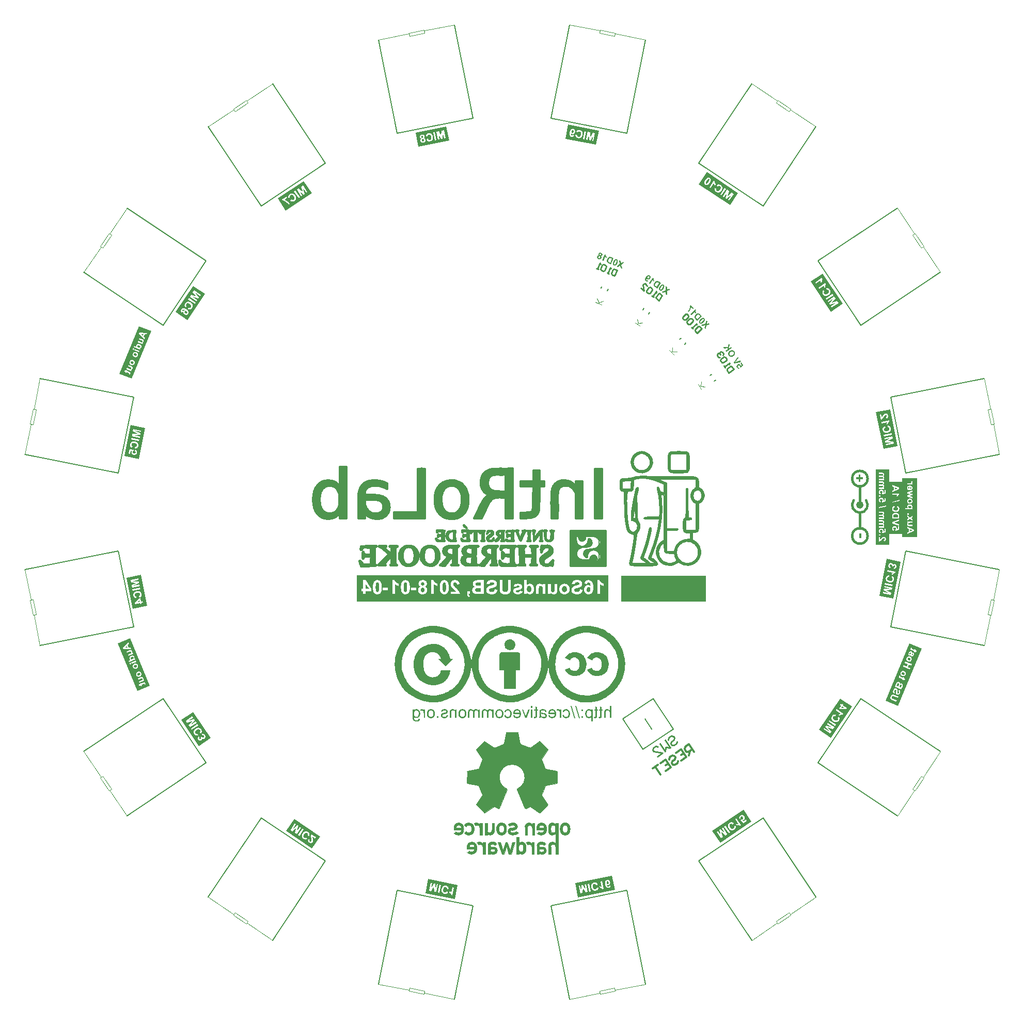
<source format=gbo>
G04 Layer_Color=65535*
%FSLAX25Y25*%
%MOIN*%
G70*
G01*
G75*
%ADD10C,0.01000*%
%ADD102C,0.00800*%
%ADD103C,0.03500*%
%ADD104C,0.02000*%
%ADD106C,0.01200*%
%ADD135C,0.00600*%
%ADD138C,0.00787*%
%ADD139C,0.00500*%
%ADD140C,0.00700*%
%ADD141C,0.00400*%
%ADD252C,0.01600*%
%ADD253C,0.00200*%
%ADD254C,0.00394*%
%ADD255C,0.01400*%
%ADD256C,0.01300*%
%ADD257R,0.22000X0.03500*%
%ADD258R,0.03645X0.19000*%
%ADD259R,0.03855X0.19515*%
%ADD260R,0.21500X0.03000*%
%ADD261R,0.54500X0.17000*%
G36*
X118705Y130309D02*
X118649Y130166D01*
X118614Y130019D01*
X118588Y129873D01*
X118580Y129743D01*
X118576Y129635D01*
X118580Y129544D01*
Y129510D01*
Y129484D01*
X118584Y129471D01*
Y129462D01*
X118610Y129298D01*
X118640Y129147D01*
X118675Y129017D01*
X118714Y128909D01*
X118748Y128823D01*
X118770Y128758D01*
X118783Y128736D01*
X118792Y128719D01*
Y128710D01*
X118796Y128706D01*
X118277Y128188D01*
X118182Y128404D01*
X118109Y128607D01*
X118079Y128706D01*
X118057Y128805D01*
X118035Y128896D01*
X118018Y128982D01*
X118005Y129065D01*
X117992Y129138D01*
X117984Y129199D01*
X117979Y129255D01*
X117975Y129302D01*
X117971Y129332D01*
Y129350D01*
Y129358D01*
X115806Y127194D01*
X115232Y127769D01*
X118238Y130775D01*
X118705Y130309D01*
D02*
G37*
G36*
X117323Y131579D02*
X116791Y131048D01*
X115491Y132348D01*
X115439Y132011D01*
X115361Y131683D01*
X115327Y131527D01*
X115279Y131376D01*
X115236Y131238D01*
X115193Y131108D01*
X115149Y130987D01*
X115111Y130879D01*
X115072Y130780D01*
X115041Y130698D01*
X115015Y130637D01*
X114994Y130590D01*
X114981Y130560D01*
X114977Y130546D01*
X114899Y130382D01*
X114821Y130227D01*
X114735Y130080D01*
X114653Y129937D01*
X114562Y129803D01*
X114480Y129678D01*
X114398Y129561D01*
X114320Y129458D01*
X114251Y129363D01*
X114182Y129276D01*
X114126Y129203D01*
X114074Y129142D01*
X114026Y129095D01*
X113996Y129056D01*
X113979Y129039D01*
X113970Y129030D01*
X113417Y129583D01*
X113564Y129739D01*
X113706Y129907D01*
X113836Y130080D01*
X113897Y130158D01*
X113953Y130240D01*
X114000Y130313D01*
X114048Y130387D01*
X114087Y130443D01*
X114121Y130495D01*
X114151Y130542D01*
X114169Y130577D01*
X114182Y130598D01*
X114186Y130603D01*
X114316Y130845D01*
X114432Y131082D01*
X114484Y131195D01*
X114527Y131307D01*
X114570Y131411D01*
X114609Y131510D01*
X114640Y131601D01*
X114670Y131683D01*
X114696Y131761D01*
X114717Y131817D01*
X114735Y131869D01*
X114743Y131903D01*
X114752Y131929D01*
Y131938D01*
X114787Y132067D01*
X114817Y132193D01*
X114843Y132305D01*
X114869Y132417D01*
X114886Y132521D01*
X114899Y132620D01*
X114912Y132711D01*
X114925Y132793D01*
X114933Y132871D01*
X114938Y132936D01*
X114942Y132992D01*
X114946Y133039D01*
Y133074D01*
Y133100D01*
Y133117D01*
Y133126D01*
X115361Y133541D01*
X117323Y131579D01*
D02*
G37*
G36*
X123289Y125310D02*
X123384Y125293D01*
X123479Y125276D01*
X123566Y125250D01*
X123643Y125215D01*
X123717Y125185D01*
X123790Y125146D01*
X123855Y125107D01*
X123907Y125073D01*
X123959Y125038D01*
X123998Y125008D01*
X124032Y124982D01*
X124058Y124956D01*
X124071Y124943D01*
X124075Y124939D01*
X124149Y124856D01*
X124214Y124774D01*
X124270Y124684D01*
X124317Y124602D01*
X124352Y124515D01*
X124382Y124433D01*
X124404Y124360D01*
X124421Y124282D01*
X124430Y124213D01*
X124443Y124148D01*
X124447Y124092D01*
X124443Y124044D01*
X124447Y124005D01*
X124443Y123975D01*
Y123958D01*
Y123949D01*
X124421Y123824D01*
X124378Y123694D01*
X124326Y123565D01*
X124266Y123435D01*
X124192Y123310D01*
X124114Y123180D01*
X124032Y123064D01*
X123950Y122947D01*
X123864Y122843D01*
X123786Y122748D01*
X123713Y122657D01*
X123648Y122584D01*
X123596Y122523D01*
X123553Y122480D01*
X123535Y122463D01*
X123522Y122450D01*
X123518Y122446D01*
X123514Y122441D01*
X123354Y122290D01*
X123203Y122156D01*
X123056Y122035D01*
X122918Y121932D01*
X122792Y121841D01*
X122671Y121763D01*
X122559Y121703D01*
X122455Y121651D01*
X122369Y121607D01*
X122282Y121573D01*
X122213Y121547D01*
X122153Y121530D01*
X122114Y121517D01*
X122079Y121508D01*
X122058Y121504D01*
X122049D01*
X121937Y121495D01*
X121833Y121504D01*
X121729Y121512D01*
X121634Y121538D01*
X121544Y121560D01*
X121457Y121595D01*
X121379Y121629D01*
X121306Y121668D01*
X121237Y121703D01*
X121181Y121741D01*
X121129Y121776D01*
X121090Y121806D01*
X121060Y121836D01*
X121029Y121858D01*
X121017Y121871D01*
X121012Y121875D01*
X120939Y121958D01*
X120874Y122040D01*
X120818Y122130D01*
X120770Y122212D01*
X120731Y122294D01*
X120701Y122377D01*
X120684Y122454D01*
X120667Y122532D01*
X120654Y122597D01*
X120645Y122666D01*
X120641Y122722D01*
X120636Y122770D01*
Y122804D01*
X120641Y122835D01*
Y122852D01*
Y122861D01*
X120662Y122986D01*
X120705Y123115D01*
X120753Y123249D01*
X120822Y123379D01*
X120891Y123509D01*
X120969Y123629D01*
X121051Y123755D01*
X121133Y123872D01*
X121220Y123975D01*
X121297Y124070D01*
X121371Y124161D01*
X121436Y124234D01*
X121487Y124295D01*
X121531Y124338D01*
X121548Y124355D01*
X121561Y124368D01*
X121565Y124373D01*
X121570Y124377D01*
X121729Y124528D01*
X121881Y124662D01*
X122023Y124779D01*
X122166Y124878D01*
X122300Y124969D01*
X122421Y125047D01*
X122542Y125107D01*
X122645Y125159D01*
X122745Y125206D01*
X122827Y125237D01*
X122905Y125263D01*
X122969Y125284D01*
X123021Y125293D01*
X123056Y125302D01*
X123077Y125306D01*
X123086D01*
X123190Y125314D01*
X123289Y125310D01*
D02*
G37*
G36*
X120118Y128188D02*
X120261Y128183D01*
X120390Y128166D01*
X120515Y128136D01*
X120623Y128105D01*
X120714Y128075D01*
X120788Y128045D01*
X120809Y128032D01*
X120826Y128023D01*
X120839Y128019D01*
X120844Y128015D01*
X120947Y127954D01*
X121051Y127876D01*
X121159Y127794D01*
X121254Y127708D01*
X121341Y127630D01*
X121379Y127600D01*
X121414Y127565D01*
X121440Y127540D01*
X121457Y127522D01*
X121470Y127509D01*
X121475Y127505D01*
X122572Y126408D01*
X119582Y123418D01*
X118450Y124550D01*
X118338Y124671D01*
X118234Y124783D01*
X118152Y124882D01*
X118092Y124969D01*
X118044Y125042D01*
X118005Y125099D01*
X117997Y125116D01*
X117984Y125129D01*
Y125137D01*
X117979Y125142D01*
X117919Y125271D01*
X117871Y125397D01*
X117841Y125505D01*
X117819Y125604D01*
X117806Y125686D01*
X117798Y125747D01*
X117794Y125785D01*
Y125803D01*
X117802Y125958D01*
X117824Y126109D01*
X117858Y126256D01*
X117897Y126382D01*
X117940Y126494D01*
X117953Y126541D01*
X117971Y126576D01*
X117988Y126611D01*
X117997Y126637D01*
X118001Y126649D01*
X118005Y126654D01*
X118079Y126788D01*
X118161Y126922D01*
X118247Y127043D01*
X118338Y127151D01*
X118381Y127202D01*
X118420Y127250D01*
X118455Y127285D01*
X118485Y127323D01*
X118511Y127349D01*
X118528Y127367D01*
X118541Y127380D01*
X118545Y127384D01*
X118701Y127531D01*
X118848Y127652D01*
X118917Y127712D01*
X118982Y127760D01*
X119046Y127807D01*
X119103Y127846D01*
X119159Y127876D01*
X119206Y127907D01*
X119249Y127933D01*
X119280Y127954D01*
X119310Y127967D01*
X119332Y127980D01*
X119345Y127984D01*
X119349Y127989D01*
X119492Y128054D01*
X119634Y128101D01*
X119764Y128136D01*
X119880Y128157D01*
X119975Y128175D01*
X120053Y128183D01*
X120101Y128188D01*
X120114Y128192D01*
X120118Y128188D01*
D02*
G37*
G36*
X60474Y165963D02*
X60477Y165810D01*
X60501Y165661D01*
X60533Y165515D01*
X60575Y165392D01*
X60612Y165291D01*
X60651Y165208D01*
X60664Y165177D01*
X60674Y165153D01*
X60683Y165142D01*
X60686Y165134D01*
X60773Y164993D01*
X60859Y164865D01*
X60940Y164758D01*
X61018Y164673D01*
X61083Y164606D01*
X61127Y164555D01*
X61148Y164540D01*
X61162Y164527D01*
X61165Y164519D01*
X61171Y164517D01*
X60891Y163839D01*
X60720Y164003D01*
X60575Y164162D01*
X60509Y164242D01*
X60451Y164326D01*
X60396Y164401D01*
X60347Y164475D01*
X60303Y164546D01*
X60263Y164609D01*
X60232Y164661D01*
X60207Y164711D01*
X60185Y164753D01*
X60169Y164780D01*
X60162Y164796D01*
X60159Y164804D01*
X58988Y161976D01*
X58237Y162287D01*
X59864Y166216D01*
X60474Y165963D01*
D02*
G37*
G36*
X63289Y164665D02*
X63308Y164663D01*
X63322Y164664D01*
X63328Y164662D01*
X63447Y164646D01*
X63572Y164613D01*
X63703Y164579D01*
X63824Y164535D01*
X63934Y164497D01*
X63981Y164484D01*
X64026Y164465D01*
X64060Y164451D01*
X64083Y164442D01*
X64100Y164435D01*
X64105Y164432D01*
X65539Y163838D01*
X63921Y159932D01*
X62442Y160545D01*
X62292Y160614D01*
X62154Y160678D01*
X62040Y160738D01*
X61951Y160795D01*
X61879Y160844D01*
X61821Y160881D01*
X61807Y160894D01*
X61790Y160901D01*
X61786Y160909D01*
X61781Y160911D01*
X61675Y161008D01*
X61583Y161106D01*
X61514Y161194D01*
X61456Y161277D01*
X61413Y161348D01*
X61382Y161401D01*
X61363Y161435D01*
X61356Y161451D01*
X61305Y161598D01*
X61267Y161746D01*
X61242Y161895D01*
X61230Y162025D01*
X61227Y162146D01*
X61221Y162195D01*
X61224Y162233D01*
X61227Y162272D01*
X61225Y162299D01*
X61224Y162313D01*
X61226Y162318D01*
X61243Y162470D01*
X61267Y162625D01*
X61301Y162770D01*
X61343Y162905D01*
X61363Y162969D01*
X61381Y163028D01*
X61400Y163073D01*
X61413Y163120D01*
X61427Y163154D01*
X61436Y163177D01*
X61443Y163194D01*
X61445Y163199D01*
X61533Y163395D01*
X61622Y163563D01*
X61663Y163645D01*
X61705Y163714D01*
X61747Y163783D01*
X61783Y163840D01*
X61824Y163889D01*
X61856Y163935D01*
X61886Y163976D01*
X61906Y164007D01*
X61929Y164031D01*
X61944Y164051D01*
X61954Y164060D01*
X61957Y164066D01*
X62063Y164180D01*
X62177Y164279D01*
X62283Y164360D01*
X62383Y164425D01*
X62464Y164477D01*
X62533Y164515D01*
X62575Y164537D01*
X62585Y164546D01*
X62591Y164544D01*
X62724Y164594D01*
X62851Y164628D01*
X62978Y164648D01*
X63089Y164661D01*
X63185Y164668D01*
X63264Y164668D01*
X63289Y164665D01*
D02*
G37*
G36*
X70027Y161979D02*
X70316Y160491D01*
X71574Y161339D01*
X72494Y160958D01*
X70493Y159591D01*
X71000Y157000D01*
X70052Y157393D01*
X69730Y159074D01*
X68319Y158111D01*
X67370Y158503D01*
X69556Y159979D01*
X69107Y162361D01*
X70027Y161979D01*
D02*
G37*
G36*
X66986Y163147D02*
X67065Y163147D01*
X67148Y163139D01*
X67222Y163128D01*
X67284Y163116D01*
X67345Y163104D01*
X67392Y163091D01*
X67434Y163080D01*
X67468Y163066D01*
X67485Y163059D01*
X67491Y163057D01*
X67590Y163009D01*
X67681Y162958D01*
X67768Y162896D01*
X67843Y162838D01*
X67908Y162771D01*
X67967Y162707D01*
X68015Y162647D01*
X68061Y162582D01*
X68096Y162522D01*
X68132Y162467D01*
X68158Y162417D01*
X68172Y162371D01*
X68191Y162337D01*
X68199Y162307D01*
X68205Y162291D01*
X68208Y162283D01*
X68236Y162159D01*
X68246Y162023D01*
X68248Y161883D01*
X68242Y161740D01*
X68222Y161596D01*
X68199Y161447D01*
X68168Y161308D01*
X68137Y161169D01*
X68097Y161040D01*
X68061Y160922D01*
X68028Y160810D01*
X67996Y160717D01*
X67972Y160642D01*
X67948Y160585D01*
X67939Y160563D01*
X67932Y160546D01*
X67930Y160540D01*
X67927Y160535D01*
X67837Y160334D01*
X67749Y160152D01*
X67660Y159984D01*
X67572Y159835D01*
X67491Y159704D01*
X67409Y159585D01*
X67328Y159487D01*
X67252Y159399D01*
X67189Y159326D01*
X67122Y159261D01*
X67068Y159211D01*
X67019Y159171D01*
X66988Y159145D01*
X66959Y159124D01*
X66941Y159111D01*
X66933Y159108D01*
X66832Y159057D01*
X66733Y159025D01*
X66634Y158993D01*
X66536Y158981D01*
X66444Y158966D01*
X66351Y158965D01*
X66266Y158967D01*
X66184Y158975D01*
X66106Y158981D01*
X66040Y158995D01*
X65978Y159007D01*
X65931Y159020D01*
X65891Y159037D01*
X65855Y159045D01*
X65838Y159052D01*
X65833Y159054D01*
X65733Y159102D01*
X65642Y159153D01*
X65556Y159215D01*
X65480Y159273D01*
X65413Y159334D01*
X65354Y159398D01*
X65308Y159464D01*
X65262Y159529D01*
X65225Y159584D01*
X65191Y159644D01*
X65165Y159695D01*
X65143Y159737D01*
X65130Y159769D01*
X65122Y159798D01*
X65116Y159814D01*
X65113Y159822D01*
X65084Y159946D01*
X65075Y160083D01*
X65067Y160224D01*
X65082Y160371D01*
X65096Y160517D01*
X65122Y160658D01*
X65149Y160806D01*
X65181Y160945D01*
X65221Y161074D01*
X65256Y161191D01*
X65289Y161303D01*
X65321Y161396D01*
X65346Y161471D01*
X65369Y161528D01*
X65379Y161550D01*
X65386Y161567D01*
X65388Y161573D01*
X65390Y161579D01*
X65480Y161780D01*
X65569Y161961D01*
X65656Y162124D01*
X65749Y162270D01*
X65838Y162405D01*
X65920Y162523D01*
X66009Y162625D01*
X66085Y162713D01*
X66159Y162795D01*
X66223Y162854D01*
X66285Y162908D01*
X66336Y162953D01*
X66381Y162980D01*
X66410Y163002D01*
X66428Y163014D01*
X66436Y163017D01*
X66528Y163065D01*
X66622Y163099D01*
X66716Y163119D01*
X66811Y163140D01*
X66900Y163149D01*
X66986Y163147D01*
D02*
G37*
G36*
X-233857Y-112307D02*
X-241761Y-115581D01*
X-254456Y-84934D01*
X-246552Y-81660D01*
X-233857Y-112307D01*
D02*
G37*
G36*
X149185Y94745D02*
X147582Y93174D01*
X147142Y93667D01*
X147157Y93743D01*
X147167Y93816D01*
X147172Y93886D01*
X147172Y93952D01*
X147160Y94069D01*
X147136Y94170D01*
X147104Y94252D01*
X147080Y94309D01*
X147072Y94333D01*
X147062Y94348D01*
X147055Y94358D01*
X147052Y94363D01*
X146992Y94441D01*
X146921Y94504D01*
X146851Y94553D01*
X146784Y94589D01*
X146721Y94605D01*
X146672Y94624D01*
X146638Y94631D01*
X146629Y94632D01*
X146529Y94639D01*
X146429Y94624D01*
X146331Y94595D01*
X146240Y94556D01*
X146158Y94523D01*
X146099Y94491D01*
X146074Y94474D01*
X146058Y94464D01*
X146048Y94457D01*
X146043Y94454D01*
X145925Y94367D01*
X145828Y94281D01*
X145759Y94198D01*
X145705Y94125D01*
X145664Y94054D01*
X145637Y94006D01*
X145630Y93972D01*
X145623Y93960D01*
X145605Y93867D01*
X145600Y93775D01*
X145610Y93694D01*
X145627Y93625D01*
X145651Y93567D01*
X145673Y93523D01*
X145685Y93494D01*
X145692Y93484D01*
X145741Y93422D01*
X145800Y93366D01*
X145858Y93323D01*
X145914Y93295D01*
X145966Y93271D01*
X146007Y93254D01*
X146036Y93244D01*
X146045Y93242D01*
X146131Y93234D01*
X146214Y93230D01*
X146295Y93241D01*
X146365Y93258D01*
X146426Y93277D01*
X146478Y93297D01*
X146507Y93309D01*
X146517Y93316D01*
X146894Y92597D01*
X146803Y92558D01*
X146716Y92523D01*
X146545Y92482D01*
X146386Y92456D01*
X146315Y92453D01*
X146240Y92454D01*
X146179Y92458D01*
X146127Y92459D01*
X146076Y92470D01*
X146032Y92469D01*
X145998Y92476D01*
X145972Y92481D01*
X145960Y92488D01*
X145952Y92490D01*
X145866Y92520D01*
X145784Y92554D01*
X145704Y92596D01*
X145635Y92645D01*
X145492Y92748D01*
X145381Y92850D01*
X145330Y92904D01*
X145291Y92952D01*
X145252Y92999D01*
X145219Y93036D01*
X145191Y93068D01*
X145174Y93094D01*
X145163Y93109D01*
X145160Y93114D01*
X145090Y93229D01*
X145034Y93346D01*
X144990Y93456D01*
X144960Y93568D01*
X144937Y93678D01*
X144927Y93782D01*
X144920Y93880D01*
X144922Y93976D01*
X144925Y94059D01*
X144932Y94138D01*
X144942Y94210D01*
X144954Y94270D01*
X144967Y94315D01*
X144974Y94349D01*
X144982Y94370D01*
X144984Y94378D01*
X145020Y94468D01*
X145059Y94553D01*
X145104Y94627D01*
X145155Y94705D01*
X145256Y94839D01*
X145358Y94951D01*
X145402Y94995D01*
X145449Y95034D01*
X145488Y95075D01*
X145529Y95102D01*
X145556Y95128D01*
X145576Y95141D01*
X145592Y95152D01*
X145597Y95155D01*
X145697Y95214D01*
X145795Y95265D01*
X145891Y95308D01*
X145986Y95342D01*
X146071Y95369D01*
X146162Y95386D01*
X146246Y95405D01*
X146322Y95412D01*
X146393Y95415D01*
X146456Y95420D01*
X146517Y95417D01*
X146561Y95417D01*
X146600Y95414D01*
X146630Y95412D01*
X146647Y95408D01*
X146656Y95407D01*
X146752Y95383D01*
X146844Y95356D01*
X146934Y95321D01*
X147018Y95282D01*
X147090Y95241D01*
X147159Y95192D01*
X147278Y95103D01*
X147330Y95057D01*
X147375Y95013D01*
X147410Y94970D01*
X147439Y94938D01*
X147465Y94911D01*
X147482Y94886D01*
X147492Y94871D01*
X147495Y94865D01*
X147548Y94776D01*
X147590Y94679D01*
X147626Y94593D01*
X147653Y94508D01*
X147665Y94435D01*
X147680Y94379D01*
X147685Y94339D01*
X147684Y94330D01*
X147687Y94325D01*
X148215Y94832D01*
X147363Y96108D01*
X147993Y96528D01*
X149185Y94745D01*
D02*
G37*
G36*
X62000Y-57996D02*
X-100194D01*
Y-40863D01*
X62000D01*
Y-57996D01*
D02*
G37*
G36*
X-232921Y116655D02*
X-245616Y86007D01*
X-253520Y89281D01*
X-240825Y119929D01*
X-232921Y116655D01*
D02*
G37*
G36*
X140500Y107842D02*
X139899Y105354D01*
X141464Y106399D01*
X141939Y105688D01*
X138423Y103339D01*
X137948Y104050D01*
X139010Y104760D01*
X139216Y105728D01*
X136916Y105595D01*
X136302Y106514D01*
X139379Y106550D01*
X139862Y108797D01*
X140500Y107842D01*
D02*
G37*
G36*
X126007Y122973D02*
X125704Y121487D01*
X127190Y121789D01*
X127895Y121085D01*
X125523Y120588D01*
X125000Y118000D01*
X124274Y118726D01*
X124620Y120402D01*
X122948Y120052D01*
X122222Y120778D01*
X124806Y121305D01*
X125302Y123677D01*
X126007Y122973D01*
D02*
G37*
G36*
X146152Y99384D02*
X144124Y96787D01*
X147323Y97631D01*
X147835Y96864D01*
X143478Y95775D01*
X142965Y96542D01*
X145646Y100141D01*
X146152Y99384D01*
D02*
G37*
G36*
X142069Y104394D02*
X142122Y104392D01*
X142169Y104387D01*
X142194Y104382D01*
X142203Y104380D01*
X142350Y104347D01*
X142491Y104301D01*
X142625Y104243D01*
X142749Y104179D01*
X142866Y104103D01*
X142974Y104029D01*
X143073Y103947D01*
X143163Y103868D01*
X143244Y103790D01*
X143317Y103714D01*
X143378Y103644D01*
X143432Y103585D01*
X143466Y103534D01*
X143499Y103497D01*
X143516Y103472D01*
X143522Y103461D01*
X143619Y103306D01*
X143702Y103148D01*
X143762Y103004D01*
X143811Y102875D01*
X143826Y102820D01*
X143847Y102767D01*
X143860Y102725D01*
X143866Y102684D01*
X143877Y102655D01*
X143881Y102628D01*
X143883Y102614D01*
X143886Y102609D01*
X143906Y102491D01*
X143913Y102371D01*
X143908Y102257D01*
X143902Y102157D01*
X143893Y102071D01*
X143883Y101998D01*
X143875Y101955D01*
X143873Y101947D01*
X143871Y101938D01*
X143838Y101813D01*
X143795Y101689D01*
X143756Y101582D01*
X143711Y101486D01*
X143669Y101406D01*
X143638Y101342D01*
X143621Y101323D01*
X143613Y101303D01*
X143611Y101294D01*
X143606Y101291D01*
X143498Y101145D01*
X143372Y101002D01*
X143237Y100875D01*
X143108Y100760D01*
X143046Y100711D01*
X142988Y100665D01*
X142941Y100626D01*
X142895Y100595D01*
X142858Y100563D01*
X142832Y100546D01*
X142812Y100532D01*
X142807Y100529D01*
X142651Y100432D01*
X142494Y100349D01*
X142343Y100278D01*
X142195Y100223D01*
X142055Y100181D01*
X141921Y100150D01*
X141792Y100123D01*
X141675Y100111D01*
X141567Y100097D01*
X141474Y100094D01*
X141386Y100094D01*
X141311Y100095D01*
X141255Y100102D01*
X141211Y100102D01*
X141186Y100107D01*
X141177Y100109D01*
X141030Y100143D01*
X140894Y100191D01*
X140763Y100244D01*
X140641Y100317D01*
X140528Y100388D01*
X140416Y100467D01*
X140321Y100543D01*
X140228Y100628D01*
X140146Y100706D01*
X140073Y100782D01*
X140012Y100852D01*
X139963Y100914D01*
X139924Y100961D01*
X139892Y100999D01*
X139875Y101024D01*
X139868Y101034D01*
X139778Y101180D01*
X139705Y101322D01*
X139646Y101466D01*
X139598Y101603D01*
X139559Y101739D01*
X139532Y101868D01*
X139511Y101986D01*
X139499Y102103D01*
X139497Y102205D01*
X139494Y102298D01*
X139497Y102381D01*
X139502Y102451D01*
X139505Y102512D01*
X139514Y102554D01*
X139519Y102579D01*
X139521Y102588D01*
X139563Y102734D01*
X139617Y102873D01*
X139679Y103010D01*
X139752Y103132D01*
X139833Y103252D01*
X139918Y103368D01*
X140009Y103473D01*
X140099Y103570D01*
X140185Y103649D01*
X140272Y103729D01*
X140346Y103794D01*
X140411Y103851D01*
X140472Y103892D01*
X140514Y103928D01*
X140539Y103945D01*
X140550Y103952D01*
X140710Y104052D01*
X140868Y104135D01*
X141019Y104206D01*
X141171Y104264D01*
X141312Y104306D01*
X141451Y104341D01*
X141579Y104368D01*
X141696Y104380D01*
X141808Y104388D01*
X141906Y104395D01*
X141995Y104395D01*
X142069Y104394D01*
D02*
G37*
G36*
X56997Y167324D02*
X57152Y167299D01*
X57219Y167285D01*
X57283Y167265D01*
X57336Y167249D01*
X57389Y167234D01*
X57426Y167226D01*
X57459Y167212D01*
X57477Y167205D01*
X57482Y167202D01*
X57581Y167155D01*
X57675Y167109D01*
X57758Y167055D01*
X57836Y167003D01*
X57906Y166947D01*
X57970Y166894D01*
X58020Y166841D01*
X58067Y166795D01*
X58112Y166743D01*
X58145Y166696D01*
X58170Y166659D01*
X58194Y166623D01*
X58210Y166596D01*
X58220Y166573D01*
X58229Y166562D01*
X58232Y166554D01*
X58260Y166477D01*
X58287Y166399D01*
X58301Y166321D01*
X58311Y166250D01*
X58316Y166103D01*
X58303Y165976D01*
X58284Y165865D01*
X58271Y165817D01*
X58262Y165781D01*
X58254Y165745D01*
X58245Y165722D01*
X58240Y165711D01*
X58238Y165705D01*
X58192Y165612D01*
X58140Y165534D01*
X58088Y165456D01*
X58032Y165401D01*
X57984Y165348D01*
X57950Y165315D01*
X57922Y165294D01*
X57911Y165285D01*
X57825Y165235D01*
X57729Y165195D01*
X57638Y165167D01*
X57543Y165147D01*
X57467Y165138D01*
X57405Y165131D01*
X57364Y165128D01*
X57356Y165125D01*
X57350Y165127D01*
X57443Y165016D01*
X57519Y164912D01*
X57576Y164809D01*
X57615Y164713D01*
X57646Y164628D01*
X57667Y164566D01*
X57675Y164523D01*
X57679Y164515D01*
X57676Y164509D01*
X57685Y164387D01*
X57682Y164269D01*
X57663Y164158D01*
X57648Y164058D01*
X57629Y163980D01*
X57609Y163916D01*
X57600Y163893D01*
X57592Y163876D01*
X57588Y163865D01*
X57586Y163859D01*
X57535Y163754D01*
X57484Y163663D01*
X57422Y163576D01*
X57359Y163504D01*
X57295Y163431D01*
X57231Y163371D01*
X57164Y163320D01*
X57098Y163274D01*
X57038Y163240D01*
X56977Y163205D01*
X56927Y163180D01*
X56885Y163158D01*
X56845Y163141D01*
X56815Y163133D01*
X56799Y163127D01*
X56791Y163124D01*
X56703Y163101D01*
X56613Y163092D01*
X56523Y163083D01*
X56438Y163085D01*
X56270Y163095D01*
X56115Y163119D01*
X56042Y163136D01*
X55984Y163154D01*
X55931Y163169D01*
X55883Y163182D01*
X55841Y163193D01*
X55813Y163205D01*
X55796Y163212D01*
X55791Y163214D01*
X55686Y163264D01*
X55594Y163315D01*
X55505Y163372D01*
X55422Y163426D01*
X55355Y163487D01*
X55293Y163546D01*
X55231Y163604D01*
X55183Y163664D01*
X55141Y163721D01*
X55107Y163768D01*
X55074Y163815D01*
X55052Y163857D01*
X55031Y163886D01*
X55021Y163910D01*
X55014Y163926D01*
X55011Y163934D01*
X54977Y164027D01*
X54954Y164116D01*
X54933Y164210D01*
X54924Y164300D01*
X54921Y164388D01*
X54923Y164473D01*
X54942Y164630D01*
X54951Y164699D01*
X54963Y164760D01*
X54981Y164819D01*
X54994Y164867D01*
X55004Y164909D01*
X55016Y164937D01*
X55023Y164954D01*
X55025Y164959D01*
X55080Y165076D01*
X55147Y165173D01*
X55212Y165266D01*
X55281Y165336D01*
X55337Y165392D01*
X55386Y165432D01*
X55423Y165456D01*
X55433Y165465D01*
X55538Y165527D01*
X55650Y165574D01*
X55763Y165606D01*
X55863Y165624D01*
X55955Y165639D01*
X56025Y165650D01*
X56053Y165652D01*
X56072Y165650D01*
X56086Y165651D01*
X56091Y165649D01*
X56020Y165731D01*
X55962Y165815D01*
X55915Y165894D01*
X55882Y165974D01*
X55856Y166037D01*
X55844Y166089D01*
X55830Y166121D01*
X55830Y166134D01*
X55814Y166240D01*
X55815Y166339D01*
X55819Y166429D01*
X55833Y166510D01*
X55850Y166582D01*
X55865Y166635D01*
X55879Y166669D01*
X55881Y166675D01*
X55884Y166681D01*
X55922Y166757D01*
X55961Y166834D01*
X56059Y166959D01*
X56153Y167058D01*
X56254Y167142D01*
X56351Y167201D01*
X56387Y167226D01*
X56422Y167245D01*
X56454Y167258D01*
X56478Y167268D01*
X56486Y167271D01*
X56494Y167274D01*
X56577Y167299D01*
X56657Y167319D01*
X56747Y167328D01*
X56829Y167334D01*
X56997Y167324D01*
D02*
G37*
G36*
X-235656Y-60666D02*
X-244783Y-62482D01*
X-248768Y-42446D01*
X-239641Y-40631D01*
X-235656Y-60666D01*
D02*
G37*
G36*
X-35106Y-240750D02*
X-36921Y-249877D01*
X-55970Y-246088D01*
X-54154Y-236961D01*
X-35106Y-240750D01*
D02*
G37*
G36*
X250821Y-32175D02*
X246088Y-55970D01*
X236954Y-54153D01*
X241687Y-30358D01*
X250821Y-32175D01*
D02*
G37*
G36*
X145872Y205890D02*
X140698Y198146D01*
X120563Y211600D01*
X125737Y219344D01*
X145872Y205890D01*
D02*
G37*
G36*
X-123883Y-209390D02*
X-129053Y-217128D01*
X-145872Y-205890D01*
X-140702Y-198152D01*
X-123883Y-209390D01*
D02*
G37*
G36*
X154599Y-199980D02*
X134347Y-213512D01*
X129173Y-205768D01*
X149425Y-192236D01*
X154599Y-199980D01*
D02*
G37*
G36*
X219451Y-125577D02*
X205890Y-145872D01*
X198152Y-140702D01*
X211713Y-120407D01*
X219451Y-125577D01*
D02*
G37*
G36*
X-40630Y239634D02*
X-60513Y235679D01*
X-62330Y244813D01*
X-42446Y248768D01*
X-40630Y239634D01*
D02*
G37*
G36*
X91425Y150844D02*
X91398Y150694D01*
X91392Y150543D01*
X91395Y150394D01*
X91412Y150265D01*
X91429Y150158D01*
X91451Y150070D01*
X91458Y150036D01*
X91463Y150011D01*
X91470Y149999D01*
X91471Y149990D01*
X91529Y149834D01*
X91588Y149692D01*
X91647Y149571D01*
X91706Y149473D01*
X91757Y149395D01*
X91791Y149336D01*
X91808Y149317D01*
X91820Y149302D01*
X91821Y149293D01*
X91826Y149290D01*
X91419Y148680D01*
X91284Y148874D01*
X91172Y149058D01*
X91123Y149150D01*
X91083Y149243D01*
X91044Y149328D01*
X91010Y149409D01*
X90981Y149487D01*
X90954Y149557D01*
X90934Y149615D01*
X90918Y149669D01*
X90905Y149715D01*
X90895Y149743D01*
X90891Y149760D01*
X90890Y149769D01*
X89189Y147224D01*
X88513Y147675D01*
X90876Y151211D01*
X91425Y150844D01*
D02*
G37*
G36*
X93624Y149066D02*
X93736Y149057D01*
X93831Y149046D01*
X93909Y149030D01*
X93933Y149022D01*
X93951Y149017D01*
X93965Y149015D01*
X93970Y149012D01*
X94083Y148972D01*
X94200Y148916D01*
X94322Y148857D01*
X94432Y148791D01*
X94532Y148731D01*
X94576Y148709D01*
X94617Y148682D01*
X94647Y148662D01*
X94668Y148648D01*
X94683Y148638D01*
X94688Y148635D01*
X95978Y147772D01*
X93629Y144257D01*
X92298Y145146D01*
X92164Y145243D01*
X92041Y145333D01*
X91941Y145414D01*
X91865Y145487D01*
X91804Y145550D01*
X91755Y145598D01*
X91743Y145613D01*
X91728Y145623D01*
X91726Y145631D01*
X91721Y145635D01*
X91636Y145750D01*
X91565Y145864D01*
X91514Y145964D01*
X91474Y146057D01*
X91445Y146135D01*
X91425Y146193D01*
X91413Y146230D01*
X91410Y146247D01*
X91388Y146401D01*
X91380Y146554D01*
X91385Y146704D01*
X91399Y146835D01*
X91419Y146953D01*
X91422Y147003D01*
X91433Y147040D01*
X91443Y147077D01*
X91446Y147104D01*
X91448Y147118D01*
X91451Y147123D01*
X91497Y147269D01*
X91552Y147416D01*
X91613Y147552D01*
X91681Y147675D01*
X91713Y147734D01*
X91742Y147789D01*
X91769Y147829D01*
X91791Y147873D01*
X91811Y147904D01*
X91825Y147924D01*
X91835Y147939D01*
X91839Y147944D01*
X91962Y148119D01*
X92083Y148266D01*
X92139Y148339D01*
X92193Y148398D01*
X92247Y148457D01*
X92295Y148506D01*
X92344Y148547D01*
X92385Y148586D01*
X92422Y148620D01*
X92448Y148647D01*
X92475Y148666D01*
X92493Y148683D01*
X92505Y148689D01*
X92509Y148694D01*
X92636Y148786D01*
X92766Y148860D01*
X92887Y148919D01*
X92997Y148963D01*
X93087Y148999D01*
X93161Y149022D01*
X93207Y149036D01*
X93219Y149043D01*
X93224Y149039D01*
X93365Y149063D01*
X93495Y149071D01*
X93624Y149066D01*
D02*
G37*
G36*
X100017Y145074D02*
X100011Y143557D01*
X101409Y144143D01*
X102237Y143590D01*
X100008Y142640D01*
X100000Y140000D01*
X99146Y140570D01*
X99159Y142282D01*
X97587Y141612D01*
X96733Y142183D01*
X99164Y143204D01*
X99189Y145627D01*
X100017Y145074D01*
D02*
G37*
G36*
X97179Y146830D02*
X97262Y146812D01*
X97340Y146797D01*
X97419Y146773D01*
X97491Y146747D01*
X97548Y146723D01*
X97606Y146700D01*
X97650Y146677D01*
X97689Y146659D01*
X97719Y146639D01*
X97734Y146628D01*
X97739Y146625D01*
X97828Y146559D01*
X97907Y146491D01*
X97980Y146413D01*
X98043Y146342D01*
X98093Y146264D01*
X98139Y146189D01*
X98175Y146121D01*
X98207Y146048D01*
X98229Y145982D01*
X98254Y145921D01*
X98269Y145867D01*
X98274Y145819D01*
X98286Y145782D01*
X98288Y145752D01*
X98291Y145735D01*
X98293Y145726D01*
X98296Y145599D01*
X98279Y145464D01*
X98253Y145326D01*
X98219Y145187D01*
X98172Y145050D01*
X98121Y144908D01*
X98063Y144777D01*
X98005Y144647D01*
X97941Y144528D01*
X97883Y144420D01*
X97829Y144317D01*
X97779Y144232D01*
X97740Y144163D01*
X97706Y144112D01*
X97693Y144091D01*
X97683Y144076D01*
X97679Y144071D01*
X97676Y144066D01*
X97549Y143887D01*
X97426Y143726D01*
X97306Y143578D01*
X97191Y143450D01*
X97085Y143336D01*
X96982Y143236D01*
X96883Y143155D01*
X96792Y143084D01*
X96716Y143025D01*
X96638Y142974D01*
X96575Y142935D01*
X96519Y142906D01*
X96483Y142886D01*
X96451Y142871D01*
X96431Y142862D01*
X96422Y142861D01*
X96314Y142831D01*
X96210Y142819D01*
X96107Y142807D01*
X96009Y142814D01*
X95916Y142817D01*
X95824Y142834D01*
X95741Y142853D01*
X95661Y142877D01*
X95587Y142897D01*
X95524Y142924D01*
X95467Y142948D01*
X95423Y142970D01*
X95387Y142994D01*
X95353Y143009D01*
X95338Y143020D01*
X95333Y143023D01*
X95245Y143089D01*
X95165Y143157D01*
X95092Y143235D01*
X95030Y143306D01*
X94976Y143379D01*
X94930Y143454D01*
X94898Y143527D01*
X94866Y143600D01*
X94840Y143661D01*
X94818Y143727D01*
X94803Y143781D01*
X94790Y143827D01*
X94783Y143861D01*
X94781Y143891D01*
X94778Y143908D01*
X94776Y143917D01*
X94773Y144044D01*
X94790Y144179D01*
X94810Y144320D01*
X94853Y144460D01*
X94896Y144601D01*
X94948Y144735D01*
X95004Y144874D01*
X95062Y145004D01*
X95127Y145123D01*
X95184Y145231D01*
X95239Y145334D01*
X95288Y145419D01*
X95327Y145489D01*
X95361Y145539D01*
X95375Y145560D01*
X95385Y145575D01*
X95388Y145580D01*
X95391Y145585D01*
X95519Y145765D01*
X95641Y145925D01*
X95758Y146068D01*
X95878Y146193D01*
X95992Y146308D01*
X96096Y146408D01*
X96202Y146491D01*
X96294Y146562D01*
X96382Y146628D01*
X96457Y146674D01*
X96528Y146714D01*
X96587Y146748D01*
X96636Y146767D01*
X96669Y146782D01*
X96689Y146790D01*
X96697Y146792D01*
X96798Y146821D01*
X96896Y146836D01*
X96992Y146837D01*
X97089Y146839D01*
X97179Y146830D01*
D02*
G37*
G36*
X-198146Y140698D02*
X-209446Y123787D01*
X-217189Y128961D01*
X-205890Y145872D01*
X-198146Y140698D01*
D02*
G37*
G36*
X-194501Y-146035D02*
X-202245Y-151209D01*
X-213512Y-134347D01*
X-205768Y-129173D01*
X-194501Y-146035D01*
D02*
G37*
G36*
X88075Y152825D02*
X88178Y152815D01*
X88273Y152803D01*
X88361Y152781D01*
X88449Y152759D01*
X88520Y152733D01*
X88592Y152708D01*
X88649Y152684D01*
X88698Y152659D01*
X88739Y152631D01*
X88768Y152620D01*
X88788Y152606D01*
X88793Y152603D01*
X88881Y152536D01*
X88956Y152472D01*
X89027Y152402D01*
X89089Y152331D01*
X89144Y152258D01*
X89189Y152184D01*
X89238Y152114D01*
X89269Y152050D01*
X89296Y151980D01*
X89325Y151924D01*
X89340Y151870D01*
X89358Y151821D01*
X89370Y151784D01*
X89375Y151758D01*
X89379Y151741D01*
X89380Y151733D01*
X89392Y151629D01*
X89394Y151533D01*
X89392Y151431D01*
X89380Y151336D01*
X89363Y151245D01*
X89337Y151152D01*
X89281Y150991D01*
X89256Y150919D01*
X89225Y150852D01*
X89196Y150797D01*
X89171Y150748D01*
X89149Y150704D01*
X89132Y150679D01*
X89118Y150659D01*
X89115Y150654D01*
X89049Y150566D01*
X88977Y150481D01*
X88910Y150401D01*
X88838Y150339D01*
X88762Y150279D01*
X88692Y150230D01*
X88623Y150181D01*
X88555Y150146D01*
X88496Y150112D01*
X88440Y150083D01*
X88391Y150065D01*
X88341Y150046D01*
X88307Y150039D01*
X88284Y150026D01*
X88267Y150022D01*
X88258Y150021D01*
X88165Y150002D01*
X88070Y149992D01*
X87982Y149992D01*
X87897Y149997D01*
X87816Y150007D01*
X87740Y150014D01*
X87604Y150054D01*
X87491Y150093D01*
X87447Y150115D01*
X87408Y150133D01*
X87374Y150149D01*
X87354Y150162D01*
X87338Y150172D01*
X87333Y150176D01*
X87265Y150228D01*
X87206Y150283D01*
X87152Y150334D01*
X87105Y150395D01*
X87024Y150515D01*
X86969Y150632D01*
X86936Y150735D01*
X86922Y150781D01*
X86910Y150819D01*
X86904Y150852D01*
X86898Y150878D01*
X86897Y150886D01*
X86895Y150895D01*
X86834Y150781D01*
X86776Y150673D01*
X86725Y150575D01*
X86686Y150483D01*
X86654Y150402D01*
X86625Y150326D01*
X86603Y150260D01*
X86584Y150199D01*
X86574Y150139D01*
X86560Y150097D01*
X86555Y150056D01*
X86552Y150029D01*
X86549Y150002D01*
X86552Y149985D01*
X86550Y149972D01*
X86565Y149873D01*
X86596Y149787D01*
X86628Y149714D01*
X86670Y149656D01*
X86711Y149607D01*
X86743Y149578D01*
X86765Y149556D01*
X86775Y149549D01*
X86834Y149517D01*
X86897Y149490D01*
X86948Y149478D01*
X86999Y149466D01*
X87039Y149461D01*
X87070Y149463D01*
X87092Y149463D01*
X87100Y149464D01*
X87163Y149481D01*
X87219Y149510D01*
X87273Y149547D01*
X87322Y149588D01*
X87365Y149618D01*
X87394Y149650D01*
X87416Y149672D01*
X87423Y149683D01*
X88022Y149172D01*
X87952Y149101D01*
X87884Y149043D01*
X87817Y148986D01*
X87751Y148942D01*
X87684Y148898D01*
X87622Y148859D01*
X87561Y148834D01*
X87505Y148805D01*
X87450Y148790D01*
X87406Y148767D01*
X87364Y148759D01*
X87327Y148747D01*
X87301Y148742D01*
X87276Y148737D01*
X87267Y148735D01*
X87259Y148734D01*
X87181Y148727D01*
X87110Y148731D01*
X86961Y148749D01*
X86830Y148785D01*
X86703Y148826D01*
X86597Y148875D01*
X86552Y148897D01*
X86517Y148921D01*
X86488Y148933D01*
X86468Y148946D01*
X86453Y148957D01*
X86447Y148960D01*
X86344Y149036D01*
X86258Y149116D01*
X86180Y149198D01*
X86105Y149284D01*
X86048Y149374D01*
X85996Y149460D01*
X85948Y149543D01*
X85914Y149625D01*
X85886Y149703D01*
X85859Y149772D01*
X85845Y149840D01*
X85830Y149894D01*
X85816Y149940D01*
X85810Y149974D01*
X85810Y149996D01*
X85808Y150005D01*
X85800Y150135D01*
X85813Y150266D01*
X85834Y150406D01*
X85864Y150540D01*
X85907Y150681D01*
X85954Y150818D01*
X86009Y150943D01*
X86067Y151074D01*
X86123Y151190D01*
X86177Y151294D01*
X86228Y151392D01*
X86277Y151477D01*
X86316Y151546D01*
X86350Y151597D01*
X86360Y151612D01*
X86371Y151627D01*
X86374Y151632D01*
X86377Y151638D01*
X86498Y151807D01*
X86613Y151958D01*
X86727Y152095D01*
X86844Y152215D01*
X86951Y152320D01*
X87051Y152415D01*
X87154Y152493D01*
X87246Y152564D01*
X87327Y152620D01*
X87402Y152665D01*
X87470Y152701D01*
X87526Y152729D01*
X87575Y152748D01*
X87607Y152763D01*
X87627Y152772D01*
X87636Y152773D01*
X87749Y152800D01*
X87865Y152819D01*
X87973Y152827D01*
X88075Y152825D01*
D02*
G37*
G36*
X55970Y246088D02*
X54153Y236954D01*
X34284Y240906D01*
X36101Y250040D01*
X55970Y246088D01*
D02*
G37*
G36*
X264424Y-88174D02*
X249103Y-125161D01*
X241109Y-121850D01*
X256430Y-84862D01*
X264424Y-88174D01*
D02*
G37*
G36*
X-47400Y-133000D02*
X-48478D01*
Y-131922D01*
X-47400D01*
Y-133000D01*
D02*
G37*
G36*
X-38179Y-127312D02*
X-37979Y-127345D01*
X-37801Y-127390D01*
X-37623Y-127445D01*
X-37468Y-127512D01*
X-37323Y-127589D01*
X-37190Y-127678D01*
X-37079Y-127756D01*
X-36968Y-127845D01*
X-36879Y-127934D01*
X-36801Y-128012D01*
X-36734Y-128078D01*
X-36690Y-128134D01*
X-36657Y-128178D01*
X-36634Y-128212D01*
X-36623Y-128223D01*
Y-127423D01*
X-35779D01*
Y-133000D01*
X-36723D01*
Y-129967D01*
Y-129778D01*
X-36746Y-129589D01*
X-36768Y-129434D01*
X-36790Y-129289D01*
X-36823Y-129156D01*
X-36857Y-129034D01*
X-36901Y-128923D01*
X-36946Y-128834D01*
X-36979Y-128756D01*
X-37023Y-128689D01*
X-37057Y-128634D01*
X-37090Y-128589D01*
X-37134Y-128534D01*
X-37157Y-128512D01*
X-37323Y-128378D01*
X-37501Y-128289D01*
X-37679Y-128223D01*
X-37834Y-128167D01*
X-37979Y-128145D01*
X-38090Y-128134D01*
X-38134Y-128123D01*
X-38190D01*
X-38323Y-128134D01*
X-38456Y-128145D01*
X-38568Y-128178D01*
X-38656Y-128212D01*
X-38734Y-128245D01*
X-38801Y-128267D01*
X-38834Y-128289D01*
X-38845Y-128300D01*
X-38945Y-128367D01*
X-39034Y-128445D01*
X-39101Y-128523D01*
X-39156Y-128589D01*
X-39190Y-128656D01*
X-39223Y-128711D01*
X-39245Y-128745D01*
Y-128756D01*
X-39279Y-128878D01*
X-39312Y-129011D01*
X-39334Y-129156D01*
X-39345Y-129300D01*
X-39356Y-129423D01*
Y-129523D01*
Y-129600D01*
Y-129611D01*
Y-129623D01*
Y-133000D01*
X-40301D01*
Y-129578D01*
Y-129345D01*
X-40290Y-129156D01*
X-40279Y-129000D01*
Y-128867D01*
X-40267Y-128778D01*
X-40256Y-128711D01*
X-40245Y-128667D01*
Y-128656D01*
X-40212Y-128512D01*
X-40156Y-128378D01*
X-40112Y-128267D01*
X-40067Y-128156D01*
X-40012Y-128078D01*
X-39979Y-128023D01*
X-39956Y-127978D01*
X-39945Y-127967D01*
X-39856Y-127856D01*
X-39756Y-127767D01*
X-39656Y-127678D01*
X-39545Y-127612D01*
X-39456Y-127556D01*
X-39379Y-127523D01*
X-39334Y-127500D01*
X-39312Y-127489D01*
X-39156Y-127423D01*
X-38990Y-127378D01*
X-38834Y-127345D01*
X-38690Y-127323D01*
X-38568Y-127312D01*
X-38479Y-127301D01*
X-38390D01*
X-38179Y-127312D01*
D02*
G37*
G36*
X-7982D02*
X-7804Y-127323D01*
X-7459Y-127401D01*
X-7160Y-127500D01*
X-7026Y-127556D01*
X-6904Y-127612D01*
X-6793Y-127667D01*
X-6704Y-127723D01*
X-6615Y-127778D01*
X-6549Y-127823D01*
X-6493Y-127867D01*
X-6448Y-127901D01*
X-6426Y-127912D01*
X-6415Y-127923D01*
X-6260Y-128067D01*
X-6137Y-128234D01*
X-6015Y-128412D01*
X-5926Y-128589D01*
X-5838Y-128778D01*
X-5771Y-128978D01*
X-5715Y-129167D01*
X-5671Y-129345D01*
X-5626Y-129523D01*
X-5604Y-129678D01*
X-5582Y-129834D01*
X-5571Y-129956D01*
Y-130067D01*
X-5560Y-130145D01*
Y-130189D01*
Y-130211D01*
X-5571Y-130467D01*
X-5593Y-130711D01*
X-5626Y-130933D01*
X-5671Y-131145D01*
X-5726Y-131333D01*
X-5782Y-131511D01*
X-5849Y-131678D01*
X-5915Y-131822D01*
X-5982Y-131956D01*
X-6049Y-132067D01*
X-6104Y-132156D01*
X-6160Y-132233D01*
X-6204Y-132300D01*
X-6237Y-132344D01*
X-6260Y-132367D01*
X-6271Y-132378D01*
X-6415Y-132511D01*
X-6560Y-132622D01*
X-6715Y-132722D01*
X-6871Y-132811D01*
X-7026Y-132878D01*
X-7193Y-132945D01*
X-7493Y-133033D01*
X-7626Y-133055D01*
X-7760Y-133078D01*
X-7871Y-133100D01*
X-7971Y-133111D01*
X-8060Y-133122D01*
X-8171D01*
X-8437Y-133111D01*
X-8682Y-133067D01*
X-8915Y-133011D01*
X-9104Y-132956D01*
X-9270Y-132889D01*
X-9337Y-132867D01*
X-9393Y-132844D01*
X-9448Y-132822D01*
X-9482Y-132800D01*
X-9493Y-132789D01*
X-9504D01*
X-9726Y-132644D01*
X-9915Y-132489D01*
X-10081Y-132333D01*
X-10215Y-132178D01*
X-10315Y-132044D01*
X-10393Y-131933D01*
X-10415Y-131889D01*
X-10437Y-131856D01*
X-10448Y-131845D01*
Y-131833D01*
X-10559Y-131578D01*
X-10637Y-131300D01*
X-10704Y-131022D01*
X-10737Y-130745D01*
X-10759Y-130622D01*
Y-130511D01*
X-10770Y-130400D01*
X-10781Y-130311D01*
Y-130234D01*
Y-130178D01*
Y-130145D01*
Y-130134D01*
X-10770Y-129889D01*
X-10748Y-129667D01*
X-10715Y-129456D01*
X-10670Y-129256D01*
X-10615Y-129067D01*
X-10548Y-128900D01*
X-10481Y-128734D01*
X-10415Y-128600D01*
X-10348Y-128478D01*
X-10282Y-128367D01*
X-10215Y-128267D01*
X-10159Y-128189D01*
X-10115Y-128134D01*
X-10081Y-128089D01*
X-10059Y-128067D01*
X-10048Y-128056D01*
X-9904Y-127923D01*
X-9759Y-127812D01*
X-9604Y-127700D01*
X-9448Y-127623D01*
X-9293Y-127545D01*
X-9137Y-127489D01*
X-8837Y-127390D01*
X-8693Y-127367D01*
X-8570Y-127345D01*
X-8459Y-127323D01*
X-8359Y-127312D01*
X-8282Y-127301D01*
X-8171D01*
X-7982Y-127312D01*
D02*
G37*
G36*
X-58021D02*
X-57910Y-127334D01*
X-57799Y-127367D01*
X-57710Y-127401D01*
X-57643Y-127434D01*
X-57577Y-127467D01*
X-57543Y-127489D01*
X-57532Y-127500D01*
X-57432Y-127589D01*
X-57332Y-127700D01*
X-57232Y-127834D01*
X-57143Y-127956D01*
X-57055Y-128078D01*
X-56999Y-128178D01*
X-56955Y-128256D01*
X-56944Y-128267D01*
Y-127423D01*
X-56088D01*
Y-133000D01*
X-57032D01*
Y-130089D01*
X-57043Y-129867D01*
X-57055Y-129667D01*
X-57077Y-129478D01*
X-57110Y-129312D01*
X-57143Y-129178D01*
X-57166Y-129078D01*
X-57177Y-129011D01*
X-57188Y-128989D01*
X-57232Y-128867D01*
X-57288Y-128767D01*
X-57343Y-128678D01*
X-57399Y-128600D01*
X-57455Y-128545D01*
X-57488Y-128500D01*
X-57521Y-128478D01*
X-57532Y-128467D01*
X-57621Y-128401D01*
X-57721Y-128356D01*
X-57821Y-128323D01*
X-57899Y-128300D01*
X-57977Y-128289D01*
X-58032Y-128278D01*
X-58088D01*
X-58210Y-128289D01*
X-58332Y-128312D01*
X-58454Y-128345D01*
X-58554Y-128378D01*
X-58643Y-128412D01*
X-58710Y-128445D01*
X-58754Y-128467D01*
X-58766Y-128478D01*
X-59110Y-127612D01*
X-58921Y-127512D01*
X-58743Y-127434D01*
X-58588Y-127378D01*
X-58443Y-127334D01*
X-58321Y-127312D01*
X-58221Y-127301D01*
X-58143D01*
X-58021Y-127312D01*
D02*
G37*
G36*
X45813Y-133000D02*
X44735D01*
Y-131922D01*
X45813D01*
Y-133000D01*
D02*
G37*
G36*
X-2527Y-127312D02*
X-2282Y-127356D01*
X-2049Y-127412D01*
X-1860Y-127467D01*
X-1693Y-127534D01*
X-1627Y-127567D01*
X-1571Y-127589D01*
X-1527Y-127612D01*
X-1493Y-127634D01*
X-1471Y-127645D01*
X-1460D01*
X-1249Y-127778D01*
X-1060Y-127945D01*
X-905Y-128112D01*
X-771Y-128278D01*
X-671Y-128423D01*
X-605Y-128545D01*
X-582Y-128589D01*
X-560Y-128623D01*
X-549Y-128645D01*
Y-128656D01*
X-449Y-128923D01*
X-383Y-129189D01*
X-327Y-129456D01*
X-294Y-129700D01*
X-283Y-129811D01*
X-271Y-129911D01*
Y-130000D01*
X-260Y-130078D01*
Y-130145D01*
Y-130189D01*
Y-130222D01*
Y-130234D01*
X-271Y-130489D01*
X-294Y-130722D01*
X-327Y-130956D01*
X-371Y-131156D01*
X-416Y-131356D01*
X-482Y-131522D01*
X-538Y-131689D01*
X-605Y-131833D01*
X-671Y-131956D01*
X-727Y-132067D01*
X-793Y-132167D01*
X-838Y-132245D01*
X-882Y-132300D01*
X-916Y-132344D01*
X-938Y-132367D01*
X-949Y-132378D01*
X-1082Y-132511D01*
X-1227Y-132622D01*
X-1371Y-132722D01*
X-1527Y-132811D01*
X-1682Y-132878D01*
X-1827Y-132945D01*
X-2127Y-133033D01*
X-2260Y-133055D01*
X-2382Y-133078D01*
X-2493Y-133100D01*
X-2593Y-133111D01*
X-2671Y-133122D01*
X-2782D01*
X-2949Y-133111D01*
X-3115Y-133100D01*
X-3404Y-133033D01*
X-3671Y-132956D01*
X-3893Y-132856D01*
X-3982Y-132800D01*
X-4071Y-132756D01*
X-4149Y-132711D01*
X-4204Y-132667D01*
X-4249Y-132633D01*
X-4282Y-132611D01*
X-4304Y-132600D01*
X-4315Y-132589D01*
X-4426Y-132478D01*
X-4527Y-132367D01*
X-4704Y-132122D01*
X-4849Y-131867D01*
X-4949Y-131633D01*
X-5026Y-131411D01*
X-5049Y-131322D01*
X-5071Y-131234D01*
X-5082Y-131167D01*
X-5093Y-131122D01*
X-5104Y-131089D01*
Y-131078D01*
X-4171Y-130956D01*
X-4126Y-131200D01*
X-4060Y-131422D01*
X-3971Y-131600D01*
X-3893Y-131745D01*
X-3815Y-131867D01*
X-3749Y-131945D01*
X-3715Y-132000D01*
X-3693Y-132011D01*
X-3549Y-132122D01*
X-3393Y-132200D01*
X-3238Y-132267D01*
X-3093Y-132300D01*
X-2971Y-132322D01*
X-2860Y-132333D01*
X-2793Y-132344D01*
X-2771D01*
X-2649Y-132333D01*
X-2527Y-132322D01*
X-2304Y-132267D01*
X-2116Y-132189D01*
X-1949Y-132089D01*
X-1827Y-132000D01*
X-1727Y-131922D01*
X-1671Y-131867D01*
X-1649Y-131845D01*
X-1571Y-131745D01*
X-1505Y-131622D01*
X-1405Y-131378D01*
X-1327Y-131100D01*
X-1282Y-130833D01*
X-1249Y-130589D01*
X-1238Y-130489D01*
Y-130389D01*
X-1227Y-130323D01*
Y-130256D01*
Y-130222D01*
Y-130211D01*
Y-130011D01*
X-1249Y-129823D01*
X-1271Y-129645D01*
X-1293Y-129489D01*
X-1327Y-129345D01*
X-1371Y-129211D01*
X-1405Y-129089D01*
X-1449Y-128978D01*
X-1493Y-128889D01*
X-1527Y-128812D01*
X-1571Y-128745D01*
X-1605Y-128689D01*
X-1627Y-128645D01*
X-1649Y-128612D01*
X-1671Y-128600D01*
Y-128589D01*
X-1760Y-128500D01*
X-1849Y-128423D01*
X-2038Y-128289D01*
X-2238Y-128200D01*
X-2416Y-128145D01*
X-2582Y-128101D01*
X-2704Y-128089D01*
X-2760Y-128078D01*
X-2827D01*
X-2993Y-128089D01*
X-3149Y-128123D01*
X-3282Y-128167D01*
X-3404Y-128223D01*
X-3493Y-128278D01*
X-3571Y-128323D01*
X-3616Y-128356D01*
X-3627Y-128367D01*
X-3738Y-128478D01*
X-3838Y-128612D01*
X-3926Y-128756D01*
X-3982Y-128889D01*
X-4038Y-129011D01*
X-4071Y-129112D01*
X-4082Y-129178D01*
X-4093Y-129189D01*
Y-129200D01*
X-5015Y-129056D01*
X-4938Y-128756D01*
X-4826Y-128500D01*
X-4704Y-128278D01*
X-4582Y-128101D01*
X-4460Y-127956D01*
X-4360Y-127856D01*
X-4293Y-127789D01*
X-4282Y-127767D01*
X-4271D01*
X-4038Y-127612D01*
X-3793Y-127500D01*
X-3549Y-127412D01*
X-3316Y-127356D01*
X-3104Y-127323D01*
X-3015Y-127312D01*
X-2949D01*
X-2882Y-127301D01*
X-2793D01*
X-2527Y-127312D01*
D02*
G37*
G36*
X13205Y-133000D02*
X12261D01*
Y-127423D01*
X13205D01*
Y-133000D01*
D02*
G37*
G36*
X29803Y-127312D02*
X29915Y-127334D01*
X30026Y-127367D01*
X30114Y-127401D01*
X30181Y-127434D01*
X30248Y-127467D01*
X30281Y-127489D01*
X30292Y-127500D01*
X30392Y-127589D01*
X30492Y-127700D01*
X30592Y-127834D01*
X30681Y-127956D01*
X30770Y-128078D01*
X30825Y-128178D01*
X30870Y-128256D01*
X30881Y-128267D01*
Y-127423D01*
X31737D01*
Y-133000D01*
X30792D01*
Y-130089D01*
X30781Y-129867D01*
X30770Y-129667D01*
X30748Y-129478D01*
X30714Y-129312D01*
X30681Y-129178D01*
X30659Y-129078D01*
X30648Y-129011D01*
X30637Y-128989D01*
X30592Y-128867D01*
X30537Y-128767D01*
X30481Y-128678D01*
X30426Y-128600D01*
X30370Y-128545D01*
X30337Y-128500D01*
X30303Y-128478D01*
X30292Y-128467D01*
X30203Y-128401D01*
X30103Y-128356D01*
X30003Y-128323D01*
X29926Y-128300D01*
X29848Y-128289D01*
X29792Y-128278D01*
X29737D01*
X29615Y-128289D01*
X29492Y-128312D01*
X29370Y-128345D01*
X29270Y-128378D01*
X29181Y-128412D01*
X29115Y-128445D01*
X29070Y-128467D01*
X29059Y-128478D01*
X28715Y-127612D01*
X28903Y-127512D01*
X29081Y-127434D01*
X29237Y-127378D01*
X29381Y-127334D01*
X29503Y-127312D01*
X29603Y-127301D01*
X29681D01*
X29803Y-127312D01*
D02*
G37*
G36*
X49779D02*
X49957Y-127334D01*
X50112Y-127367D01*
X50246Y-127412D01*
X50357Y-127456D01*
X50446Y-127489D01*
X50490Y-127512D01*
X50512Y-127523D01*
X50646Y-127612D01*
X50779Y-127712D01*
X50890Y-127812D01*
X50990Y-127923D01*
X51079Y-128012D01*
X51135Y-128089D01*
X51179Y-128134D01*
X51190Y-128156D01*
Y-127423D01*
X52046D01*
Y-135133D01*
X51101D01*
Y-132422D01*
X51012Y-132533D01*
X50912Y-132633D01*
X50801Y-132722D01*
X50712Y-132789D01*
X50624Y-132856D01*
X50557Y-132900D01*
X50501Y-132922D01*
X50490Y-132933D01*
X50346Y-133000D01*
X50201Y-133044D01*
X50057Y-133078D01*
X49924Y-133100D01*
X49812Y-133111D01*
X49724Y-133122D01*
X49646D01*
X49413Y-133111D01*
X49179Y-133067D01*
X48979Y-133011D01*
X48790Y-132945D01*
X48635Y-132878D01*
X48524Y-132822D01*
X48479Y-132800D01*
X48446Y-132778D01*
X48435Y-132767D01*
X48424D01*
X48213Y-132611D01*
X48035Y-132445D01*
X47879Y-132278D01*
X47757Y-132111D01*
X47657Y-131956D01*
X47579Y-131833D01*
X47557Y-131789D01*
X47535Y-131756D01*
X47524Y-131734D01*
Y-131722D01*
X47424Y-131456D01*
X47346Y-131189D01*
X47291Y-130933D01*
X47246Y-130689D01*
X47224Y-130489D01*
Y-130400D01*
X47213Y-130323D01*
Y-130256D01*
Y-130211D01*
Y-130189D01*
Y-130178D01*
X47224Y-129889D01*
X47257Y-129611D01*
X47302Y-129367D01*
X47357Y-129145D01*
X47413Y-128967D01*
X47435Y-128889D01*
X47457Y-128823D01*
X47479Y-128778D01*
X47491Y-128745D01*
X47502Y-128723D01*
Y-128711D01*
X47613Y-128478D01*
X47746Y-128267D01*
X47879Y-128089D01*
X48013Y-127945D01*
X48135Y-127834D01*
X48235Y-127745D01*
X48302Y-127700D01*
X48313Y-127678D01*
X48324D01*
X48535Y-127556D01*
X48746Y-127456D01*
X48957Y-127390D01*
X49157Y-127345D01*
X49324Y-127323D01*
X49402Y-127312D01*
X49457Y-127301D01*
X49579D01*
X49779Y-127312D01*
D02*
G37*
G36*
X40802Y-133133D02*
X40047D01*
X37814Y-125179D01*
X38569D01*
X40802Y-133133D01*
D02*
G37*
G36*
X225445Y-16900D02*
X223967D01*
Y-14000D01*
X225445D01*
Y-16900D01*
D02*
G37*
G36*
X224919Y22326D02*
X226575D01*
Y21206D01*
X224919D01*
Y19523D01*
X223772D01*
Y21206D01*
X222116D01*
Y22326D01*
X223772D01*
Y24000D01*
X224919D01*
Y22326D01*
D02*
G37*
G36*
X-43267Y-127323D02*
X-43134Y-127334D01*
X-43012Y-127356D01*
X-42911Y-127378D01*
X-42834Y-127401D01*
X-42789Y-127412D01*
X-42767Y-127423D01*
X-42634Y-127467D01*
X-42512Y-127512D01*
X-42412Y-127556D01*
X-42323Y-127601D01*
X-42256Y-127634D01*
X-42212Y-127667D01*
X-42178Y-127678D01*
X-42167Y-127689D01*
X-42056Y-127767D01*
X-41967Y-127856D01*
X-41889Y-127956D01*
X-41823Y-128034D01*
X-41767Y-128112D01*
X-41734Y-128167D01*
X-41712Y-128212D01*
X-41701Y-128223D01*
X-41645Y-128345D01*
X-41600Y-128456D01*
X-41578Y-128578D01*
X-41556Y-128678D01*
X-41545Y-128778D01*
X-41534Y-128845D01*
Y-128889D01*
Y-128911D01*
X-41545Y-129067D01*
X-41567Y-129200D01*
X-41600Y-129334D01*
X-41634Y-129445D01*
X-41667Y-129534D01*
X-41701Y-129611D01*
X-41723Y-129656D01*
X-41734Y-129667D01*
X-41823Y-129789D01*
X-41923Y-129889D01*
X-42023Y-129978D01*
X-42123Y-130056D01*
X-42212Y-130111D01*
X-42278Y-130156D01*
X-42323Y-130178D01*
X-42345Y-130189D01*
X-42423Y-130222D01*
X-42523Y-130267D01*
X-42745Y-130345D01*
X-42978Y-130411D01*
X-43223Y-130489D01*
X-43434Y-130545D01*
X-43534Y-130578D01*
X-43623Y-130600D01*
X-43689Y-130622D01*
X-43745Y-130634D01*
X-43778Y-130645D01*
X-43789D01*
X-43934Y-130678D01*
X-44056Y-130711D01*
X-44167Y-130745D01*
X-44267Y-130778D01*
X-44356Y-130800D01*
X-44434Y-130833D01*
X-44567Y-130878D01*
X-44656Y-130911D01*
X-44711Y-130945D01*
X-44745Y-130956D01*
X-44756Y-130967D01*
X-44856Y-131034D01*
X-44922Y-131122D01*
X-44978Y-131200D01*
X-45011Y-131278D01*
X-45033Y-131356D01*
X-45045Y-131411D01*
Y-131456D01*
Y-131467D01*
X-45033Y-131600D01*
X-45000Y-131711D01*
X-44945Y-131822D01*
X-44889Y-131911D01*
X-44822Y-131989D01*
X-44778Y-132044D01*
X-44734Y-132078D01*
X-44723Y-132089D01*
X-44589Y-132178D01*
X-44445Y-132233D01*
X-44278Y-132278D01*
X-44122Y-132311D01*
X-43978Y-132333D01*
X-43867Y-132344D01*
X-43756D01*
X-43523Y-132333D01*
X-43323Y-132300D01*
X-43156Y-132256D01*
X-43012Y-132200D01*
X-42900Y-132144D01*
X-42812Y-132100D01*
X-42767Y-132067D01*
X-42745Y-132056D01*
X-42623Y-131933D01*
X-42523Y-131789D01*
X-42456Y-131645D01*
X-42401Y-131511D01*
X-42356Y-131389D01*
X-42334Y-131278D01*
X-42312Y-131211D01*
Y-131200D01*
Y-131189D01*
X-41378Y-131333D01*
X-41456Y-131645D01*
X-41556Y-131922D01*
X-41678Y-132144D01*
X-41800Y-132333D01*
X-41912Y-132489D01*
X-42012Y-132589D01*
X-42078Y-132656D01*
X-42089Y-132667D01*
X-42101Y-132678D01*
X-42212Y-132756D01*
X-42334Y-132822D01*
X-42601Y-132933D01*
X-42878Y-133011D01*
X-43145Y-133067D01*
X-43267Y-133089D01*
X-43378Y-133100D01*
X-43489Y-133111D01*
X-43578D01*
X-43656Y-133122D01*
X-43756D01*
X-44000Y-133111D01*
X-44211Y-133089D01*
X-44411Y-133055D01*
X-44589Y-133011D01*
X-44734Y-132967D01*
X-44845Y-132933D01*
X-44911Y-132911D01*
X-44922Y-132900D01*
X-44934D01*
X-45122Y-132800D01*
X-45278Y-132700D01*
X-45411Y-132589D01*
X-45533Y-132489D01*
X-45622Y-132400D01*
X-45678Y-132322D01*
X-45722Y-132278D01*
X-45733Y-132256D01*
X-45822Y-132100D01*
X-45889Y-131933D01*
X-45945Y-131789D01*
X-45978Y-131656D01*
X-46000Y-131534D01*
X-46011Y-131445D01*
Y-131389D01*
Y-131367D01*
X-46000Y-131189D01*
X-45978Y-131034D01*
X-45933Y-130900D01*
X-45900Y-130778D01*
X-45856Y-130678D01*
X-45811Y-130611D01*
X-45789Y-130567D01*
X-45778Y-130556D01*
X-45689Y-130445D01*
X-45589Y-130345D01*
X-45489Y-130256D01*
X-45389Y-130189D01*
X-45289Y-130134D01*
X-45222Y-130100D01*
X-45178Y-130078D01*
X-45156Y-130067D01*
X-45078Y-130034D01*
X-44989Y-130000D01*
X-44778Y-129922D01*
X-44545Y-129845D01*
X-44311Y-129778D01*
X-44100Y-129711D01*
X-44000Y-129689D01*
X-43922Y-129667D01*
X-43856Y-129645D01*
X-43800Y-129634D01*
X-43767Y-129623D01*
X-43756D01*
X-43634Y-129589D01*
X-43523Y-129556D01*
X-43423Y-129534D01*
X-43334Y-129500D01*
X-43189Y-129467D01*
X-43078Y-129434D01*
X-43000Y-129400D01*
X-42956Y-129389D01*
X-42934Y-129378D01*
X-42923D01*
X-42834Y-129334D01*
X-42756Y-129300D01*
X-42689Y-129256D01*
X-42645Y-129223D01*
X-42601Y-129189D01*
X-42578Y-129156D01*
X-42567Y-129145D01*
X-42556Y-129134D01*
X-42489Y-129023D01*
X-42456Y-128911D01*
Y-128867D01*
X-42445Y-128834D01*
Y-128812D01*
Y-128800D01*
X-42456Y-128700D01*
X-42489Y-128600D01*
X-42534Y-128512D01*
X-42589Y-128445D01*
X-42634Y-128378D01*
X-42678Y-128334D01*
X-42711Y-128312D01*
X-42723Y-128300D01*
X-42845Y-128223D01*
X-42989Y-128167D01*
X-43145Y-128134D01*
X-43289Y-128101D01*
X-43434Y-128089D01*
X-43545Y-128078D01*
X-43656D01*
X-43845Y-128089D01*
X-44023Y-128112D01*
X-44167Y-128156D01*
X-44278Y-128200D01*
X-44378Y-128245D01*
X-44445Y-128289D01*
X-44489Y-128312D01*
X-44500Y-128323D01*
X-44611Y-128423D01*
X-44689Y-128534D01*
X-44756Y-128645D01*
X-44811Y-128745D01*
X-44845Y-128845D01*
X-44867Y-128923D01*
X-44878Y-128967D01*
Y-128989D01*
X-45800Y-128867D01*
X-45756Y-128678D01*
X-45711Y-128512D01*
X-45656Y-128367D01*
X-45600Y-128234D01*
X-45545Y-128145D01*
X-45500Y-128067D01*
X-45478Y-128023D01*
X-45467Y-128012D01*
X-45367Y-127901D01*
X-45256Y-127801D01*
X-45134Y-127712D01*
X-45011Y-127634D01*
X-44900Y-127578D01*
X-44811Y-127534D01*
X-44756Y-127512D01*
X-44745Y-127500D01*
X-44734D01*
X-44545Y-127434D01*
X-44345Y-127390D01*
X-44156Y-127345D01*
X-43978Y-127323D01*
X-43811Y-127312D01*
X-43689Y-127301D01*
X-43423D01*
X-43267Y-127323D01*
D02*
G37*
G36*
X-31868Y-127312D02*
X-31690Y-127323D01*
X-31346Y-127401D01*
X-31046Y-127500D01*
X-30913Y-127556D01*
X-30790Y-127612D01*
X-30679Y-127667D01*
X-30591Y-127723D01*
X-30502Y-127778D01*
X-30435Y-127823D01*
X-30380Y-127867D01*
X-30335Y-127901D01*
X-30313Y-127912D01*
X-30302Y-127923D01*
X-30146Y-128067D01*
X-30024Y-128234D01*
X-29902Y-128412D01*
X-29813Y-128589D01*
X-29724Y-128778D01*
X-29657Y-128978D01*
X-29602Y-129167D01*
X-29557Y-129345D01*
X-29513Y-129523D01*
X-29491Y-129678D01*
X-29468Y-129834D01*
X-29457Y-129956D01*
Y-130067D01*
X-29446Y-130145D01*
Y-130189D01*
Y-130211D01*
X-29457Y-130467D01*
X-29480Y-130711D01*
X-29513Y-130933D01*
X-29557Y-131145D01*
X-29613Y-131333D01*
X-29668Y-131511D01*
X-29735Y-131678D01*
X-29802Y-131822D01*
X-29868Y-131956D01*
X-29935Y-132067D01*
X-29991Y-132156D01*
X-30046Y-132233D01*
X-30091Y-132300D01*
X-30124Y-132344D01*
X-30146Y-132367D01*
X-30157Y-132378D01*
X-30302Y-132511D01*
X-30446Y-132622D01*
X-30602Y-132722D01*
X-30757Y-132811D01*
X-30913Y-132878D01*
X-31079Y-132945D01*
X-31379Y-133033D01*
X-31513Y-133055D01*
X-31646Y-133078D01*
X-31757Y-133100D01*
X-31857Y-133111D01*
X-31946Y-133122D01*
X-32057D01*
X-32324Y-133111D01*
X-32568Y-133067D01*
X-32801Y-133011D01*
X-32990Y-132956D01*
X-33157Y-132889D01*
X-33224Y-132867D01*
X-33279Y-132844D01*
X-33335Y-132822D01*
X-33368Y-132800D01*
X-33379Y-132789D01*
X-33390D01*
X-33612Y-132644D01*
X-33801Y-132489D01*
X-33968Y-132333D01*
X-34101Y-132178D01*
X-34201Y-132044D01*
X-34279Y-131933D01*
X-34301Y-131889D01*
X-34323Y-131856D01*
X-34335Y-131845D01*
Y-131833D01*
X-34446Y-131578D01*
X-34523Y-131300D01*
X-34590Y-131022D01*
X-34624Y-130745D01*
X-34646Y-130622D01*
Y-130511D01*
X-34657Y-130400D01*
X-34668Y-130311D01*
Y-130234D01*
Y-130178D01*
Y-130145D01*
Y-130134D01*
X-34657Y-129889D01*
X-34635Y-129667D01*
X-34601Y-129456D01*
X-34557Y-129256D01*
X-34501Y-129067D01*
X-34435Y-128900D01*
X-34368Y-128734D01*
X-34301Y-128600D01*
X-34235Y-128478D01*
X-34168Y-128367D01*
X-34101Y-128267D01*
X-34046Y-128189D01*
X-34001Y-128134D01*
X-33968Y-128089D01*
X-33946Y-128067D01*
X-33935Y-128056D01*
X-33790Y-127923D01*
X-33646Y-127812D01*
X-33490Y-127700D01*
X-33335Y-127623D01*
X-33179Y-127545D01*
X-33024Y-127489D01*
X-32724Y-127390D01*
X-32579Y-127367D01*
X-32457Y-127345D01*
X-32346Y-127323D01*
X-32246Y-127312D01*
X-32168Y-127301D01*
X-32057D01*
X-31868Y-127312D01*
D02*
G37*
G36*
X43791Y-133133D02*
X43035D01*
X40802Y-125179D01*
X41558D01*
X43791Y-133133D01*
D02*
G37*
G36*
X-52188Y-127312D02*
X-52011Y-127323D01*
X-51666Y-127401D01*
X-51366Y-127500D01*
X-51233Y-127556D01*
X-51111Y-127612D01*
X-51000Y-127667D01*
X-50911Y-127723D01*
X-50822Y-127778D01*
X-50755Y-127823D01*
X-50700Y-127867D01*
X-50655Y-127901D01*
X-50633Y-127912D01*
X-50622Y-127923D01*
X-50466Y-128067D01*
X-50344Y-128234D01*
X-50222Y-128412D01*
X-50133Y-128589D01*
X-50044Y-128778D01*
X-49977Y-128978D01*
X-49922Y-129167D01*
X-49878Y-129345D01*
X-49833Y-129523D01*
X-49811Y-129678D01*
X-49789Y-129834D01*
X-49777Y-129956D01*
Y-130067D01*
X-49766Y-130145D01*
Y-130189D01*
Y-130211D01*
X-49777Y-130467D01*
X-49800Y-130711D01*
X-49833Y-130933D01*
X-49878Y-131145D01*
X-49933Y-131333D01*
X-49989Y-131511D01*
X-50055Y-131678D01*
X-50122Y-131822D01*
X-50189Y-131956D01*
X-50255Y-132067D01*
X-50311Y-132156D01*
X-50366Y-132233D01*
X-50411Y-132300D01*
X-50444Y-132344D01*
X-50466Y-132367D01*
X-50477Y-132378D01*
X-50622Y-132511D01*
X-50766Y-132622D01*
X-50922Y-132722D01*
X-51077Y-132811D01*
X-51233Y-132878D01*
X-51400Y-132945D01*
X-51700Y-133033D01*
X-51833Y-133055D01*
X-51966Y-133078D01*
X-52077Y-133100D01*
X-52177Y-133111D01*
X-52266Y-133122D01*
X-52377D01*
X-52644Y-133111D01*
X-52888Y-133067D01*
X-53122Y-133011D01*
X-53311Y-132956D01*
X-53477Y-132889D01*
X-53544Y-132867D01*
X-53599Y-132844D01*
X-53655Y-132822D01*
X-53688Y-132800D01*
X-53699Y-132789D01*
X-53711D01*
X-53933Y-132644D01*
X-54122Y-132489D01*
X-54288Y-132333D01*
X-54422Y-132178D01*
X-54522Y-132044D01*
X-54599Y-131933D01*
X-54621Y-131889D01*
X-54644Y-131856D01*
X-54655Y-131845D01*
Y-131833D01*
X-54766Y-131578D01*
X-54844Y-131300D01*
X-54910Y-131022D01*
X-54944Y-130745D01*
X-54966Y-130622D01*
Y-130511D01*
X-54977Y-130400D01*
X-54988Y-130311D01*
Y-130234D01*
Y-130178D01*
Y-130145D01*
Y-130134D01*
X-54977Y-129889D01*
X-54955Y-129667D01*
X-54921Y-129456D01*
X-54877Y-129256D01*
X-54821Y-129067D01*
X-54755Y-128900D01*
X-54688Y-128734D01*
X-54621Y-128600D01*
X-54555Y-128478D01*
X-54488Y-128367D01*
X-54422Y-128267D01*
X-54366Y-128189D01*
X-54321Y-128134D01*
X-54288Y-128089D01*
X-54266Y-128067D01*
X-54255Y-128056D01*
X-54110Y-127923D01*
X-53966Y-127812D01*
X-53810Y-127700D01*
X-53655Y-127623D01*
X-53499Y-127545D01*
X-53344Y-127489D01*
X-53044Y-127390D01*
X-52899Y-127367D01*
X-52777Y-127345D01*
X-52666Y-127323D01*
X-52566Y-127312D01*
X-52488Y-127301D01*
X-52377D01*
X-52188Y-127312D01*
D02*
G37*
G36*
X3373D02*
X3573Y-127334D01*
X3762Y-127367D01*
X3939Y-127423D01*
X4106Y-127478D01*
X4262Y-127545D01*
X4406Y-127612D01*
X4528Y-127689D01*
X4650Y-127756D01*
X4750Y-127834D01*
X4839Y-127901D01*
X4906Y-127956D01*
X4961Y-128012D01*
X5006Y-128045D01*
X5028Y-128067D01*
X5039Y-128078D01*
X5161Y-128234D01*
X5272Y-128401D01*
X5373Y-128567D01*
X5461Y-128745D01*
X5528Y-128934D01*
X5584Y-129112D01*
X5672Y-129467D01*
X5706Y-129623D01*
X5728Y-129778D01*
X5739Y-129911D01*
X5750Y-130034D01*
X5761Y-130134D01*
Y-130200D01*
Y-130256D01*
Y-130267D01*
X5750Y-130511D01*
X5728Y-130745D01*
X5695Y-130967D01*
X5650Y-131167D01*
X5595Y-131356D01*
X5539Y-131534D01*
X5472Y-131689D01*
X5406Y-131833D01*
X5339Y-131956D01*
X5272Y-132067D01*
X5217Y-132156D01*
X5161Y-132233D01*
X5117Y-132300D01*
X5084Y-132344D01*
X5061Y-132367D01*
X5050Y-132378D01*
X4906Y-132511D01*
X4761Y-132622D01*
X4606Y-132722D01*
X4439Y-132811D01*
X4284Y-132878D01*
X4117Y-132945D01*
X3806Y-133033D01*
X3662Y-133055D01*
X3528Y-133078D01*
X3406Y-133100D01*
X3306Y-133111D01*
X3228Y-133122D01*
X3106D01*
X2762Y-133100D01*
X2451Y-133044D01*
X2173Y-132978D01*
X2062Y-132933D01*
X1951Y-132889D01*
X1851Y-132844D01*
X1762Y-132800D01*
X1695Y-132767D01*
X1629Y-132733D01*
X1584Y-132700D01*
X1551Y-132678D01*
X1529Y-132656D01*
X1517D01*
X1295Y-132456D01*
X1117Y-132245D01*
X962Y-132022D01*
X851Y-131811D01*
X762Y-131622D01*
X728Y-131534D01*
X695Y-131467D01*
X673Y-131400D01*
X662Y-131356D01*
X651Y-131333D01*
Y-131322D01*
X1629Y-131200D01*
X1717Y-131411D01*
X1817Y-131589D01*
X1917Y-131745D01*
X2006Y-131867D01*
X2084Y-131956D01*
X2151Y-132022D01*
X2206Y-132067D01*
X2217Y-132078D01*
X2362Y-132167D01*
X2506Y-132233D01*
X2662Y-132278D01*
X2795Y-132311D01*
X2917Y-132333D01*
X3017Y-132344D01*
X3106D01*
X3239Y-132333D01*
X3362Y-132322D01*
X3584Y-132267D01*
X3784Y-132189D01*
X3962Y-132100D01*
X4095Y-132022D01*
X4195Y-131945D01*
X4262Y-131889D01*
X4273Y-131867D01*
X4284D01*
X4439Y-131667D01*
X4561Y-131445D01*
X4650Y-131200D01*
X4717Y-130978D01*
X4750Y-130778D01*
X4773Y-130689D01*
X4784Y-130611D01*
Y-130545D01*
X4795Y-130500D01*
Y-130467D01*
Y-130456D01*
X629D01*
X618Y-130345D01*
Y-130267D01*
Y-130222D01*
Y-130211D01*
X629Y-129956D01*
X651Y-129723D01*
X684Y-129500D01*
X728Y-129289D01*
X784Y-129100D01*
X840Y-128923D01*
X906Y-128767D01*
X973Y-128623D01*
X1040Y-128489D01*
X1106Y-128378D01*
X1162Y-128289D01*
X1217Y-128212D01*
X1262Y-128145D01*
X1295Y-128101D01*
X1317Y-128078D01*
X1328Y-128067D01*
X1462Y-127934D01*
X1606Y-127812D01*
X1762Y-127712D01*
X1917Y-127623D01*
X2073Y-127545D01*
X2217Y-127489D01*
X2373Y-127434D01*
X2506Y-127401D01*
X2651Y-127367D01*
X2773Y-127345D01*
X2884Y-127323D01*
X2973Y-127312D01*
X3050Y-127301D01*
X3162D01*
X3373Y-127312D01*
D02*
G37*
G36*
X-61454D02*
X-61210Y-127356D01*
X-60988Y-127423D01*
X-60799Y-127489D01*
X-60643Y-127556D01*
X-60532Y-127623D01*
X-60488Y-127645D01*
X-60454Y-127667D01*
X-60443Y-127678D01*
X-60432D01*
X-60243Y-127823D01*
X-60076Y-128000D01*
X-59932Y-128167D01*
X-59810Y-128334D01*
X-59721Y-128489D01*
X-59654Y-128612D01*
X-59632Y-128656D01*
X-59610Y-128689D01*
X-59599Y-128711D01*
Y-128723D01*
X-59499Y-128978D01*
X-59432Y-129234D01*
X-59377Y-129478D01*
X-59343Y-129700D01*
X-59321Y-129900D01*
Y-129978D01*
X-59310Y-130056D01*
Y-130111D01*
Y-130156D01*
Y-130178D01*
Y-130189D01*
X-59321Y-130400D01*
X-59332Y-130611D01*
X-59410Y-130989D01*
X-59454Y-131167D01*
X-59510Y-131322D01*
X-59565Y-131478D01*
X-59621Y-131611D01*
X-59676Y-131745D01*
X-59732Y-131856D01*
X-59788Y-131945D01*
X-59832Y-132033D01*
X-59877Y-132089D01*
X-59910Y-132144D01*
X-59921Y-132167D01*
X-59932Y-132178D01*
X-60054Y-132322D01*
X-60188Y-132445D01*
X-60332Y-132556D01*
X-60476Y-132656D01*
X-60632Y-132733D01*
X-60776Y-132800D01*
X-60921Y-132856D01*
X-61065Y-132900D01*
X-61199Y-132933D01*
X-61321Y-132956D01*
X-61432Y-132978D01*
X-61532Y-132989D01*
X-61610D01*
X-61665Y-133000D01*
X-61721D01*
X-61887Y-132989D01*
X-62054Y-132967D01*
X-62210Y-132933D01*
X-62354Y-132889D01*
X-62610Y-132767D01*
X-62843Y-132633D01*
X-62932Y-132567D01*
X-63021Y-132500D01*
X-63098Y-132433D01*
X-63154Y-132378D01*
X-63198Y-132333D01*
X-63232Y-132300D01*
X-63254Y-132278D01*
X-63265Y-132267D01*
Y-132433D01*
Y-132578D01*
X-63254Y-132722D01*
Y-132844D01*
Y-132956D01*
X-63243Y-133055D01*
Y-133144D01*
X-63232Y-133222D01*
X-63221Y-133333D01*
X-63209Y-133422D01*
X-63198Y-133467D01*
Y-133478D01*
X-63143Y-133644D01*
X-63065Y-133789D01*
X-62987Y-133911D01*
X-62910Y-134022D01*
X-62832Y-134100D01*
X-62765Y-134167D01*
X-62721Y-134200D01*
X-62710Y-134211D01*
X-62565Y-134300D01*
X-62398Y-134367D01*
X-62232Y-134411D01*
X-62076Y-134444D01*
X-61921Y-134467D01*
X-61810Y-134478D01*
X-61699D01*
X-61488Y-134467D01*
X-61287Y-134433D01*
X-61121Y-134389D01*
X-60988Y-134333D01*
X-60876Y-134289D01*
X-60799Y-134244D01*
X-60754Y-134211D01*
X-60732Y-134200D01*
X-60643Y-134122D01*
X-60576Y-134022D01*
X-60521Y-133922D01*
X-60476Y-133822D01*
X-60454Y-133722D01*
X-60432Y-133644D01*
X-60421Y-133600D01*
Y-133578D01*
X-59499Y-133456D01*
Y-133622D01*
X-59521Y-133767D01*
X-59543Y-133911D01*
X-59576Y-134044D01*
X-59676Y-134278D01*
X-59788Y-134467D01*
X-59899Y-134611D01*
X-59988Y-134711D01*
X-60065Y-134778D01*
X-60076Y-134789D01*
X-60088Y-134800D01*
X-60332Y-134955D01*
X-60599Y-135066D01*
X-60865Y-135144D01*
X-61121Y-135200D01*
X-61243Y-135222D01*
X-61354Y-135233D01*
X-61443Y-135244D01*
X-61532D01*
X-61599Y-135255D01*
X-61699D01*
X-61998Y-135244D01*
X-62276Y-135200D01*
X-62521Y-135155D01*
X-62721Y-135089D01*
X-62887Y-135033D01*
X-62954Y-135011D01*
X-63010Y-134978D01*
X-63054Y-134967D01*
X-63087Y-134944D01*
X-63098Y-134933D01*
X-63109D01*
X-63310Y-134811D01*
X-63487Y-134667D01*
X-63632Y-134522D01*
X-63754Y-134389D01*
X-63843Y-134266D01*
X-63898Y-134167D01*
X-63943Y-134100D01*
X-63954Y-134089D01*
Y-134078D01*
X-63998Y-133967D01*
X-64043Y-133844D01*
X-64076Y-133711D01*
X-64109Y-133567D01*
X-64154Y-133256D01*
X-64187Y-132956D01*
X-64198Y-132811D01*
X-64209Y-132678D01*
Y-132556D01*
X-64220Y-132456D01*
Y-132367D01*
Y-132300D01*
Y-132256D01*
Y-132245D01*
Y-127423D01*
X-63354D01*
Y-128112D01*
X-63232Y-127967D01*
X-63098Y-127845D01*
X-62965Y-127734D01*
X-62832Y-127645D01*
X-62687Y-127567D01*
X-62554Y-127500D01*
X-62421Y-127445D01*
X-62299Y-127401D01*
X-62176Y-127367D01*
X-62065Y-127345D01*
X-61965Y-127323D01*
X-61887Y-127312D01*
X-61821Y-127301D01*
X-61721D01*
X-61454Y-127312D01*
D02*
G37*
G36*
X64000Y-133000D02*
X63056D01*
Y-129956D01*
X63045Y-129723D01*
X63033Y-129523D01*
X63011Y-129345D01*
X62978Y-129200D01*
X62945Y-129089D01*
X62922Y-129000D01*
X62911Y-128956D01*
X62900Y-128934D01*
X62833Y-128800D01*
X62756Y-128678D01*
X62667Y-128578D01*
X62578Y-128489D01*
X62500Y-128423D01*
X62433Y-128378D01*
X62389Y-128345D01*
X62378Y-128334D01*
X62234Y-128256D01*
X62100Y-128200D01*
X61967Y-128167D01*
X61856Y-128134D01*
X61745Y-128123D01*
X61667Y-128112D01*
X61600D01*
X61400Y-128123D01*
X61222Y-128167D01*
X61078Y-128212D01*
X60956Y-128278D01*
X60856Y-128334D01*
X60789Y-128389D01*
X60745Y-128434D01*
X60734Y-128445D01*
X60634Y-128578D01*
X60556Y-128745D01*
X60500Y-128911D01*
X60456Y-129078D01*
X60434Y-129234D01*
X60423Y-129356D01*
Y-129400D01*
Y-129434D01*
Y-129456D01*
Y-129467D01*
Y-133000D01*
X59478D01*
Y-129478D01*
X59489Y-129189D01*
X59512Y-128934D01*
X59545Y-128723D01*
X59578Y-128545D01*
X59611Y-128401D01*
X59645Y-128300D01*
X59667Y-128245D01*
X59678Y-128223D01*
X59767Y-128067D01*
X59867Y-127934D01*
X59978Y-127823D01*
X60078Y-127723D01*
X60178Y-127645D01*
X60256Y-127589D01*
X60312Y-127556D01*
X60334Y-127545D01*
X60511Y-127467D01*
X60689Y-127401D01*
X60867Y-127356D01*
X61034Y-127334D01*
X61178Y-127312D01*
X61300Y-127301D01*
X61400D01*
X61578Y-127312D01*
X61756Y-127334D01*
X61922Y-127367D01*
X62078Y-127423D01*
X62367Y-127545D01*
X62489Y-127612D01*
X62600Y-127678D01*
X62700Y-127756D01*
X62800Y-127823D01*
X62878Y-127889D01*
X62933Y-127945D01*
X62989Y-128000D01*
X63022Y-128034D01*
X63045Y-128056D01*
X63056Y-128067D01*
Y-125312D01*
X64000D01*
Y-133000D01*
D02*
G37*
G36*
X-23169Y-127312D02*
X-22980Y-127345D01*
X-22814Y-127378D01*
X-22669Y-127423D01*
X-22547Y-127478D01*
X-22458Y-127512D01*
X-22402Y-127545D01*
X-22380Y-127556D01*
X-22225Y-127656D01*
X-22091Y-127767D01*
X-21969Y-127878D01*
X-21869Y-127989D01*
X-21791Y-128078D01*
X-21725Y-128156D01*
X-21691Y-128200D01*
X-21680Y-128223D01*
Y-127423D01*
X-20836D01*
Y-133000D01*
X-21780D01*
Y-130111D01*
X-21791Y-129845D01*
X-21802Y-129611D01*
X-21825Y-129411D01*
X-21858Y-129245D01*
X-21891Y-129123D01*
X-21914Y-129034D01*
X-21925Y-128978D01*
X-21936Y-128956D01*
X-22003Y-128812D01*
X-22080Y-128689D01*
X-22158Y-128578D01*
X-22236Y-128489D01*
X-22314Y-128423D01*
X-22369Y-128378D01*
X-22414Y-128345D01*
X-22425Y-128334D01*
X-22558Y-128267D01*
X-22680Y-128212D01*
X-22814Y-128178D01*
X-22925Y-128145D01*
X-23013Y-128134D01*
X-23091Y-128123D01*
X-23158D01*
X-23347Y-128134D01*
X-23502Y-128167D01*
X-23636Y-128223D01*
X-23736Y-128278D01*
X-23813Y-128345D01*
X-23869Y-128389D01*
X-23902Y-128434D01*
X-23913Y-128445D01*
X-23991Y-128578D01*
X-24047Y-128723D01*
X-24091Y-128878D01*
X-24113Y-129034D01*
X-24136Y-129167D01*
X-24147Y-129289D01*
Y-129334D01*
Y-129356D01*
Y-129378D01*
Y-129389D01*
Y-133000D01*
X-25091D01*
Y-129767D01*
X-25113Y-129467D01*
X-25158Y-129211D01*
X-25213Y-129000D01*
X-25291Y-128823D01*
X-25358Y-128689D01*
X-25424Y-128600D01*
X-25469Y-128545D01*
X-25480Y-128523D01*
X-25635Y-128389D01*
X-25802Y-128289D01*
X-25969Y-128223D01*
X-26124Y-128167D01*
X-26258Y-128145D01*
X-26369Y-128134D01*
X-26413Y-128123D01*
X-26469D01*
X-26591Y-128134D01*
X-26691Y-128145D01*
X-26791Y-128167D01*
X-26869Y-128200D01*
X-26946Y-128234D01*
X-26991Y-128256D01*
X-27024Y-128267D01*
X-27035Y-128278D01*
X-27124Y-128345D01*
X-27191Y-128412D01*
X-27246Y-128478D01*
X-27291Y-128545D01*
X-27324Y-128600D01*
X-27346Y-128645D01*
X-27369Y-128678D01*
Y-128689D01*
X-27402Y-128789D01*
X-27424Y-128923D01*
X-27435Y-129056D01*
X-27446Y-129189D01*
X-27457Y-129312D01*
Y-129411D01*
Y-129478D01*
Y-129489D01*
Y-129500D01*
Y-133000D01*
X-28402D01*
Y-129178D01*
Y-129000D01*
X-28380Y-128845D01*
X-28357Y-128689D01*
X-28335Y-128556D01*
X-28302Y-128423D01*
X-28257Y-128312D01*
X-28224Y-128212D01*
X-28180Y-128112D01*
X-28135Y-128034D01*
X-28102Y-127956D01*
X-28024Y-127856D01*
X-27980Y-127789D01*
X-27957Y-127767D01*
X-27780Y-127612D01*
X-27569Y-127500D01*
X-27358Y-127412D01*
X-27158Y-127356D01*
X-26969Y-127323D01*
X-26891Y-127312D01*
X-26813D01*
X-26758Y-127301D01*
X-26680D01*
X-26480Y-127312D01*
X-26302Y-127345D01*
X-26124Y-127390D01*
X-25958Y-127456D01*
X-25802Y-127534D01*
X-25658Y-127612D01*
X-25536Y-127700D01*
X-25413Y-127789D01*
X-25302Y-127889D01*
X-25213Y-127978D01*
X-25135Y-128056D01*
X-25069Y-128134D01*
X-25013Y-128200D01*
X-24980Y-128245D01*
X-24958Y-128278D01*
X-24947Y-128289D01*
X-24880Y-128123D01*
X-24791Y-127978D01*
X-24691Y-127856D01*
X-24602Y-127756D01*
X-24513Y-127667D01*
X-24447Y-127612D01*
X-24402Y-127578D01*
X-24380Y-127567D01*
X-24225Y-127478D01*
X-24058Y-127412D01*
X-23891Y-127367D01*
X-23725Y-127334D01*
X-23591Y-127312D01*
X-23469Y-127301D01*
X-23369D01*
X-23169Y-127312D01*
D02*
G37*
G36*
X-14214D02*
X-14026Y-127345D01*
X-13859Y-127378D01*
X-13714Y-127423D01*
X-13592Y-127478D01*
X-13503Y-127512D01*
X-13448Y-127545D01*
X-13426Y-127556D01*
X-13270Y-127656D01*
X-13137Y-127767D01*
X-13014Y-127878D01*
X-12914Y-127989D01*
X-12837Y-128078D01*
X-12770Y-128156D01*
X-12737Y-128200D01*
X-12726Y-128223D01*
Y-127423D01*
X-11881D01*
Y-133000D01*
X-12826D01*
Y-130111D01*
X-12837Y-129845D01*
X-12848Y-129611D01*
X-12870Y-129411D01*
X-12903Y-129245D01*
X-12937Y-129123D01*
X-12959Y-129034D01*
X-12970Y-128978D01*
X-12981Y-128956D01*
X-13048Y-128812D01*
X-13126Y-128689D01*
X-13203Y-128578D01*
X-13281Y-128489D01*
X-13359Y-128423D01*
X-13415Y-128378D01*
X-13459Y-128345D01*
X-13470Y-128334D01*
X-13603Y-128267D01*
X-13726Y-128212D01*
X-13859Y-128178D01*
X-13970Y-128145D01*
X-14059Y-128134D01*
X-14137Y-128123D01*
X-14203D01*
X-14392Y-128134D01*
X-14548Y-128167D01*
X-14681Y-128223D01*
X-14781Y-128278D01*
X-14859Y-128345D01*
X-14914Y-128389D01*
X-14948Y-128434D01*
X-14959Y-128445D01*
X-15036Y-128578D01*
X-15092Y-128723D01*
X-15136Y-128878D01*
X-15159Y-129034D01*
X-15181Y-129167D01*
X-15192Y-129289D01*
Y-129334D01*
Y-129356D01*
Y-129378D01*
Y-129389D01*
Y-133000D01*
X-16136D01*
Y-129767D01*
X-16159Y-129467D01*
X-16203Y-129211D01*
X-16259Y-129000D01*
X-16336Y-128823D01*
X-16403Y-128689D01*
X-16470Y-128600D01*
X-16514Y-128545D01*
X-16525Y-128523D01*
X-16681Y-128389D01*
X-16848Y-128289D01*
X-17014Y-128223D01*
X-17170Y-128167D01*
X-17303Y-128145D01*
X-17414Y-128134D01*
X-17458Y-128123D01*
X-17514D01*
X-17636Y-128134D01*
X-17736Y-128145D01*
X-17836Y-128167D01*
X-17914Y-128200D01*
X-17992Y-128234D01*
X-18036Y-128256D01*
X-18070Y-128267D01*
X-18081Y-128278D01*
X-18170Y-128345D01*
X-18236Y-128412D01*
X-18292Y-128478D01*
X-18336Y-128545D01*
X-18370Y-128600D01*
X-18392Y-128645D01*
X-18414Y-128678D01*
Y-128689D01*
X-18447Y-128789D01*
X-18470Y-128923D01*
X-18481Y-129056D01*
X-18492Y-129189D01*
X-18503Y-129312D01*
Y-129411D01*
Y-129478D01*
Y-129489D01*
Y-129500D01*
Y-133000D01*
X-19447D01*
Y-129178D01*
Y-129000D01*
X-19425Y-128845D01*
X-19403Y-128689D01*
X-19380Y-128556D01*
X-19347Y-128423D01*
X-19303Y-128312D01*
X-19270Y-128212D01*
X-19225Y-128112D01*
X-19181Y-128034D01*
X-19147Y-127956D01*
X-19070Y-127856D01*
X-19025Y-127789D01*
X-19003Y-127767D01*
X-18825Y-127612D01*
X-18614Y-127500D01*
X-18403Y-127412D01*
X-18203Y-127356D01*
X-18014Y-127323D01*
X-17936Y-127312D01*
X-17858D01*
X-17803Y-127301D01*
X-17725D01*
X-17525Y-127312D01*
X-17347Y-127345D01*
X-17170Y-127390D01*
X-17003Y-127456D01*
X-16848Y-127534D01*
X-16703Y-127612D01*
X-16581Y-127700D01*
X-16459Y-127789D01*
X-16348Y-127889D01*
X-16259Y-127978D01*
X-16181Y-128056D01*
X-16114Y-128134D01*
X-16059Y-128200D01*
X-16025Y-128245D01*
X-16003Y-128278D01*
X-15992Y-128289D01*
X-15925Y-128123D01*
X-15836Y-127978D01*
X-15736Y-127856D01*
X-15648Y-127756D01*
X-15559Y-127667D01*
X-15492Y-127612D01*
X-15448Y-127578D01*
X-15425Y-127567D01*
X-15270Y-127478D01*
X-15103Y-127412D01*
X-14936Y-127367D01*
X-14770Y-127334D01*
X-14637Y-127312D01*
X-14514Y-127301D01*
X-14414D01*
X-14214Y-127312D01*
D02*
G37*
G36*
X556Y-73516D02*
X2362Y-73747D01*
X4074Y-74072D01*
X5741Y-74534D01*
X7268Y-75090D01*
X8703Y-75692D01*
X10046Y-76340D01*
X11249Y-76988D01*
X12314Y-77682D01*
X13286Y-78330D01*
X14119Y-78932D01*
X14814Y-79487D01*
X15369Y-79950D01*
X15786Y-80274D01*
X16017Y-80506D01*
X16110Y-80598D01*
X17406Y-82033D01*
X18517Y-83515D01*
X19489Y-84996D01*
X20322Y-86477D01*
X21016Y-88005D01*
X21618Y-89440D01*
X22081Y-90875D01*
X22451Y-92217D01*
X22775Y-93467D01*
X23007Y-94624D01*
X23146Y-95643D01*
X23284Y-96522D01*
X23331Y-97263D01*
Y-97540D01*
X23377Y-97772D01*
Y-97957D01*
Y-98096D01*
Y-98189D01*
Y-98235D01*
X23284Y-100086D01*
X23053Y-101892D01*
X22683Y-103651D01*
X22220Y-105271D01*
X21711Y-106799D01*
X21063Y-108233D01*
X20415Y-109576D01*
X19720Y-110779D01*
X19072Y-111890D01*
X18424Y-112863D01*
X17776Y-113742D01*
X17221Y-114436D01*
X16758Y-114992D01*
X16434Y-115408D01*
X16202Y-115640D01*
X16110Y-115733D01*
X14675Y-117029D01*
X13240Y-118140D01*
X11758Y-119112D01*
X10277Y-119945D01*
X8796Y-120639D01*
X7315Y-121241D01*
X5926Y-121704D01*
X4583Y-122074D01*
X3380Y-122398D01*
X2223Y-122630D01*
X1204Y-122769D01*
X325Y-122907D01*
X-370Y-122954D01*
X-647D01*
X-879Y-123000D01*
X-1342D01*
X-3240Y-122907D01*
X-5045Y-122676D01*
X-6804Y-122306D01*
X-8424Y-121843D01*
X-9998Y-121287D01*
X-11479Y-120686D01*
X-12822Y-119991D01*
X-14072Y-119297D01*
X-15182Y-118649D01*
X-16201Y-117954D01*
X-17034Y-117353D01*
X-17775Y-116797D01*
X-18376Y-116334D01*
X-18793Y-115964D01*
X-19025Y-115733D01*
X-19117Y-115640D01*
X-20367Y-114297D01*
X-21478Y-112909D01*
X-22404Y-111474D01*
X-23191Y-109993D01*
X-23885Y-108511D01*
X-24487Y-107076D01*
X-24950Y-105687D01*
X-25320Y-104345D01*
X-25598Y-103049D01*
X-25829Y-101892D01*
X-25968Y-100873D01*
X-26107Y-99994D01*
X-26153Y-99253D01*
Y-98929D01*
X-26199Y-98698D01*
Y-98513D01*
Y-98374D01*
Y-98281D01*
X-26292Y-100133D01*
X-26524Y-101938D01*
X-26894Y-103697D01*
X-27357Y-105317D01*
X-27866Y-106845D01*
X-28514Y-108280D01*
X-29162Y-109622D01*
X-29856Y-110826D01*
X-30504Y-111937D01*
X-31152Y-112909D01*
X-31801Y-113788D01*
X-32356Y-114483D01*
X-32819Y-115038D01*
X-33143Y-115455D01*
X-33374Y-115686D01*
X-33467Y-115779D01*
X-34902Y-117029D01*
X-36337Y-118140D01*
X-37818Y-119112D01*
X-39299Y-119945D01*
X-40781Y-120639D01*
X-42262Y-121241D01*
X-43651Y-121704D01*
X-44993Y-122074D01*
X-46197Y-122398D01*
X-47354Y-122630D01*
X-48372Y-122769D01*
X-49252Y-122907D01*
X-49946Y-122954D01*
X-50224D01*
X-50455Y-123000D01*
X-50918D01*
X-52816Y-122907D01*
X-54621Y-122676D01*
X-56381Y-122306D01*
X-58047Y-121843D01*
X-59575Y-121334D01*
X-61056Y-120686D01*
X-62398Y-120037D01*
X-63648Y-119343D01*
X-64805Y-118695D01*
X-65777Y-118047D01*
X-66657Y-117399D01*
X-67351Y-116843D01*
X-67953Y-116381D01*
X-68370Y-116057D01*
X-68601Y-115825D01*
X-68694Y-115733D01*
X-69943Y-114390D01*
X-71055Y-112955D01*
X-71980Y-111520D01*
X-72767Y-110039D01*
X-73462Y-108557D01*
X-74063Y-107123D01*
X-74526Y-105734D01*
X-74897Y-104345D01*
X-75174Y-103095D01*
X-75406Y-101938D01*
X-75545Y-100920D01*
X-75683Y-99994D01*
X-75730Y-99300D01*
Y-98975D01*
X-75776Y-98744D01*
Y-98559D01*
Y-98420D01*
Y-98327D01*
Y-98281D01*
X-75683Y-96383D01*
X-75452Y-94532D01*
X-75128Y-92773D01*
X-74665Y-91153D01*
X-74110Y-89579D01*
X-73508Y-88144D01*
X-72860Y-86801D01*
X-72165Y-85598D01*
X-71471Y-84487D01*
X-70823Y-83515D01*
X-70221Y-82681D01*
X-69666Y-81987D01*
X-69203Y-81432D01*
X-68879Y-81015D01*
X-68647Y-80783D01*
X-68555Y-80691D01*
X-67166Y-79441D01*
X-65731Y-78284D01*
X-64250Y-77358D01*
X-62769Y-76525D01*
X-61287Y-75831D01*
X-59806Y-75229D01*
X-58371Y-74766D01*
X-57029Y-74349D01*
X-55779Y-74072D01*
X-54575Y-73840D01*
X-53557Y-73701D01*
X-52677Y-73562D01*
X-51937Y-73516D01*
X-51613D01*
X-51381Y-73470D01*
X-50918D01*
X-49020Y-73562D01*
X-47215Y-73794D01*
X-45502Y-74118D01*
X-43882Y-74581D01*
X-42355Y-75136D01*
X-40920Y-75738D01*
X-39577Y-76386D01*
X-38374Y-77080D01*
X-37263Y-77775D01*
X-36291Y-78423D01*
X-35458Y-79024D01*
X-34763Y-79580D01*
X-34208Y-80043D01*
X-33791Y-80367D01*
X-33560Y-80598D01*
X-33467Y-80691D01*
X-32171Y-82126D01*
X-31060Y-83607D01*
X-30088Y-85088D01*
X-29255Y-86570D01*
X-28560Y-88051D01*
X-27959Y-89532D01*
X-27496Y-90921D01*
X-27125Y-92263D01*
X-26801Y-93513D01*
X-26570Y-94670D01*
X-26431Y-95689D01*
X-26292Y-96568D01*
X-26246Y-97309D01*
Y-97587D01*
X-26199Y-97818D01*
Y-98003D01*
Y-98142D01*
Y-98235D01*
X-26107Y-96337D01*
X-25875Y-94485D01*
X-25551Y-92726D01*
X-25089Y-91106D01*
X-24533Y-89532D01*
X-23931Y-88097D01*
X-23283Y-86755D01*
X-22589Y-85505D01*
X-21894Y-84394D01*
X-21246Y-83422D01*
X-20645Y-82589D01*
X-20089Y-81894D01*
X-19626Y-81339D01*
X-19302Y-80922D01*
X-19071Y-80691D01*
X-18978Y-80598D01*
X-17590Y-79348D01*
X-16154Y-78238D01*
X-14673Y-77266D01*
X-13192Y-76432D01*
X-11711Y-75738D01*
X-10229Y-75182D01*
X-8841Y-74720D01*
X-7452Y-74303D01*
X-6202Y-74025D01*
X-5045Y-73794D01*
X-3980Y-73655D01*
X-3101Y-73516D01*
X-2360Y-73470D01*
X-2036D01*
X-1805Y-73423D01*
X-1342D01*
X556Y-73516D01*
D02*
G37*
G36*
X243362Y19446D02*
X251856D01*
Y21758D01*
X261584D01*
Y-16100D01*
X251856D01*
Y-14200D01*
X243362D01*
Y-21100D01*
X234716D01*
Y27294D01*
X243362D01*
Y19446D01*
D02*
G37*
G36*
X13205Y-126390D02*
X12261D01*
Y-125312D01*
X13205D01*
Y-126390D01*
D02*
G37*
G36*
X50179Y-73516D02*
X51984Y-73747D01*
X53697Y-74072D01*
X55364Y-74534D01*
X56891Y-75090D01*
X58326Y-75692D01*
X59668Y-76340D01*
X60872Y-77034D01*
X61937Y-77728D01*
X62909Y-78376D01*
X63742Y-78978D01*
X64436Y-79534D01*
X64946Y-79997D01*
X65362Y-80321D01*
X65594Y-80552D01*
X65686Y-80645D01*
X66936Y-82033D01*
X68047Y-83422D01*
X68973Y-84811D01*
X69760Y-86061D01*
X70084Y-86662D01*
X70362Y-87172D01*
X70593Y-87634D01*
X70778Y-88005D01*
X70963Y-88329D01*
X71056Y-88607D01*
X71102Y-88745D01*
X71148Y-88792D01*
X71750Y-90504D01*
X72213Y-92171D01*
X72537Y-93791D01*
X72676Y-94532D01*
X72769Y-95226D01*
X72861Y-95874D01*
X72907Y-96430D01*
X72954Y-96939D01*
Y-97402D01*
X73000Y-97772D01*
Y-98003D01*
Y-98189D01*
Y-98235D01*
X72907Y-100040D01*
X72722Y-101799D01*
X72398Y-103419D01*
X72259Y-104114D01*
X72074Y-104808D01*
X71889Y-105456D01*
X71750Y-106012D01*
X71565Y-106474D01*
X71426Y-106891D01*
X71334Y-107215D01*
X71241Y-107493D01*
X71148Y-107632D01*
Y-107678D01*
X70362Y-109298D01*
X69528Y-110779D01*
X68602Y-112168D01*
X68186Y-112770D01*
X67723Y-113325D01*
X67353Y-113881D01*
X66936Y-114344D01*
X66612Y-114714D01*
X66334Y-115038D01*
X66057Y-115316D01*
X65871Y-115501D01*
X65779Y-115640D01*
X65733Y-115686D01*
X64344Y-116936D01*
X62955Y-118047D01*
X61613Y-118973D01*
X60363Y-119760D01*
X59807Y-120084D01*
X59298Y-120361D01*
X58835Y-120593D01*
X58419Y-120778D01*
X58095Y-120963D01*
X57863Y-121056D01*
X57724Y-121102D01*
X57678Y-121148D01*
X55965Y-121750D01*
X54299Y-122213D01*
X52725Y-122537D01*
X51984Y-122676D01*
X51290Y-122769D01*
X50642Y-122861D01*
X50086Y-122907D01*
X49577Y-122954D01*
X49114D01*
X48744Y-123000D01*
X48281D01*
X46476Y-122907D01*
X44717Y-122722D01*
X43143Y-122398D01*
X42402Y-122213D01*
X41708Y-122028D01*
X41060Y-121889D01*
X40504Y-121704D01*
X39995Y-121519D01*
X39579Y-121380D01*
X39255Y-121287D01*
X38977Y-121195D01*
X38838Y-121102D01*
X38792D01*
X37125Y-120315D01*
X35551Y-119436D01*
X34811Y-118973D01*
X34116Y-118556D01*
X33515Y-118093D01*
X32913Y-117677D01*
X32357Y-117260D01*
X31894Y-116843D01*
X31478Y-116519D01*
X31154Y-116242D01*
X30876Y-115964D01*
X30691Y-115779D01*
X30552Y-115686D01*
X30506Y-115640D01*
X29302Y-114297D01*
X28238Y-112955D01*
X27312Y-111659D01*
X26571Y-110409D01*
X26247Y-109854D01*
X25969Y-109344D01*
X25738Y-108881D01*
X25553Y-108511D01*
X25414Y-108187D01*
X25321Y-107956D01*
X25229Y-107817D01*
Y-107771D01*
X24627Y-106104D01*
X24164Y-104391D01*
X23840Y-102818D01*
X23747Y-102031D01*
X23655Y-101336D01*
X23562Y-100688D01*
X23516Y-100086D01*
X23470Y-99531D01*
Y-99114D01*
X23423Y-98744D01*
Y-98466D01*
Y-98281D01*
Y-98235D01*
X23516Y-96383D01*
X23701Y-94624D01*
X23840Y-93791D01*
X24025Y-93004D01*
X24164Y-92263D01*
X24349Y-91569D01*
X24534Y-90967D01*
X24673Y-90365D01*
X24858Y-89903D01*
X24997Y-89486D01*
X25090Y-89162D01*
X25182Y-88884D01*
X25275Y-88745D01*
Y-88699D01*
X26016Y-87079D01*
X26849Y-85551D01*
X27728Y-84209D01*
X28191Y-83561D01*
X28608Y-83005D01*
X28978Y-82496D01*
X29348Y-82033D01*
X29673Y-81663D01*
X29997Y-81293D01*
X30228Y-81061D01*
X30413Y-80830D01*
X30506Y-80737D01*
X30552Y-80691D01*
X31941Y-79395D01*
X33422Y-78284D01*
X34903Y-77312D01*
X36385Y-76478D01*
X37912Y-75784D01*
X39393Y-75182D01*
X40782Y-74720D01*
X42171Y-74349D01*
X43421Y-74025D01*
X44578Y-73794D01*
X45643Y-73655D01*
X46522Y-73516D01*
X47263Y-73470D01*
X47587D01*
X47818Y-73423D01*
X48281D01*
X50179Y-73516D01*
D02*
G37*
G36*
X16038Y-126045D02*
Y-127423D01*
X16738D01*
Y-128156D01*
X16038D01*
Y-131378D01*
Y-131534D01*
Y-131667D01*
X16027Y-131789D01*
X16016Y-131911D01*
Y-132011D01*
X16005Y-132100D01*
X15983Y-132245D01*
X15960Y-132356D01*
X15949Y-132433D01*
X15927Y-132478D01*
Y-132489D01*
X15883Y-132589D01*
X15816Y-132667D01*
X15749Y-132745D01*
X15694Y-132800D01*
X15627Y-132856D01*
X15583Y-132889D01*
X15549Y-132911D01*
X15538Y-132922D01*
X15416Y-132978D01*
X15294Y-133011D01*
X15160Y-133044D01*
X15027Y-133055D01*
X14916Y-133067D01*
X14827Y-133078D01*
X14738D01*
X14494Y-133067D01*
X14372Y-133055D01*
X14261Y-133033D01*
X14161Y-133022D01*
X14083Y-133011D01*
X14038Y-133000D01*
X14016D01*
X14138Y-132167D01*
X14227Y-132178D01*
X14316Y-132189D01*
X14394D01*
X14449Y-132200D01*
X14560D01*
X14705Y-132189D01*
X14805Y-132167D01*
X14861Y-132144D01*
X14883Y-132133D01*
X14961Y-132078D01*
X15005Y-132022D01*
X15038Y-131978D01*
X15049Y-131956D01*
X15060Y-131900D01*
X15072Y-131822D01*
X15083Y-131645D01*
X15094Y-131567D01*
Y-131500D01*
Y-131456D01*
Y-131433D01*
Y-128156D01*
X14138D01*
Y-127423D01*
X15094D01*
Y-125478D01*
X16038Y-126045D01*
D02*
G37*
G36*
X54879D02*
Y-127423D01*
X55579D01*
Y-128156D01*
X54879D01*
Y-131378D01*
Y-131534D01*
Y-131667D01*
X54868Y-131789D01*
X54856Y-131911D01*
Y-132011D01*
X54845Y-132100D01*
X54823Y-132245D01*
X54801Y-132356D01*
X54790Y-132433D01*
X54768Y-132478D01*
Y-132489D01*
X54723Y-132589D01*
X54656Y-132667D01*
X54590Y-132745D01*
X54534Y-132800D01*
X54468Y-132856D01*
X54423Y-132889D01*
X54390Y-132911D01*
X54379Y-132922D01*
X54256Y-132978D01*
X54134Y-133011D01*
X54001Y-133044D01*
X53868Y-133055D01*
X53757Y-133067D01*
X53668Y-133078D01*
X53579D01*
X53334Y-133067D01*
X53212Y-133055D01*
X53101Y-133033D01*
X53001Y-133022D01*
X52923Y-133011D01*
X52879Y-133000D01*
X52857D01*
X52979Y-132167D01*
X53068Y-132178D01*
X53157Y-132189D01*
X53234D01*
X53290Y-132200D01*
X53401D01*
X53545Y-132189D01*
X53645Y-132167D01*
X53701Y-132144D01*
X53723Y-132133D01*
X53801Y-132078D01*
X53846Y-132022D01*
X53879Y-131978D01*
X53890Y-131956D01*
X53901Y-131900D01*
X53912Y-131822D01*
X53923Y-131645D01*
X53934Y-131567D01*
Y-131500D01*
Y-131456D01*
Y-131433D01*
Y-128156D01*
X52979D01*
Y-127423D01*
X53934D01*
Y-125478D01*
X54879Y-126045D01*
D02*
G37*
G36*
X26082Y-127312D02*
X26281Y-127334D01*
X26470Y-127367D01*
X26648Y-127423D01*
X26815Y-127478D01*
X26970Y-127545D01*
X27115Y-127612D01*
X27237Y-127689D01*
X27359Y-127756D01*
X27459Y-127834D01*
X27548Y-127901D01*
X27615Y-127956D01*
X27670Y-128012D01*
X27715Y-128045D01*
X27737Y-128067D01*
X27748Y-128078D01*
X27870Y-128234D01*
X27981Y-128401D01*
X28081Y-128567D01*
X28170Y-128745D01*
X28237Y-128934D01*
X28293Y-129112D01*
X28381Y-129467D01*
X28415Y-129623D01*
X28437Y-129778D01*
X28448Y-129911D01*
X28459Y-130034D01*
X28470Y-130134D01*
Y-130200D01*
Y-130256D01*
Y-130267D01*
X28459Y-130511D01*
X28437Y-130745D01*
X28404Y-130967D01*
X28359Y-131167D01*
X28304Y-131356D01*
X28248Y-131534D01*
X28181Y-131689D01*
X28115Y-131833D01*
X28048Y-131956D01*
X27981Y-132067D01*
X27926Y-132156D01*
X27870Y-132233D01*
X27826Y-132300D01*
X27793Y-132344D01*
X27770Y-132367D01*
X27759Y-132378D01*
X27615Y-132511D01*
X27470Y-132622D01*
X27315Y-132722D01*
X27148Y-132811D01*
X26993Y-132878D01*
X26826Y-132945D01*
X26515Y-133033D01*
X26370Y-133055D01*
X26237Y-133078D01*
X26115Y-133100D01*
X26015Y-133111D01*
X25937Y-133122D01*
X25815D01*
X25471Y-133100D01*
X25159Y-133044D01*
X24882Y-132978D01*
X24771Y-132933D01*
X24659Y-132889D01*
X24559Y-132844D01*
X24471Y-132800D01*
X24404Y-132767D01*
X24337Y-132733D01*
X24293Y-132700D01*
X24260Y-132678D01*
X24237Y-132656D01*
X24226D01*
X24004Y-132456D01*
X23826Y-132245D01*
X23671Y-132022D01*
X23560Y-131811D01*
X23471Y-131622D01*
X23437Y-131534D01*
X23404Y-131467D01*
X23382Y-131400D01*
X23371Y-131356D01*
X23360Y-131333D01*
Y-131322D01*
X24337Y-131200D01*
X24426Y-131411D01*
X24526Y-131589D01*
X24626Y-131745D01*
X24715Y-131867D01*
X24793Y-131956D01*
X24859Y-132022D01*
X24915Y-132067D01*
X24926Y-132078D01*
X25071Y-132167D01*
X25215Y-132233D01*
X25370Y-132278D01*
X25504Y-132311D01*
X25626Y-132333D01*
X25726Y-132344D01*
X25815D01*
X25948Y-132333D01*
X26070Y-132322D01*
X26293Y-132267D01*
X26493Y-132189D01*
X26670Y-132100D01*
X26804Y-132022D01*
X26904Y-131945D01*
X26970Y-131889D01*
X26981Y-131867D01*
X26993D01*
X27148Y-131667D01*
X27270Y-131445D01*
X27359Y-131200D01*
X27426Y-130978D01*
X27459Y-130778D01*
X27481Y-130689D01*
X27492Y-130611D01*
Y-130545D01*
X27504Y-130500D01*
Y-130467D01*
Y-130456D01*
X23337D01*
X23326Y-130345D01*
Y-130267D01*
Y-130222D01*
Y-130211D01*
X23337Y-129956D01*
X23360Y-129723D01*
X23393Y-129500D01*
X23437Y-129289D01*
X23493Y-129100D01*
X23549Y-128923D01*
X23615Y-128767D01*
X23682Y-128623D01*
X23749Y-128489D01*
X23815Y-128378D01*
X23871Y-128289D01*
X23926Y-128212D01*
X23971Y-128145D01*
X24004Y-128101D01*
X24026Y-128078D01*
X24037Y-128067D01*
X24171Y-127934D01*
X24315Y-127812D01*
X24471Y-127712D01*
X24626Y-127623D01*
X24782Y-127545D01*
X24926Y-127489D01*
X25082Y-127434D01*
X25215Y-127401D01*
X25359Y-127367D01*
X25482Y-127345D01*
X25593Y-127323D01*
X25682Y-127312D01*
X25759Y-127301D01*
X25870D01*
X26082Y-127312D01*
D02*
G37*
G36*
X35114D02*
X35358Y-127356D01*
X35592Y-127412D01*
X35781Y-127467D01*
X35947Y-127534D01*
X36014Y-127567D01*
X36070Y-127589D01*
X36114Y-127612D01*
X36147Y-127634D01*
X36169Y-127645D01*
X36181D01*
X36392Y-127778D01*
X36581Y-127945D01*
X36736Y-128112D01*
X36869Y-128278D01*
X36969Y-128423D01*
X37036Y-128545D01*
X37058Y-128589D01*
X37080Y-128623D01*
X37092Y-128645D01*
Y-128656D01*
X37192Y-128923D01*
X37258Y-129189D01*
X37314Y-129456D01*
X37347Y-129700D01*
X37358Y-129811D01*
X37369Y-129911D01*
Y-130000D01*
X37380Y-130078D01*
Y-130145D01*
Y-130189D01*
Y-130222D01*
Y-130234D01*
X37369Y-130489D01*
X37347Y-130722D01*
X37314Y-130956D01*
X37269Y-131156D01*
X37225Y-131356D01*
X37158Y-131522D01*
X37103Y-131689D01*
X37036Y-131833D01*
X36969Y-131956D01*
X36914Y-132067D01*
X36847Y-132167D01*
X36803Y-132245D01*
X36758Y-132300D01*
X36725Y-132344D01*
X36703Y-132367D01*
X36692Y-132378D01*
X36558Y-132511D01*
X36414Y-132622D01*
X36269Y-132722D01*
X36114Y-132811D01*
X35958Y-132878D01*
X35814Y-132945D01*
X35514Y-133033D01*
X35381Y-133055D01*
X35258Y-133078D01*
X35147Y-133100D01*
X35047Y-133111D01*
X34970Y-133122D01*
X34859D01*
X34692Y-133111D01*
X34525Y-133100D01*
X34236Y-133033D01*
X33970Y-132956D01*
X33748Y-132856D01*
X33659Y-132800D01*
X33570Y-132756D01*
X33492Y-132711D01*
X33436Y-132667D01*
X33392Y-132633D01*
X33359Y-132611D01*
X33336Y-132600D01*
X33325Y-132589D01*
X33214Y-132478D01*
X33114Y-132367D01*
X32936Y-132122D01*
X32792Y-131867D01*
X32692Y-131633D01*
X32614Y-131411D01*
X32592Y-131322D01*
X32570Y-131234D01*
X32559Y-131167D01*
X32548Y-131122D01*
X32537Y-131089D01*
Y-131078D01*
X33470Y-130956D01*
X33514Y-131200D01*
X33581Y-131422D01*
X33670Y-131600D01*
X33748Y-131745D01*
X33825Y-131867D01*
X33892Y-131945D01*
X33925Y-132000D01*
X33947Y-132011D01*
X34092Y-132122D01*
X34247Y-132200D01*
X34403Y-132267D01*
X34547Y-132300D01*
X34670Y-132322D01*
X34781Y-132333D01*
X34847Y-132344D01*
X34870D01*
X34992Y-132333D01*
X35114Y-132322D01*
X35336Y-132267D01*
X35525Y-132189D01*
X35692Y-132089D01*
X35814Y-132000D01*
X35914Y-131922D01*
X35969Y-131867D01*
X35992Y-131845D01*
X36070Y-131745D01*
X36136Y-131622D01*
X36236Y-131378D01*
X36314Y-131100D01*
X36358Y-130833D01*
X36392Y-130589D01*
X36403Y-130489D01*
Y-130389D01*
X36414Y-130323D01*
Y-130256D01*
Y-130222D01*
Y-130211D01*
Y-130011D01*
X36392Y-129823D01*
X36369Y-129645D01*
X36347Y-129489D01*
X36314Y-129345D01*
X36269Y-129211D01*
X36236Y-129089D01*
X36192Y-128978D01*
X36147Y-128889D01*
X36114Y-128812D01*
X36070Y-128745D01*
X36036Y-128689D01*
X36014Y-128645D01*
X35992Y-128612D01*
X35969Y-128600D01*
Y-128589D01*
X35881Y-128500D01*
X35792Y-128423D01*
X35603Y-128289D01*
X35403Y-128200D01*
X35225Y-128145D01*
X35058Y-128101D01*
X34936Y-128089D01*
X34881Y-128078D01*
X34814D01*
X34647Y-128089D01*
X34492Y-128123D01*
X34359Y-128167D01*
X34236Y-128223D01*
X34147Y-128278D01*
X34070Y-128323D01*
X34025Y-128356D01*
X34014Y-128367D01*
X33903Y-128478D01*
X33803Y-128612D01*
X33714Y-128756D01*
X33659Y-128889D01*
X33603Y-129011D01*
X33570Y-129112D01*
X33559Y-129178D01*
X33547Y-129189D01*
Y-129200D01*
X32625Y-129056D01*
X32703Y-128756D01*
X32814Y-128500D01*
X32936Y-128278D01*
X33059Y-128101D01*
X33181Y-127956D01*
X33281Y-127856D01*
X33347Y-127789D01*
X33359Y-127767D01*
X33370D01*
X33603Y-127612D01*
X33847Y-127500D01*
X34092Y-127412D01*
X34325Y-127356D01*
X34536Y-127323D01*
X34625Y-127312D01*
X34692D01*
X34758Y-127301D01*
X34847D01*
X35114Y-127312D01*
D02*
G37*
G36*
X20082D02*
X20315Y-127334D01*
X20538Y-127367D01*
X20715Y-127401D01*
X20871Y-127434D01*
X20982Y-127467D01*
X21026Y-127478D01*
X21060Y-127489D01*
X21071Y-127500D01*
X21082D01*
X21271Y-127578D01*
X21438Y-127678D01*
X21582Y-127767D01*
X21704Y-127856D01*
X21793Y-127945D01*
X21860Y-128012D01*
X21904Y-128056D01*
X21915Y-128067D01*
X22015Y-128212D01*
X22104Y-128367D01*
X22171Y-128523D01*
X22226Y-128667D01*
X22271Y-128812D01*
X22304Y-128911D01*
X22315Y-128956D01*
Y-128989D01*
X22326Y-129000D01*
Y-129011D01*
X21404Y-129134D01*
X21338Y-128934D01*
X21271Y-128756D01*
X21193Y-128612D01*
X21126Y-128500D01*
X21060Y-128412D01*
X21004Y-128356D01*
X20960Y-128323D01*
X20949Y-128312D01*
X20815Y-128234D01*
X20660Y-128178D01*
X20493Y-128134D01*
X20338Y-128112D01*
X20182Y-128089D01*
X20071Y-128078D01*
X19960D01*
X19704Y-128089D01*
X19482Y-128123D01*
X19305Y-128178D01*
X19149Y-128234D01*
X19038Y-128300D01*
X18949Y-128345D01*
X18893Y-128389D01*
X18882Y-128401D01*
X18793Y-128500D01*
X18727Y-128623D01*
X18671Y-128756D01*
X18638Y-128889D01*
X18616Y-129011D01*
X18605Y-129123D01*
Y-129189D01*
Y-129200D01*
Y-129211D01*
Y-129234D01*
Y-129278D01*
Y-129356D01*
X18616Y-129423D01*
Y-129445D01*
Y-129456D01*
X18727Y-129489D01*
X18849Y-129523D01*
X19105Y-129589D01*
X19393Y-129645D01*
X19660Y-129700D01*
X19793Y-129723D01*
X19916Y-129734D01*
X20027Y-129756D01*
X20116Y-129767D01*
X20193Y-129778D01*
X20249D01*
X20293Y-129789D01*
X20304D01*
X20504Y-129811D01*
X20671Y-129845D01*
X20815Y-129867D01*
X20926Y-129889D01*
X21015Y-129900D01*
X21082Y-129922D01*
X21126Y-129934D01*
X21138D01*
X21282Y-129978D01*
X21404Y-130023D01*
X21527Y-130078D01*
X21626Y-130122D01*
X21715Y-130167D01*
X21771Y-130211D01*
X21815Y-130234D01*
X21826Y-130245D01*
X21937Y-130323D01*
X22026Y-130411D01*
X22115Y-130500D01*
X22182Y-130589D01*
X22238Y-130667D01*
X22282Y-130734D01*
X22304Y-130778D01*
X22315Y-130789D01*
X22371Y-130911D01*
X22415Y-131045D01*
X22449Y-131167D01*
X22471Y-131289D01*
X22482Y-131389D01*
X22493Y-131467D01*
Y-131511D01*
Y-131534D01*
X22482Y-131667D01*
X22471Y-131778D01*
X22415Y-132011D01*
X22337Y-132200D01*
X22249Y-132367D01*
X22160Y-132500D01*
X22082Y-132600D01*
X22026Y-132656D01*
X22004Y-132678D01*
X21804Y-132822D01*
X21582Y-132933D01*
X21338Y-133011D01*
X21115Y-133067D01*
X20915Y-133100D01*
X20827Y-133111D01*
X20749D01*
X20682Y-133122D01*
X20593D01*
X20393Y-133111D01*
X20193Y-133089D01*
X20016Y-133067D01*
X19860Y-133033D01*
X19738Y-133000D01*
X19638Y-132967D01*
X19571Y-132956D01*
X19549Y-132945D01*
X19360Y-132867D01*
X19182Y-132767D01*
X19016Y-132656D01*
X18849Y-132556D01*
X18716Y-132456D01*
X18616Y-132378D01*
X18549Y-132322D01*
X18538Y-132300D01*
X18527D01*
X18505Y-132445D01*
X18482Y-132578D01*
X18460Y-132700D01*
X18427Y-132800D01*
X18394Y-132889D01*
X18371Y-132945D01*
X18360Y-132989D01*
X18349Y-133000D01*
X17360D01*
X17416Y-132878D01*
X17471Y-132756D01*
X17516Y-132644D01*
X17538Y-132545D01*
X17571Y-132456D01*
X17582Y-132389D01*
X17594Y-132344D01*
Y-132333D01*
X17605Y-132256D01*
X17616Y-132156D01*
Y-132044D01*
X17627Y-131922D01*
X17638Y-131645D01*
Y-131367D01*
X17649Y-131100D01*
Y-130978D01*
Y-130878D01*
Y-130789D01*
Y-130722D01*
Y-130678D01*
Y-130667D01*
Y-129400D01*
Y-129189D01*
X17660Y-129000D01*
X17671Y-128856D01*
Y-128734D01*
X17682Y-128645D01*
X17694Y-128578D01*
X17705Y-128545D01*
Y-128534D01*
X17738Y-128389D01*
X17782Y-128267D01*
X17827Y-128167D01*
X17882Y-128067D01*
X17927Y-128000D01*
X17960Y-127945D01*
X17982Y-127912D01*
X17993Y-127901D01*
X18082Y-127812D01*
X18182Y-127723D01*
X18293Y-127656D01*
X18405Y-127589D01*
X18505Y-127545D01*
X18582Y-127512D01*
X18638Y-127489D01*
X18660Y-127478D01*
X18838Y-127423D01*
X19027Y-127378D01*
X19216Y-127345D01*
X19405Y-127323D01*
X19571Y-127312D01*
X19693Y-127301D01*
X19816D01*
X20082Y-127312D01*
D02*
G37*
G36*
X45813Y-128500D02*
X44735D01*
Y-127423D01*
X45813D01*
Y-128500D01*
D02*
G37*
G36*
X57867Y-126045D02*
Y-127423D01*
X58567D01*
Y-128156D01*
X57867D01*
Y-131378D01*
Y-131534D01*
Y-131667D01*
X57856Y-131789D01*
X57845Y-131911D01*
Y-132011D01*
X57834Y-132100D01*
X57812Y-132245D01*
X57789Y-132356D01*
X57778Y-132433D01*
X57756Y-132478D01*
Y-132489D01*
X57712Y-132589D01*
X57645Y-132667D01*
X57578Y-132745D01*
X57523Y-132800D01*
X57456Y-132856D01*
X57412Y-132889D01*
X57378Y-132911D01*
X57367Y-132922D01*
X57245Y-132978D01*
X57123Y-133011D01*
X56990Y-133044D01*
X56856Y-133055D01*
X56745Y-133067D01*
X56656Y-133078D01*
X56567D01*
X56323Y-133067D01*
X56201Y-133055D01*
X56090Y-133033D01*
X55990Y-133022D01*
X55912Y-133011D01*
X55867Y-133000D01*
X55845D01*
X55967Y-132167D01*
X56056Y-132178D01*
X56145Y-132189D01*
X56223D01*
X56279Y-132200D01*
X56390D01*
X56534Y-132189D01*
X56634Y-132167D01*
X56690Y-132144D01*
X56712Y-132133D01*
X56790Y-132078D01*
X56834Y-132022D01*
X56867Y-131978D01*
X56879Y-131956D01*
X56890Y-131900D01*
X56901Y-131822D01*
X56912Y-131645D01*
X56923Y-131567D01*
Y-131500D01*
Y-131456D01*
Y-131433D01*
Y-128156D01*
X55967D01*
Y-127423D01*
X56923D01*
Y-125478D01*
X57867Y-126045D01*
D02*
G37*
G36*
X9306Y-133000D02*
X8406D01*
X6284Y-127423D01*
X7261D01*
X8494Y-130833D01*
X8572Y-131056D01*
X8650Y-131256D01*
X8705Y-131445D01*
X8761Y-131589D01*
X8794Y-131722D01*
X8828Y-131811D01*
X8839Y-131867D01*
X8850Y-131889D01*
X8917Y-131678D01*
X8972Y-131467D01*
X9039Y-131278D01*
X9094Y-131111D01*
X9139Y-130967D01*
X9172Y-130856D01*
X9183Y-130822D01*
X9194Y-130789D01*
X9206Y-130778D01*
Y-130767D01*
X10405Y-127423D01*
X11405D01*
X9306Y-133000D01*
D02*
G37*
G36*
X-25907Y-213046D02*
X-25907Y-213045D01*
X-25140Y-213146D01*
X-24801Y-213287D01*
X-24801Y-213287D01*
X-24320Y-213486D01*
X-23739Y-213932D01*
X-23733Y-213926D01*
X-23572Y-214033D01*
X-23289Y-214457D01*
X-23278Y-214450D01*
X-23210Y-214539D01*
X-22957Y-215149D01*
X-22952Y-215148D01*
X-22858Y-215373D01*
X-22772Y-216023D01*
X-22769Y-216023D01*
X-22670Y-217028D01*
X-22674Y-217069D01*
X-22674Y-217069D01*
X-22670Y-217115D01*
X-22773Y-218165D01*
X-22778Y-218164D01*
X-22857Y-218763D01*
X-22980Y-219059D01*
X-22983Y-219058D01*
X-23189Y-219557D01*
X-23336Y-219748D01*
X-23338Y-219747D01*
X-23531Y-220035D01*
X-23828Y-220234D01*
X-23826Y-220237D01*
X-24147Y-220483D01*
X-24965Y-220822D01*
X-24965Y-220822D01*
X-25183Y-220912D01*
X-26144Y-221038D01*
X-26144Y-221040D01*
X-26155Y-221042D01*
X-27209Y-220903D01*
X-27650Y-220720D01*
X-27650Y-220720D01*
X-28052Y-220554D01*
X-28335Y-220337D01*
X-28335Y-220336D01*
X-28762Y-220009D01*
X-28951Y-219762D01*
X-27818Y-218794D01*
X-27830Y-218805D01*
X-27798Y-218847D01*
X-27260Y-219260D01*
X-27024Y-219357D01*
X-27037Y-219388D01*
X-26998Y-219414D01*
X-26128Y-219587D01*
X-26115Y-219585D01*
X-26115Y-219581D01*
X-26088Y-219586D01*
X-25373Y-219444D01*
X-25373Y-219442D01*
X-25289Y-219425D01*
X-24773Y-219081D01*
X-24775Y-219079D01*
X-24730Y-219049D01*
X-24402Y-218558D01*
X-24385Y-218471D01*
X-24378Y-218473D01*
X-24219Y-217676D01*
X-24229Y-217628D01*
X-29099Y-217629D01*
Y-216345D01*
X-29123Y-216345D01*
X-29130Y-216288D01*
X-29006Y-215349D01*
X-28860Y-214996D01*
X-28859Y-214996D01*
X-28703Y-214617D01*
X-28247Y-214024D01*
X-28148Y-213948D01*
X-28153Y-213944D01*
X-27537Y-213471D01*
X-27104Y-213292D01*
X-27104Y-213291D01*
X-26771Y-213153D01*
X-25931Y-213042D01*
X-25907Y-213046D01*
D02*
G37*
G36*
X-12410Y-213046D02*
X-12411Y-213054D01*
X-12319Y-213042D01*
X-11621Y-213134D01*
X-11621Y-213134D01*
X-11359Y-213169D01*
X-10934Y-213345D01*
X-10934Y-213345D01*
X-10672Y-213453D01*
X-10112Y-213883D01*
X-9864Y-214207D01*
X-11055Y-215144D01*
X-11231Y-214880D01*
X-11582Y-214646D01*
X-11584Y-214647D01*
X-11992Y-214566D01*
X-11993Y-214571D01*
X-12465Y-214509D01*
X-12486Y-214512D01*
X-12485Y-214525D01*
X-12586Y-214512D01*
X-13167Y-214588D01*
X-13166Y-214593D01*
X-13465Y-214652D01*
X-13652Y-214776D01*
X-13651Y-214777D01*
X-13803Y-214879D01*
X-13946Y-215092D01*
X-13950Y-215090D01*
X-13979Y-215133D01*
X-14054Y-215515D01*
X-14048Y-215545D01*
X-14035Y-216366D01*
X-11933D01*
X-11934Y-216341D01*
X-11913Y-216338D01*
X-11079Y-216448D01*
X-10868Y-216535D01*
X-10863Y-216522D01*
X-10758Y-216543D01*
X-10111Y-216975D01*
X-10083Y-217017D01*
X-10080Y-217014D01*
X-9622Y-217701D01*
X-9609Y-217763D01*
X-9609Y-217764D01*
X-9435Y-218641D01*
X-9440Y-218669D01*
X-9444Y-218668D01*
X-9438Y-218699D01*
X-9620Y-219617D01*
X-9621Y-219618D01*
X-9630Y-219615D01*
X-10091Y-220305D01*
X-10186Y-220368D01*
X-10175Y-220378D01*
X-10864Y-220838D01*
X-11009Y-220867D01*
X-11011Y-220859D01*
X-11213Y-220942D01*
X-12141Y-221064D01*
X-12141Y-221069D01*
X-12173Y-221073D01*
X-12819Y-220988D01*
X-12820Y-220990D01*
X-13369Y-220881D01*
X-13361Y-220861D01*
X-13382Y-220857D01*
X-13798Y-220579D01*
X-14008Y-220264D01*
X-14035Y-220261D01*
Y-220946D01*
X-15545D01*
Y-215634D01*
X-15574Y-215634D01*
X-15488Y-214979D01*
X-15487Y-214979D01*
X-15458Y-214757D01*
X-15321Y-214427D01*
X-15354Y-214413D01*
X-15354Y-214412D01*
X-14948Y-213806D01*
X-14684Y-213629D01*
X-14690Y-213621D01*
X-14567Y-213527D01*
X-13800Y-213209D01*
X-13689Y-213194D01*
X-13691Y-213185D01*
X-12522Y-213032D01*
X-12410Y-213046D01*
D02*
G37*
G36*
X19204D02*
X19203Y-213054D01*
X19295Y-213042D01*
X19993Y-213134D01*
X19993Y-213134D01*
X20255Y-213169D01*
X20680Y-213345D01*
X20680Y-213345D01*
X20942Y-213453D01*
X21502Y-213883D01*
X21750Y-214207D01*
X20559Y-215144D01*
X20560Y-215145D01*
X20556Y-215147D01*
X20559Y-215144D01*
X20383Y-214880D01*
X20032Y-214646D01*
X20030Y-214647D01*
X19622Y-214566D01*
X19621Y-214571D01*
X19149Y-214509D01*
X19128Y-214512D01*
X19129Y-214525D01*
X19027Y-214512D01*
X18447Y-214588D01*
X18448Y-214593D01*
X18149Y-214652D01*
X17962Y-214776D01*
X17963Y-214777D01*
X17811Y-214879D01*
X17668Y-215092D01*
X17664Y-215090D01*
X17635Y-215133D01*
X17560Y-215515D01*
X17566Y-215545D01*
X17579Y-216366D01*
X19681D01*
X19681Y-216341D01*
X19702Y-216338D01*
X20535Y-216448D01*
X20746Y-216535D01*
X20751Y-216522D01*
X20856Y-216543D01*
X21503Y-216975D01*
X21531Y-217017D01*
X21534Y-217014D01*
X21993Y-217701D01*
X22005Y-217763D01*
X22005Y-217764D01*
X22179Y-218641D01*
X22174Y-218669D01*
X22170Y-218668D01*
X22176Y-218699D01*
X21994Y-219617D01*
X21993Y-219618D01*
X21984Y-219615D01*
X21523Y-220305D01*
X21428Y-220368D01*
X21439Y-220378D01*
X20750Y-220838D01*
X20605Y-220867D01*
X20603Y-220859D01*
X20401Y-220942D01*
X19473Y-221064D01*
X19473Y-221069D01*
X19441Y-221073D01*
X18795Y-220988D01*
X18794Y-220990D01*
X18245Y-220881D01*
X18253Y-220861D01*
X18232Y-220857D01*
X17816Y-220579D01*
X17606Y-220264D01*
X17579Y-220261D01*
Y-220946D01*
X16069D01*
Y-215634D01*
X16039Y-215634D01*
X16126Y-214979D01*
X16127Y-214979D01*
X16156Y-214757D01*
X16293Y-214427D01*
X16260Y-214413D01*
X16260Y-214412D01*
X16666Y-213806D01*
X16930Y-213629D01*
X16924Y-213621D01*
X17047Y-213527D01*
X17814Y-213209D01*
X17925Y-213194D01*
X17923Y-213185D01*
X19092Y-213032D01*
X19204Y-213046D01*
D02*
G37*
G36*
X-29594Y-206294D02*
X-29594Y-206294D01*
X-29590Y-206291D01*
X-29594Y-206294D01*
D02*
G37*
G36*
X248768Y42446D02*
X239641Y40631D01*
X234918Y64375D01*
X244045Y66191D01*
X248768Y42446D01*
D02*
G37*
G36*
X4296Y-213958D02*
X5068Y-213366D01*
X5207Y-213308D01*
X5209Y-213312D01*
X5371Y-213204D01*
X6269Y-213025D01*
X6301Y-213032D01*
X6301Y-213048D01*
X6322Y-213045D01*
X6971Y-213130D01*
X6968Y-213141D01*
X7335Y-213214D01*
X7539Y-213350D01*
X7541Y-213345D01*
X7609Y-213373D01*
X8161Y-213796D01*
X8377Y-214078D01*
X8382Y-214074D01*
X8726Y-214589D01*
X8819Y-215054D01*
X8835Y-215051D01*
X8912Y-215825D01*
X8904Y-215825D01*
X8977Y-216934D01*
X8971Y-217030D01*
X8972Y-217030D01*
X8978Y-217127D01*
X8905Y-218249D01*
X8912Y-218249D01*
X8835Y-219034D01*
X8819Y-219031D01*
X8726Y-219497D01*
X8383Y-220010D01*
X8380Y-220008D01*
X8175Y-220315D01*
X7541Y-220739D01*
X7540Y-220736D01*
X7354Y-220861D01*
X6968Y-220937D01*
X6970Y-220948D01*
X6322Y-221033D01*
X6301Y-221030D01*
X6301Y-221026D01*
X6273Y-221030D01*
X5582Y-220939D01*
X5206Y-220783D01*
X5206Y-220784D01*
X4964Y-220684D01*
X4389Y-220243D01*
X4291Y-220115D01*
X4296Y-220917D01*
X2736D01*
Y-210029D01*
X4296D01*
Y-213958D01*
D02*
G37*
G36*
X-11391Y-205971D02*
X-11364Y-205971D01*
X-11361Y-205990D01*
X-11441Y-206593D01*
X-11441Y-206593D01*
X-11472Y-206821D01*
X-11601Y-207135D01*
X-11563Y-207150D01*
X-11564Y-207153D01*
X-12034Y-207857D01*
X-12225Y-207985D01*
X-12229Y-207980D01*
X-12665Y-208314D01*
X-13090Y-208490D01*
X-13076Y-208527D01*
X-13992Y-208709D01*
X-13991Y-208679D01*
X-14040Y-208685D01*
X-14750Y-208591D01*
X-15130Y-208434D01*
X-15143Y-208460D01*
X-15835Y-207997D01*
X-15998Y-207754D01*
X-16025Y-207750D01*
Y-208571D01*
X-17585D01*
Y-200814D01*
X-16025D01*
Y-205440D01*
X-16059Y-205440D01*
X-16066Y-205476D01*
X-15932Y-206150D01*
X-15928Y-206149D01*
X-15911Y-206232D01*
X-15606Y-206689D01*
X-15606Y-206689D01*
X-15600Y-206698D01*
X-15118Y-207021D01*
X-15106Y-207023D01*
X-15105Y-207022D01*
X-14515Y-207139D01*
X-14497Y-207136D01*
X-14498Y-207137D01*
X-14477Y-207141D01*
X-13876Y-207021D01*
X-13876D01*
X-13854Y-207017D01*
X-13375Y-206697D01*
X-13370Y-206689D01*
X-13370Y-206689D01*
X-13065Y-206232D01*
X-13048Y-206149D01*
X-13044Y-206150D01*
X-12910Y-205476D01*
X-12917Y-205440D01*
X-12952Y-200814D01*
X-11391D01*
Y-205971D01*
D02*
G37*
G36*
X-11054Y-215145D02*
X-11058Y-215147D01*
X-11055Y-215144D01*
X-11054Y-215145D01*
D02*
G37*
G36*
X-681Y-220917D02*
X-2059D01*
X-3680Y-215491D01*
X-3708D01*
X-5333Y-220917D01*
X-6706D01*
X-9188Y-213160D01*
X-7535D01*
X-6050Y-218593D01*
X-6018D01*
X-4264Y-213160D01*
X-3127D01*
X-1370Y-218593D01*
X-1341D01*
X147Y-213160D01*
X1797D01*
X-681Y-220917D01*
D02*
G37*
G36*
X213512Y134447D02*
X205774Y129277D01*
X192772Y148735D01*
X200510Y153905D01*
X213512Y134447D01*
D02*
G37*
G36*
X66299Y-244024D02*
X42446Y-248768D01*
X40630Y-239634D01*
X64483Y-234890D01*
X66299Y-244024D01*
D02*
G37*
G36*
X-236954Y54153D02*
X-240929Y34168D01*
X-250063Y35985D01*
X-246088Y55970D01*
X-236954Y54153D01*
D02*
G37*
G36*
X10651Y-213024D02*
X10650Y-213053D01*
X10700Y-213046D01*
X11418Y-213141D01*
X11801Y-213299D01*
X11813Y-213273D01*
X12510Y-213738D01*
X12675Y-213985D01*
X12698Y-213988D01*
Y-213160D01*
X14258D01*
Y-220917D01*
X12698D01*
Y-216255D01*
X12730Y-216256D01*
X12740Y-216208D01*
X12601Y-215511D01*
X12594Y-215514D01*
X12583Y-215458D01*
X12324Y-215070D01*
X12235Y-215011D01*
X12238Y-215007D01*
X11813Y-214723D01*
X11189Y-214599D01*
X11189Y-214599D01*
X11188Y-214602D01*
X10661Y-214707D01*
X10658Y-214699D01*
X10603Y-214709D01*
X10153Y-215010D01*
X9030Y-213669D01*
X9029Y-213669D01*
X9379Y-213401D01*
X9818Y-213219D01*
X9808Y-213191D01*
X10650Y-213024D01*
X10651Y-213024D01*
D02*
G37*
G36*
X-20988D02*
X-20988Y-213053D01*
X-20938Y-213046D01*
X-20220Y-213141D01*
X-19837Y-213299D01*
X-19825Y-213273D01*
X-19128Y-213738D01*
X-18964Y-213985D01*
X-18940Y-213988D01*
Y-213160D01*
X-17380D01*
Y-220917D01*
X-18940D01*
Y-216255D01*
X-18908Y-216256D01*
X-18898Y-216208D01*
X-19037Y-215511D01*
X-19044Y-215514D01*
X-19055Y-215458D01*
X-19315Y-215070D01*
X-19403Y-215011D01*
X-19400Y-215007D01*
X-19825Y-214723D01*
X-20449Y-214599D01*
X-20449Y-214599D01*
X-20450Y-214602D01*
X-20977Y-214707D01*
X-20980Y-214699D01*
X-21035Y-214710D01*
X-21485Y-215010D01*
X-22608Y-213669D01*
X-22609Y-213669D01*
X-22260Y-213401D01*
X-21820Y-213219D01*
X-21830Y-213191D01*
X-20988Y-213024D01*
X-20988Y-213024D01*
D02*
G37*
G36*
X-129277Y205874D02*
X-146133Y194612D01*
X-151303Y202349D01*
X-134447Y213612D01*
X-129277Y205874D01*
D02*
G37*
G36*
X35097Y-200795D02*
X35095Y-200805D01*
X35530Y-200891D01*
X35750Y-201038D01*
X35762Y-201017D01*
X35813Y-201038D01*
X36250Y-201374D01*
X36250Y-201374D01*
X36568Y-201618D01*
X36639Y-201710D01*
X36639Y-201710D01*
X37040Y-202232D01*
X37284Y-202821D01*
X37295Y-202818D01*
X37335Y-202914D01*
X37424Y-203594D01*
X37422Y-203595D01*
X37503Y-204612D01*
X37497Y-204684D01*
X37498Y-204684D01*
X37504Y-204758D01*
X37422Y-205792D01*
X37425Y-205792D01*
X37334Y-206482D01*
X37295Y-206575D01*
X37284Y-206571D01*
X37040Y-207161D01*
X36639Y-207683D01*
X36637Y-207681D01*
X36553Y-207790D01*
X36250Y-208022D01*
X36250Y-208022D01*
X35844Y-208334D01*
X35759Y-208369D01*
X35751Y-208356D01*
X35547Y-208493D01*
X35095Y-208583D01*
X35097Y-208592D01*
X34308Y-208696D01*
X34270Y-208691D01*
X34271Y-208690D01*
X34235Y-208695D01*
X33454Y-208592D01*
X33456Y-208583D01*
X33004Y-208493D01*
X32801Y-208357D01*
X32794Y-208368D01*
X32697Y-208328D01*
X32298Y-208022D01*
X32298Y-208022D01*
X31983Y-207780D01*
X31907Y-207681D01*
X31906Y-207683D01*
X31508Y-207164D01*
X31262Y-206572D01*
X31250Y-206575D01*
X31215Y-206491D01*
X31123Y-205792D01*
X31126Y-205792D01*
X31045Y-204758D01*
X31050Y-204684D01*
X31051Y-204684D01*
X31046Y-204612D01*
X31126Y-203595D01*
X31124Y-203594D01*
X31214Y-202905D01*
X31251Y-202818D01*
X31262Y-202821D01*
X31508Y-202229D01*
X31906Y-201710D01*
X31905Y-201709D01*
X31967Y-201628D01*
X32298Y-201374D01*
X32298Y-201374D01*
X32728Y-201044D01*
X32790Y-201018D01*
X32801Y-201038D01*
X33021Y-200891D01*
X33456Y-200805D01*
X33454Y-200794D01*
X34235Y-200691D01*
X34271Y-200696D01*
X34270Y-200696D01*
X34308Y-200691D01*
X35097Y-200795D01*
D02*
G37*
G36*
X-34398Y-200700D02*
X-34398Y-200699D01*
X-33631Y-200800D01*
X-33292Y-200941D01*
X-33292Y-200941D01*
X-32811Y-201140D01*
X-32230Y-201586D01*
X-32225Y-201580D01*
X-32063Y-201687D01*
X-31780Y-202111D01*
X-31769Y-202104D01*
X-31701Y-202193D01*
X-31448Y-202804D01*
X-31443Y-202802D01*
X-31349Y-203027D01*
X-31264Y-203678D01*
X-31260Y-203677D01*
X-31161Y-204682D01*
X-31165Y-204723D01*
X-31166Y-204723D01*
X-31161Y-204769D01*
X-31264Y-205819D01*
X-31269Y-205818D01*
X-31348Y-206417D01*
X-31471Y-206713D01*
X-31474Y-206712D01*
X-31681Y-207211D01*
X-31827Y-207402D01*
X-31829Y-207401D01*
X-32022Y-207690D01*
X-32320Y-207888D01*
X-32318Y-207892D01*
X-32638Y-208138D01*
X-33456Y-208476D01*
X-33456Y-208476D01*
X-33674Y-208566D01*
X-34635Y-208693D01*
X-34635Y-208694D01*
X-34646Y-208696D01*
X-35700Y-208557D01*
X-36141Y-208374D01*
X-36141Y-208374D01*
X-36543Y-208208D01*
X-36826Y-207991D01*
X-36826Y-207991D01*
X-37253Y-207663D01*
X-37443Y-207416D01*
X-36310Y-206448D01*
X-36321Y-206459D01*
X-36289Y-206501D01*
X-35751Y-206914D01*
X-35515Y-207012D01*
X-35528Y-207043D01*
X-35490Y-207068D01*
X-34620Y-207242D01*
X-34606Y-207239D01*
X-34607Y-207235D01*
X-34579Y-207240D01*
X-33864Y-207098D01*
X-33865Y-207096D01*
X-33780Y-207079D01*
X-33264Y-206735D01*
X-33266Y-206733D01*
X-33221Y-206703D01*
X-32893Y-206212D01*
X-32876Y-206125D01*
X-32869Y-206127D01*
X-32711Y-205331D01*
X-32720Y-205282D01*
X-37590Y-205283D01*
Y-203999D01*
X-37614Y-203999D01*
X-37621Y-203942D01*
X-37498Y-203003D01*
X-37352Y-202650D01*
X-37351Y-202650D01*
X-37194Y-202272D01*
X-36738Y-201678D01*
X-36640Y-201602D01*
X-36644Y-201598D01*
X-36028Y-201125D01*
X-35595Y-200946D01*
X-35595Y-200945D01*
X-35262Y-200807D01*
X-34422Y-200697D01*
X-34398Y-200700D01*
D02*
G37*
G36*
X-5953Y-200795D02*
X-5955Y-200805D01*
X-5520Y-200891D01*
X-5299Y-201038D01*
X-5288Y-201017D01*
X-5237Y-201039D01*
X-4800Y-201374D01*
X-4800Y-201374D01*
X-4481Y-201618D01*
X-4411Y-201710D01*
X-4411Y-201710D01*
X-4010Y-202232D01*
X-3766Y-202821D01*
X-3754Y-202818D01*
X-3715Y-202913D01*
X-3625Y-203594D01*
X-3627Y-203595D01*
X-3547Y-204613D01*
X-3553Y-204684D01*
X-3580Y-204684D01*
X-3553Y-204684D01*
X-3553Y-204684D01*
X-3552Y-204684D01*
X-3546Y-204757D01*
X-3627Y-205792D01*
X-3625Y-205792D01*
X-3716Y-206483D01*
X-3754Y-206575D01*
X-3766Y-206571D01*
X-4010Y-207160D01*
X-4411Y-207683D01*
X-4413Y-207681D01*
X-4497Y-207790D01*
X-4800Y-208022D01*
X-4800Y-208022D01*
X-5205Y-208334D01*
X-5291Y-208369D01*
X-5299Y-208356D01*
X-5503Y-208493D01*
X-5955Y-208582D01*
X-5953Y-208592D01*
X-6741Y-208696D01*
X-6779Y-208691D01*
X-6779Y-208690D01*
X-6815Y-208695D01*
X-7595Y-208592D01*
X-7593Y-208583D01*
X-8045Y-208493D01*
X-8249Y-208357D01*
X-8256Y-208368D01*
X-8353Y-208328D01*
X-8751Y-208022D01*
X-8751Y-208022D01*
X-9067Y-207780D01*
X-9143Y-207681D01*
X-9144Y-207683D01*
X-9542Y-207164D01*
X-9787Y-206572D01*
X-9800Y-206575D01*
X-9835Y-206491D01*
X-9927Y-205792D01*
X-9924Y-205792D01*
X-10005Y-204758D01*
X-9999Y-204684D01*
X-9999Y-204684D01*
X-10004Y-204613D01*
X-9924Y-203595D01*
X-9926Y-203594D01*
X-9836Y-202906D01*
X-9799Y-202818D01*
X-9787Y-202821D01*
X-9542Y-202229D01*
X-9144Y-201710D01*
X-9145Y-201709D01*
X-9083Y-201628D01*
X-8751Y-201374D01*
X-8751Y-201374D01*
X-8322Y-201044D01*
X-8259Y-201018D01*
X-8248Y-201038D01*
X-8028Y-200891D01*
X-7593Y-200805D01*
X-7596Y-200794D01*
X-6814Y-200691D01*
X-6779Y-200696D01*
X-6779Y-200696D01*
X-6741Y-200691D01*
X-5953Y-200795D01*
D02*
G37*
G36*
X10919Y-200707D02*
X10968Y-200700D01*
X11686Y-200795D01*
X12070Y-200954D01*
X12082Y-200927D01*
X12778Y-201392D01*
X12943Y-201639D01*
X12967Y-201643D01*
Y-200814D01*
X14527D01*
Y-208571D01*
X12967D01*
Y-203952D01*
X13001Y-203953D01*
X13008Y-203918D01*
X12874Y-203247D01*
X12870Y-203248D01*
X12854Y-203166D01*
X12548Y-202708D01*
X12547Y-202708D01*
X12539Y-202695D01*
X12060Y-202375D01*
X12043Y-202372D01*
X12042Y-202372D01*
X11442Y-202252D01*
X11421Y-202256D01*
X11421Y-202257D01*
X11403Y-202253D01*
X10813Y-202371D01*
X10812Y-202370D01*
X10805Y-202371D01*
X10323Y-202693D01*
X10313Y-202708D01*
X10312Y-202708D01*
X10006Y-203166D01*
X9990Y-203248D01*
X9986Y-203247D01*
X9853Y-203918D01*
X9859Y-203953D01*
X9893Y-208571D01*
X8333D01*
Y-203414D01*
X8306Y-203414D01*
X8303Y-203397D01*
X8383Y-202795D01*
X8383Y-202795D01*
X8413Y-202571D01*
X8544Y-202255D01*
X8505Y-202239D01*
X8978Y-201531D01*
X9169Y-201404D01*
X9172Y-201409D01*
X9618Y-201067D01*
X10031Y-200896D01*
X10016Y-200858D01*
X10919Y-200678D01*
X10919Y-200707D01*
D02*
G37*
G36*
X19083Y-200700D02*
X19083Y-200699D01*
X19850Y-200800D01*
X20189Y-200941D01*
X20189Y-200941D01*
X20670Y-201140D01*
X21251Y-201586D01*
X21256Y-201580D01*
X21418Y-201687D01*
X21700Y-202111D01*
X21712Y-202104D01*
X21780Y-202193D01*
X22033Y-202804D01*
X22038Y-202802D01*
X22131Y-203026D01*
X22217Y-203678D01*
X22221Y-203677D01*
X22320Y-204683D01*
X22316Y-204723D01*
X22316Y-204723D01*
X22320Y-204769D01*
X22217Y-205819D01*
X22212Y-205818D01*
X22133Y-206416D01*
X22010Y-206713D01*
X22007Y-206712D01*
X21800Y-207211D01*
X21654Y-207402D01*
X21652Y-207401D01*
X21459Y-207689D01*
X21161Y-207888D01*
X21163Y-207892D01*
X20843Y-208138D01*
X20025Y-208476D01*
X20025Y-208476D01*
X19807Y-208566D01*
X18846Y-208693D01*
X18846Y-208694D01*
X18835Y-208696D01*
X17781Y-208557D01*
X17340Y-208374D01*
X17340Y-208374D01*
X16938Y-208208D01*
X16655Y-207991D01*
X16655Y-207991D01*
X16228Y-207663D01*
X16038Y-207416D01*
X17171Y-206448D01*
X17160Y-206459D01*
X17192Y-206501D01*
X17730Y-206914D01*
X17966Y-207012D01*
X17953Y-207043D01*
X17991Y-207068D01*
X18861Y-207242D01*
X18875Y-207239D01*
X18874Y-207235D01*
X18902Y-207240D01*
X19617Y-207098D01*
X19616Y-207096D01*
X19701Y-207079D01*
X20216Y-206735D01*
X20215Y-206733D01*
X20260Y-206703D01*
X20588Y-206212D01*
X20605Y-206125D01*
X20612Y-206127D01*
X20770Y-205330D01*
X20761Y-205282D01*
X15891Y-205283D01*
Y-203999D01*
X15867Y-203999D01*
X15859Y-203942D01*
X15983Y-203003D01*
X16129Y-202650D01*
X16130Y-202650D01*
X16287Y-202272D01*
X16743Y-201678D01*
X16841Y-201602D01*
X16837Y-201598D01*
X17453Y-201125D01*
X17886Y-200946D01*
X17886Y-200945D01*
X18219Y-200807D01*
X19059Y-200697D01*
X19083Y-200700D01*
D02*
G37*
G36*
X3838Y-142299D02*
X3926Y-142514D01*
X5263Y-149482D01*
X5255Y-149484D01*
X5344Y-149698D01*
X5488Y-149758D01*
X11323Y-152175D01*
Y-152175D01*
X11467Y-152234D01*
X11681Y-152145D01*
X17554Y-148163D01*
X17549Y-148156D01*
X17764Y-148068D01*
X18051Y-148187D01*
X23050Y-153230D01*
X23072Y-153208D01*
X23191Y-153495D01*
X23102Y-153709D01*
X19120Y-159582D01*
X19113Y-159577D01*
X19025Y-159792D01*
X19084Y-159935D01*
X21501Y-165771D01*
X21501D01*
X21561Y-165915D01*
X21775Y-166004D01*
X28744Y-167340D01*
X28745Y-167332D01*
X28960Y-167421D01*
X29079Y-167708D01*
X29048Y-174809D01*
X29079D01*
X28960Y-175096D01*
X28745Y-175185D01*
X21777Y-176522D01*
X21775Y-176514D01*
X21561Y-176603D01*
X21501Y-176746D01*
X19084Y-182582D01*
X19084D01*
X19025Y-182726D01*
X19113Y-182940D01*
X23096Y-188813D01*
X23102Y-188808D01*
X23191Y-189023D01*
X23072Y-189310D01*
X18029Y-194309D01*
X18051Y-194331D01*
X17764Y-194450D01*
X17549Y-194361D01*
X11677Y-190378D01*
X11681Y-190372D01*
X11467Y-190283D01*
X11323Y-190343D01*
X8651Y-191450D01*
X8508Y-191509D01*
X8221Y-191390D01*
X8160Y-191245D01*
X3241Y-179196D01*
X3182Y-179054D01*
X3301Y-178767D01*
X3431Y-178713D01*
X3437Y-178726D01*
X4581Y-178115D01*
X5831Y-177090D01*
X6856Y-175840D01*
X7618Y-174414D01*
X8088Y-172868D01*
X8246Y-171259D01*
X8088Y-169650D01*
X7618Y-168103D01*
X6856Y-166678D01*
X5831Y-165428D01*
X4581Y-164402D01*
X3156Y-163640D01*
X1609Y-163171D01*
X0Y-163013D01*
X-1609Y-163171D01*
X-3156Y-163640D01*
X-4581Y-164402D01*
X-5831Y-165428D01*
X-6856Y-166678D01*
X-7618Y-168103D01*
X-8088Y-169650D01*
X-8246Y-171259D01*
X-8088Y-172868D01*
X-7618Y-174414D01*
X-6856Y-175840D01*
X-5831Y-177090D01*
X-4581Y-178115D01*
X-3437Y-178726D01*
X-3431Y-178713D01*
X-3301Y-178767D01*
X-3182Y-179054D01*
X-3241Y-179196D01*
X-8160Y-191245D01*
X-8160D01*
X-8221Y-191390D01*
X-8508Y-191509D01*
X-8651Y-191450D01*
X-11323Y-190343D01*
Y-190343D01*
X-11467Y-190283D01*
X-11681Y-190372D01*
X-17554Y-194355D01*
X-17549Y-194361D01*
X-17764Y-194450D01*
X-18051Y-194331D01*
X-23050Y-189288D01*
X-23072Y-189310D01*
X-23191Y-189023D01*
X-23102Y-188808D01*
X-19120Y-182936D01*
X-19113Y-182940D01*
X-19025Y-182726D01*
X-19084Y-182582D01*
X-21501Y-176746D01*
X-21501D01*
X-21561Y-176603D01*
X-21775Y-176514D01*
X-28744Y-175178D01*
X-28745Y-175185D01*
X-28960Y-175096D01*
X-29079Y-174809D01*
X-29048Y-167708D01*
X-29079D01*
X-28960Y-167421D01*
X-28745Y-167332D01*
X-21777Y-165996D01*
X-21775Y-166004D01*
X-21561Y-165915D01*
X-21501Y-165771D01*
X-19084Y-159935D01*
X-19025Y-159792D01*
X-19113Y-159577D01*
X-23096Y-153705D01*
X-23102Y-153709D01*
X-23191Y-153495D01*
X-23072Y-153208D01*
X-18029Y-148208D01*
X-18051Y-148187D01*
X-17764Y-148068D01*
X-17549Y-148156D01*
X-11677Y-152139D01*
X-11681Y-152145D01*
X-11467Y-152234D01*
X-11323Y-152175D01*
X-5488Y-149758D01*
X-5344Y-149698D01*
X-5255Y-149484D01*
X-3919Y-142515D01*
X-3926Y-142514D01*
X-3838Y-142299D01*
X-3551Y-142180D01*
X3551Y-142211D01*
Y-142180D01*
X3838Y-142299D01*
D02*
G37*
G36*
X-22964Y-200678D02*
X-22964Y-200707D01*
X-22915Y-200700D01*
X-22197Y-200795D01*
X-21813Y-200954D01*
X-21801Y-200927D01*
X-21105Y-201392D01*
X-20940Y-201639D01*
X-20916Y-201643D01*
Y-200814D01*
X-19356D01*
Y-208571D01*
X-20916D01*
Y-203909D01*
X-20884Y-203910D01*
X-20875Y-203862D01*
X-21013Y-203166D01*
X-21021Y-203168D01*
X-21032Y-203112D01*
X-21291Y-202724D01*
X-21380Y-202665D01*
X-21377Y-202661D01*
X-21802Y-202377D01*
X-22425Y-202253D01*
X-22426Y-202253D01*
X-22426Y-202256D01*
X-22953Y-202361D01*
X-22957Y-202353D01*
X-23011Y-202364D01*
X-23462Y-202665D01*
X-24585Y-201323D01*
X-24585Y-201323D01*
X-24236Y-201055D01*
X-23796Y-200873D01*
X-23807Y-200845D01*
X-22965Y-200678D01*
X-22964Y-200678D01*
D02*
G37*
G36*
X1700Y-200827D02*
X1754Y-200850D01*
X1752Y-200858D01*
X2426Y-201137D01*
X2677Y-201330D01*
X2677Y-201330D01*
X2941Y-201506D01*
X3318Y-202070D01*
X3331Y-202065D01*
X3364Y-202113D01*
X3553Y-203065D01*
X3543Y-203116D01*
X3542Y-203116D01*
X3542Y-203117D01*
X3543Y-203116D01*
X3551Y-203158D01*
X3379Y-204020D01*
X3375Y-204019D01*
X3372Y-204036D01*
X2979Y-204624D01*
X2880Y-204690D01*
X2884Y-204695D01*
X2212Y-205144D01*
X2167Y-205153D01*
X2153Y-205118D01*
X1857Y-205241D01*
X1271Y-205318D01*
X-103Y-205440D01*
X-104Y-205426D01*
X-522Y-205509D01*
X-520Y-205515D01*
X-612Y-205533D01*
X-817Y-205670D01*
X-817Y-205670D01*
X-879Y-205712D01*
X-1002Y-205896D01*
X-1005Y-205894D01*
X-1011Y-205903D01*
X-1068Y-206188D01*
X-1065Y-206201D01*
X-1067Y-206201D01*
X-1070Y-206219D01*
X-1005Y-206550D01*
X-947Y-206636D01*
X-946Y-206635D01*
X-828Y-206811D01*
X-621Y-206950D01*
X-622Y-206951D01*
X-438Y-207074D01*
X-129Y-207135D01*
X-131Y-207144D01*
X453Y-207221D01*
X478Y-207218D01*
X477Y-207224D01*
X510Y-207228D01*
X1417Y-207108D01*
X1803Y-206949D01*
X1803Y-206948D01*
X2224Y-206774D01*
X2944Y-206222D01*
X4014Y-207280D01*
X4034Y-207302D01*
X3054Y-208054D01*
X2422Y-208316D01*
X2422Y-208316D01*
X1888Y-208537D01*
X631Y-208703D01*
X599Y-208698D01*
X600Y-208696D01*
X558Y-208702D01*
X-652Y-208543D01*
X-650Y-208535D01*
X-654Y-208534D01*
X-1515Y-208178D01*
X-1684Y-208048D01*
X-1680Y-208041D01*
X-2056Y-207789D01*
X-2387Y-207293D01*
X-2393Y-207296D01*
X-2490Y-207150D01*
X-2656Y-206318D01*
X-2647Y-206275D01*
X-2634Y-206276D01*
X-2637Y-206253D01*
X-2544Y-205546D01*
X-2492Y-205419D01*
X-2500Y-205416D01*
X-2465Y-205241D01*
X-2098Y-204692D01*
X-2097Y-204692D01*
X-1991Y-204534D01*
X-1417Y-204150D01*
X-1412Y-204149D01*
X-1399Y-204179D01*
X-1061Y-204039D01*
X-927Y-204022D01*
X-927Y-204017D01*
X-366Y-203943D01*
X919Y-203863D01*
X920Y-203884D01*
X1420Y-203785D01*
X1418Y-203778D01*
X1508Y-203760D01*
X1734Y-203609D01*
X1737Y-203612D01*
X1747Y-203605D01*
X1898Y-203380D01*
X1891Y-203376D01*
X1992Y-203131D01*
X1958Y-203131D01*
X1962Y-203110D01*
X1895Y-202771D01*
X1703Y-202485D01*
X1657Y-202454D01*
X1656Y-202456D01*
X1414Y-202294D01*
X1247Y-202261D01*
X1249Y-202249D01*
X662Y-202172D01*
X614Y-202178D01*
X614Y-202176D01*
X564Y-202169D01*
X-200Y-202270D01*
X-507Y-202397D01*
X-507Y-202397D01*
X-1142Y-202661D01*
X-1467Y-202910D01*
X-2427Y-201779D01*
X-2430Y-201776D01*
X-1789Y-201285D01*
X-1127Y-201010D01*
Y-201010D01*
X-737Y-200849D01*
X-329Y-200795D01*
X-330Y-200786D01*
X582Y-200696D01*
X614Y-200699D01*
X614Y-200695D01*
X655Y-200690D01*
X1700Y-200827D01*
D02*
G37*
G36*
X26081Y-200702D02*
X26081Y-200705D01*
X26109Y-200702D01*
X26798Y-200792D01*
X27178Y-200950D01*
X27179Y-200949D01*
X27411Y-201045D01*
X27982Y-201483D01*
X28091Y-201624D01*
X28086Y-200814D01*
X29646D01*
Y-220917D01*
X28086D01*
Y-216298D01*
X28120Y-216299D01*
X28127Y-216264D01*
X27994Y-215593D01*
X27990Y-215594D01*
X27973Y-215512D01*
X27667Y-215053D01*
X27667Y-215054D01*
X27658Y-215041D01*
X27179Y-214721D01*
X27162Y-214717D01*
X27162Y-214718D01*
X26561Y-214598D01*
X26540Y-214602D01*
X26541Y-214603D01*
X26522Y-214599D01*
X25932Y-214717D01*
X25931Y-214716D01*
X25924Y-214717D01*
X25442Y-215039D01*
X25432Y-215054D01*
X25432Y-215053D01*
X25125Y-215512D01*
X25109Y-215594D01*
X25105Y-215593D01*
X24972Y-216264D01*
X24979Y-216299D01*
X25013Y-220917D01*
X23453D01*
Y-215760D01*
X23425Y-215760D01*
X23423Y-215743D01*
X23502Y-215141D01*
X23503Y-215141D01*
X23532Y-214917D01*
X23663Y-214601D01*
X23624Y-214585D01*
X24098Y-213877D01*
X24288Y-213750D01*
X24292Y-213755D01*
X24737Y-213413D01*
X25150Y-213242D01*
X25135Y-213204D01*
X26038Y-213024D01*
X26038Y-213053D01*
X26087Y-213046D01*
X26806Y-213141D01*
X27189Y-213299D01*
X27201Y-213273D01*
X27897Y-213738D01*
X28062Y-213985D01*
X28086Y-213988D01*
X28086Y-207786D01*
X27336Y-208362D01*
X27176Y-208428D01*
X27178Y-208433D01*
X27042Y-208524D01*
X26120Y-208708D01*
X26081Y-208700D01*
X26081Y-208684D01*
X26061Y-208687D01*
X25418Y-208602D01*
X25420Y-208592D01*
X25041Y-208516D01*
X24852Y-208390D01*
X24851Y-208392D01*
X24767Y-208358D01*
X24214Y-207934D01*
X24005Y-207660D01*
X24001Y-207664D01*
X23660Y-207153D01*
X23567Y-206688D01*
X23561Y-206690D01*
X23459Y-205913D01*
X23479Y-205912D01*
X23406Y-204797D01*
X23413Y-204701D01*
X23412Y-204702D01*
X23406Y-204605D01*
X23479Y-203484D01*
X23459Y-203483D01*
X23561Y-202707D01*
X23567Y-202708D01*
X23660Y-202240D01*
X24001Y-201729D01*
X24005Y-201732D01*
X24208Y-201467D01*
X24787Y-201023D01*
X24849Y-200997D01*
X24853Y-201005D01*
X25058Y-200867D01*
X25420Y-200795D01*
X25417Y-200784D01*
X26061Y-200699D01*
X26081Y-200702D01*
D02*
G37*
G36*
X-27001Y-200816D02*
X-26670Y-200954D01*
X-26670Y-200954D01*
X-26109Y-201187D01*
X-25515Y-201643D01*
X-25517Y-201645D01*
X-25354Y-201771D01*
X-25039Y-202182D01*
X-25037Y-202181D01*
X-24926Y-202325D01*
X-24700Y-202871D01*
X-24698Y-202871D01*
X-24571Y-203176D01*
X-24500Y-203712D01*
X-24494Y-203711D01*
X-24400Y-204668D01*
X-24403Y-204702D01*
X-24403Y-204701D01*
X-24400Y-204736D01*
X-24494Y-205692D01*
X-24500Y-205691D01*
X-24570Y-206223D01*
X-24698Y-206530D01*
X-24700Y-206530D01*
X-24923Y-207068D01*
X-25037Y-207218D01*
X-25044Y-207213D01*
X-25327Y-207637D01*
X-25509Y-207759D01*
X-25516Y-207751D01*
X-26095Y-208196D01*
X-26670Y-208434D01*
X-26670Y-208434D01*
X-26993Y-208568D01*
X-27934Y-208692D01*
X-27951Y-208690D01*
X-27951Y-208690D01*
X-27969Y-208692D01*
X-28791Y-208584D01*
X-28791Y-208582D01*
X-28883Y-208570D01*
X-29540Y-208298D01*
X-29542Y-208302D01*
X-29676Y-208247D01*
X-30569Y-207562D01*
X-30748Y-207329D01*
X-29594Y-206294D01*
X-29427Y-206543D01*
X-28874Y-206913D01*
X-28874Y-206914D01*
X-28743Y-207002D01*
X-28027Y-207144D01*
X-28012Y-207141D01*
X-28013Y-207145D01*
X-27963Y-207155D01*
X-27117Y-206987D01*
X-27120Y-206980D01*
X-27083Y-206973D01*
X-26567Y-206628D01*
X-26490Y-206513D01*
X-26491Y-206512D01*
X-26171Y-206033D01*
X-26116Y-205755D01*
X-26090Y-205762D01*
X-25958Y-204765D01*
X-25967Y-204701D01*
X-25966Y-204702D01*
X-25958Y-204638D01*
X-26090Y-203637D01*
X-26116Y-203643D01*
X-26172Y-203362D01*
X-26491Y-202884D01*
X-26491Y-202883D01*
X-26570Y-202765D01*
X-27086Y-202420D01*
X-27120Y-202413D01*
X-27117Y-202406D01*
X-27963Y-202238D01*
X-28013Y-202247D01*
X-28012Y-202251D01*
X-28026Y-202248D01*
X-28744Y-202391D01*
X-28871Y-202476D01*
X-28871Y-202477D01*
X-29438Y-202857D01*
X-29595Y-203091D01*
X-30741Y-202069D01*
X-30748Y-202064D01*
X-30567Y-201829D01*
X-29663Y-201134D01*
X-29543Y-201085D01*
X-29540Y-201090D01*
X-28876Y-200815D01*
X-28791Y-200804D01*
X-28792Y-200802D01*
X-27969Y-200694D01*
X-27951Y-200696D01*
X-27951Y-200696D01*
X-27935Y-200694D01*
X-27001Y-200816D01*
D02*
G37*
%LPC*%
G36*
X123375Y124576D02*
X123350D01*
X123293Y124571D01*
X123229Y124558D01*
X123164Y124537D01*
X123099Y124515D01*
X123043Y124485D01*
X122995Y124463D01*
X122969Y124446D01*
X122961D01*
X122956Y124442D01*
X122909Y124411D01*
X122853Y124373D01*
X122788Y124325D01*
X122723Y124278D01*
X122598Y124170D01*
X122473Y124053D01*
X122412Y124001D01*
X122356Y123945D01*
X122304Y123902D01*
X122261Y123858D01*
X122226Y123824D01*
X122196Y123794D01*
X122179Y123776D01*
X122174Y123772D01*
X122079Y123677D01*
X121993Y123582D01*
X121911Y123500D01*
X121842Y123422D01*
X121777Y123349D01*
X121721Y123284D01*
X121673Y123219D01*
X121630Y123167D01*
X121591Y123120D01*
X121565Y123076D01*
X121539Y123042D01*
X121518Y123012D01*
X121505Y122990D01*
X121487Y122973D01*
Y122964D01*
X121483Y122960D01*
X121440Y122882D01*
X121414Y122813D01*
X121393Y122748D01*
X121379Y122701D01*
X121371Y122657D01*
Y122623D01*
Y122606D01*
Y122597D01*
X121379Y122545D01*
X121393Y122498D01*
X121414Y122459D01*
X121436Y122420D01*
X121453Y122394D01*
X121470Y122368D01*
X121483Y122355D01*
X121487Y122351D01*
X121531Y122316D01*
X121570Y122286D01*
X121613Y122269D01*
X121652Y122256D01*
X121682Y122243D01*
X121712Y122238D01*
X121725Y122234D01*
X121734D01*
X121790Y122238D01*
X121855Y122251D01*
X121920Y122273D01*
X121984Y122294D01*
X122036Y122320D01*
X122084Y122342D01*
X122110Y122359D01*
X122123Y122364D01*
X122174Y122398D01*
X122231Y122437D01*
X122291Y122480D01*
X122352Y122532D01*
X122481Y122644D01*
X122607Y122761D01*
X122667Y122813D01*
X122723Y122869D01*
X122775Y122912D01*
X122818Y122956D01*
X122853Y122990D01*
X122883Y123020D01*
X122900Y123038D01*
X122905Y123042D01*
X123000Y123137D01*
X123086Y123232D01*
X123164Y123310D01*
X123237Y123392D01*
X123298Y123461D01*
X123358Y123530D01*
X123406Y123586D01*
X123449Y123647D01*
X123488Y123694D01*
X123518Y123733D01*
X123544Y123768D01*
X123566Y123798D01*
X123579Y123820D01*
X123596Y123837D01*
Y123846D01*
X123600Y123850D01*
X123643Y123928D01*
X123674Y124001D01*
X123695Y124057D01*
X123708Y124113D01*
X123713Y124152D01*
X123717Y124182D01*
Y124200D01*
Y124208D01*
X123708Y124260D01*
X123691Y124312D01*
X123674Y124355D01*
X123652Y124394D01*
X123635Y124420D01*
X123617Y124446D01*
X123605Y124459D01*
X123600Y124463D01*
X123557Y124498D01*
X123518Y124528D01*
X123475Y124545D01*
X123436Y124558D01*
X123401Y124567D01*
X123375Y124576D01*
D02*
G37*
G36*
X120286Y127371D02*
X120252D01*
X120170Y127367D01*
X120088Y127354D01*
X120010Y127336D01*
X119941Y127319D01*
X119880Y127293D01*
X119833Y127272D01*
X119802Y127259D01*
X119794D01*
X119790Y127254D01*
X119690Y127198D01*
X119591Y127133D01*
X119492Y127051D01*
X119396Y126973D01*
X119319Y126904D01*
X119280Y126874D01*
X119249Y126844D01*
X119228Y126822D01*
X119211Y126805D01*
X119198Y126792D01*
X119193Y126788D01*
X119077Y126662D01*
X118969Y126546D01*
X118891Y126442D01*
X118822Y126356D01*
X118770Y126278D01*
X118748Y126248D01*
X118740Y126222D01*
X118727Y126200D01*
X118714Y126187D01*
Y126179D01*
X118710Y126174D01*
X118666Y126079D01*
X118627Y125997D01*
X118610Y125919D01*
X118593Y125859D01*
X118584Y125807D01*
X118580Y125768D01*
Y125742D01*
Y125734D01*
X118588Y125664D01*
X118601Y125600D01*
X118619Y125539D01*
X118640Y125483D01*
X118662Y125435D01*
X118679Y125401D01*
X118688Y125375D01*
X118696Y125366D01*
X118735Y125310D01*
X118787Y125250D01*
X118839Y125180D01*
X118900Y125120D01*
X118951Y125060D01*
X118995Y125016D01*
X119012Y124999D01*
X119025Y124986D01*
X119034Y124978D01*
X119038Y124973D01*
X119483Y124528D01*
X121462Y126507D01*
X121194Y126775D01*
X121129Y126840D01*
X121068Y126900D01*
X121008Y126952D01*
X120956Y127004D01*
X120909Y127043D01*
X120870Y127082D01*
X120826Y127116D01*
X120796Y127146D01*
X120740Y127185D01*
X120701Y127216D01*
X120675Y127233D01*
X120671Y127237D01*
X120593Y127280D01*
X120520Y127311D01*
X120451Y127336D01*
X120381Y127354D01*
X120330Y127362D01*
X120286Y127371D01*
D02*
G37*
G36*
X63377Y163887D02*
X63298Y163887D01*
X63224Y163885D01*
X63153Y163874D01*
X63102Y163862D01*
X63059Y163854D01*
X63035Y163844D01*
X63027Y163841D01*
X62953Y163805D01*
X62882Y163762D01*
X62817Y163716D01*
X62760Y163674D01*
X62714Y163627D01*
X62678Y163588D01*
X62655Y163565D01*
X62647Y163562D01*
X62645Y163556D01*
X62574Y163466D01*
X62507Y163368D01*
X62447Y163254D01*
X62389Y163146D01*
X62344Y163052D01*
X62319Y163010D01*
X62303Y162970D01*
X62291Y162942D01*
X62282Y162919D01*
X62275Y162902D01*
X62272Y162897D01*
X62213Y162736D01*
X62157Y162587D01*
X62125Y162462D01*
X62094Y162355D01*
X62076Y162264D01*
X62068Y162227D01*
X62070Y162200D01*
X62066Y162175D01*
X62059Y162158D01*
X62063Y162150D01*
X62060Y162145D01*
X62057Y162040D01*
X62052Y161950D01*
X62066Y161871D01*
X62073Y161809D01*
X62085Y161758D01*
X62096Y161720D01*
X62106Y161696D01*
X62109Y161688D01*
X62143Y161627D01*
X62180Y161573D01*
X62219Y161523D01*
X62261Y161480D01*
X62299Y161444D01*
X62328Y161419D01*
X62346Y161398D01*
X62357Y161393D01*
X62415Y161356D01*
X62486Y161320D01*
X62560Y161276D01*
X62639Y161243D01*
X62710Y161207D01*
X62767Y161184D01*
X62789Y161175D01*
X62806Y161168D01*
X62818Y161163D01*
X62823Y161161D01*
X63405Y160920D01*
X64476Y163505D01*
X64126Y163650D01*
X64041Y163685D01*
X63962Y163718D01*
X63886Y163743D01*
X63818Y163771D01*
X63759Y163789D01*
X63709Y163810D01*
X63656Y163825D01*
X63616Y163841D01*
X63549Y163856D01*
X63502Y163869D01*
X63471Y163875D01*
X63466Y163877D01*
X63377Y163887D01*
D02*
G37*
G36*
X67133Y162464D02*
X67086Y162464D01*
X67045Y162461D01*
X67010Y162455D01*
X66983Y162453D01*
X66967Y162447D01*
X66959Y162444D01*
X66909Y162418D01*
X66854Y162381D01*
X66802Y162337D01*
X66751Y162292D01*
X66710Y162242D01*
X66675Y162204D01*
X66657Y162178D01*
X66649Y162175D01*
X66647Y162169D01*
X66615Y162123D01*
X66578Y162066D01*
X66536Y161997D01*
X66494Y161928D01*
X66420Y161781D01*
X66349Y161625D01*
X66312Y161554D01*
X66282Y161480D01*
X66251Y161421D01*
X66227Y161364D01*
X66209Y161319D01*
X66192Y161280D01*
X66183Y161257D01*
X66181Y161251D01*
X66129Y161127D01*
X66086Y161006D01*
X66041Y160899D01*
X66007Y160801D01*
X65975Y160708D01*
X65948Y160627D01*
X65929Y160549D01*
X65909Y160484D01*
X65891Y160425D01*
X65884Y160376D01*
X65873Y160334D01*
X65865Y160298D01*
X65861Y160273D01*
X65852Y160250D01*
X65855Y160242D01*
X65853Y160237D01*
X65843Y160148D01*
X65845Y160074D01*
X65850Y160006D01*
X65856Y159957D01*
X65865Y159914D01*
X65878Y159882D01*
X65885Y159866D01*
X65888Y159858D01*
X65916Y159814D01*
X65946Y159775D01*
X65981Y159747D01*
X66016Y159719D01*
X66041Y159702D01*
X66067Y159685D01*
X66084Y159678D01*
X66090Y159675D01*
X66143Y159660D01*
X66191Y159647D01*
X66237Y159647D01*
X66278Y159650D01*
X66311Y159650D01*
X66341Y159658D01*
X66354Y159659D01*
X66362Y159662D01*
X66412Y159687D01*
X66467Y159724D01*
X66519Y159769D01*
X66571Y159814D01*
X66608Y159857D01*
X66644Y159896D01*
X66661Y159921D01*
X66672Y159930D01*
X66706Y159982D01*
X66743Y160039D01*
X66783Y160103D01*
X66819Y160174D01*
X66896Y160327D01*
X66967Y160483D01*
X67003Y160554D01*
X67033Y160627D01*
X67064Y160687D01*
X67088Y160743D01*
X67107Y160789D01*
X67123Y160828D01*
X67132Y160851D01*
X67135Y160856D01*
X67186Y160980D01*
X67229Y161101D01*
X67272Y161203D01*
X67308Y161307D01*
X67338Y161394D01*
X67367Y161481D01*
X67389Y161551D01*
X67406Y161623D01*
X67424Y161682D01*
X67437Y161730D01*
X67448Y161772D01*
X67456Y161808D01*
X67460Y161833D01*
X67469Y161855D01*
X67466Y161863D01*
X67468Y161869D01*
X67478Y161957D01*
X67478Y162037D01*
X67476Y162097D01*
X67467Y162154D01*
X67456Y162191D01*
X67449Y162221D01*
X67442Y162237D01*
X67439Y162245D01*
X67411Y162289D01*
X67375Y162331D01*
X67343Y162364D01*
X67308Y162392D01*
X67282Y162409D01*
X67256Y162426D01*
X67239Y162433D01*
X67233Y162436D01*
X67180Y162451D01*
X67133Y162464D01*
D02*
G37*
G36*
X-245171Y-92707D02*
X-245280Y-92717D01*
X-245391Y-92735D01*
X-245515Y-92759D01*
X-245642Y-92790D01*
X-245773Y-92830D01*
X-245913Y-92881D01*
X-245919Y-92884D01*
X-245949Y-92896D01*
X-245985Y-92911D01*
X-246036Y-92939D01*
X-246100Y-92973D01*
X-246169Y-93008D01*
X-246248Y-93055D01*
X-246327Y-93102D01*
X-246501Y-93223D01*
X-246584Y-93293D01*
X-246665Y-93368D01*
X-246744Y-93450D01*
X-246814Y-93535D01*
X-246875Y-93624D01*
X-246928Y-93716D01*
X-246932Y-93724D01*
X-246939Y-93741D01*
X-246949Y-93766D01*
X-246967Y-93809D01*
X-246982Y-93857D01*
X-246994Y-93911D01*
X-247010Y-93974D01*
X-247027Y-94051D01*
X-247039Y-94126D01*
X-247045Y-94213D01*
X-247049Y-94390D01*
X-247035Y-94490D01*
X-247016Y-94587D01*
X-246989Y-94687D01*
X-246952Y-94792D01*
X-246950Y-94798D01*
X-246942Y-94816D01*
X-246933Y-94840D01*
X-246912Y-94873D01*
X-246888Y-94912D01*
X-246854Y-94961D01*
X-246820Y-95010D01*
X-246774Y-95069D01*
X-246729Y-95127D01*
X-246670Y-95187D01*
X-246604Y-95244D01*
X-246538Y-95301D01*
X-246452Y-95356D01*
X-246368Y-95406D01*
X-246273Y-95450D01*
X-246171Y-95492D01*
X-247662Y-96110D01*
X-247332Y-96906D01*
X-243189Y-95190D01*
X-243494Y-94454D01*
X-243931Y-94634D01*
X-243922Y-94624D01*
X-243902Y-94587D01*
X-243871Y-94525D01*
X-243840Y-94449D01*
X-243805Y-94365D01*
X-243771Y-94260D01*
X-243746Y-94151D01*
X-243729Y-94039D01*
X-243728Y-94024D01*
X-243729Y-93989D01*
X-243733Y-93928D01*
X-243734Y-93858D01*
X-243742Y-93771D01*
X-243761Y-93673D01*
X-243787Y-93579D01*
X-243820Y-93480D01*
X-243823Y-93474D01*
X-243830Y-93456D01*
X-243840Y-93432D01*
X-243861Y-93399D01*
X-243887Y-93354D01*
X-243919Y-93311D01*
X-243955Y-93256D01*
X-244001Y-93197D01*
X-244046Y-93139D01*
X-244106Y-93080D01*
X-244165Y-93020D01*
X-244239Y-92960D01*
X-244317Y-92908D01*
X-244403Y-92852D01*
X-244499Y-92808D01*
X-244600Y-92765D01*
X-244609Y-92762D01*
X-244626Y-92755D01*
X-244657Y-92747D01*
X-244701Y-92744D01*
X-244755Y-92731D01*
X-244821Y-92724D01*
X-244896Y-92712D01*
X-244980Y-92712D01*
X-245073Y-92709D01*
X-245171Y-92707D01*
D02*
G37*
G36*
X-242867Y-95968D02*
X-245872Y-97213D01*
X-245542Y-98009D01*
X-242537Y-96764D01*
X-242867Y-95968D01*
D02*
G37*
G36*
X-242903Y-97863D02*
X-242938Y-97863D01*
X-242979Y-97866D01*
X-243028Y-97865D01*
X-243083Y-97867D01*
X-243144Y-97872D01*
X-243212Y-97878D01*
X-243285Y-97888D01*
X-243447Y-97920D01*
X-243631Y-97968D01*
X-243819Y-98039D01*
X-243825Y-98041D01*
X-243837Y-98046D01*
X-243861Y-98056D01*
X-243882Y-98072D01*
X-243918Y-98087D01*
X-243957Y-98110D01*
X-244054Y-98164D01*
X-244158Y-98235D01*
X-244269Y-98324D01*
X-244389Y-98422D01*
X-244500Y-98545D01*
X-244506Y-98548D01*
X-244513Y-98565D01*
X-244528Y-98578D01*
X-244545Y-98606D01*
X-244591Y-98681D01*
X-244650Y-98776D01*
X-244707Y-98891D01*
X-244763Y-99026D01*
X-244809Y-99171D01*
X-244840Y-99332D01*
X-244838Y-99338D01*
X-244839Y-99352D01*
X-244843Y-99375D01*
X-244843Y-99410D01*
X-244849Y-99447D01*
X-244843Y-99494D01*
X-244841Y-99550D01*
X-244845Y-99607D01*
X-244832Y-99742D01*
X-244805Y-99892D01*
X-244767Y-100052D01*
X-244706Y-100216D01*
X-244703Y-100222D01*
X-244693Y-100246D01*
X-244678Y-100282D01*
X-244653Y-100327D01*
X-244622Y-100384D01*
X-244583Y-100445D01*
X-244538Y-100518D01*
X-244488Y-100589D01*
X-244427Y-100668D01*
X-244360Y-100746D01*
X-244287Y-100821D01*
X-244205Y-100899D01*
X-244111Y-100973D01*
X-244015Y-101038D01*
X-243911Y-101100D01*
X-243799Y-101152D01*
X-243790Y-101155D01*
X-243774Y-101162D01*
X-243734Y-101174D01*
X-243694Y-101185D01*
X-243631Y-101201D01*
X-243568Y-101217D01*
X-243485Y-101232D01*
X-243402Y-101247D01*
X-243309Y-101250D01*
X-243208Y-101258D01*
X-243097Y-101254D01*
X-242987Y-101250D01*
X-242869Y-101229D01*
X-242751Y-101209D01*
X-242627Y-101171D01*
X-242498Y-101125D01*
X-242492Y-101122D01*
X-242468Y-101113D01*
X-242432Y-101098D01*
X-242387Y-101072D01*
X-242330Y-101041D01*
X-242269Y-101002D01*
X-242196Y-100958D01*
X-242126Y-100908D01*
X-242046Y-100846D01*
X-241968Y-100779D01*
X-241887Y-100704D01*
X-241809Y-100622D01*
X-241735Y-100529D01*
X-241670Y-100431D01*
X-241608Y-100328D01*
X-241550Y-100213D01*
X-241547Y-100205D01*
X-241540Y-100188D01*
X-241526Y-100154D01*
X-241511Y-100106D01*
X-241498Y-100051D01*
X-241485Y-99983D01*
X-241467Y-99905D01*
X-241453Y-99822D01*
X-241443Y-99727D01*
X-241436Y-99626D01*
X-241437Y-99521D01*
X-241449Y-99407D01*
X-241462Y-99293D01*
X-241485Y-99169D01*
X-241520Y-99050D01*
X-241566Y-98922D01*
X-241569Y-98916D01*
X-241574Y-98904D01*
X-241583Y-98880D01*
X-241602Y-98853D01*
X-241617Y-98817D01*
X-241640Y-98778D01*
X-241694Y-98681D01*
X-241770Y-98565D01*
X-241855Y-98446D01*
X-241960Y-98328D01*
X-242079Y-98209D01*
X-242081Y-98203D01*
X-242092Y-98193D01*
X-242112Y-98180D01*
X-242140Y-98164D01*
X-242209Y-98115D01*
X-242303Y-98056D01*
X-242419Y-97999D01*
X-242554Y-97943D01*
X-242699Y-97898D01*
X-242859Y-97866D01*
X-242865Y-97868D01*
X-242880Y-97867D01*
X-242903Y-97863D01*
D02*
G37*
G36*
X-239014Y-106541D02*
X-239048Y-106542D01*
X-239110Y-106546D01*
X-239195Y-106560D01*
X-239298Y-106582D01*
X-239419Y-106611D01*
X-239556Y-106654D01*
X-239708Y-106710D01*
X-241612Y-107498D01*
X-241282Y-108294D01*
X-239899Y-107722D01*
X-239893Y-107719D01*
X-239869Y-107709D01*
X-239839Y-107697D01*
X-239797Y-107679D01*
X-239750Y-107660D01*
X-239696Y-107637D01*
X-239567Y-107591D01*
X-239427Y-107540D01*
X-239299Y-107494D01*
X-239243Y-107478D01*
X-239186Y-107461D01*
X-239142Y-107450D01*
X-239110Y-107444D01*
X-239104Y-107441D01*
X-239083Y-107440D01*
X-239054Y-107442D01*
X-239011Y-107445D01*
X-238967Y-107448D01*
X-238919Y-107463D01*
X-238871Y-107478D01*
X-238818Y-107505D01*
X-238809Y-107509D01*
X-238796Y-107524D01*
X-238774Y-107543D01*
X-238747Y-107574D01*
X-238712Y-107608D01*
X-238677Y-107657D01*
X-238649Y-107709D01*
X-238616Y-107772D01*
X-238611Y-107784D01*
X-238601Y-107808D01*
X-238592Y-107846D01*
X-238578Y-107897D01*
X-238565Y-107962D01*
X-238564Y-108031D01*
X-238561Y-108107D01*
X-238572Y-108182D01*
X-238576Y-108191D01*
X-238580Y-108213D01*
X-238592Y-108253D01*
X-238613Y-108304D01*
X-238640Y-108357D01*
X-238667Y-108411D01*
X-238706Y-108469D01*
X-238756Y-108518D01*
X-238762Y-108520D01*
X-238787Y-108544D01*
X-238811Y-108554D01*
X-238838Y-108573D01*
X-238866Y-108591D01*
X-238905Y-108615D01*
X-238957Y-108643D01*
X-239008Y-108671D01*
X-239071Y-108704D01*
X-239149Y-108737D01*
X-239230Y-108777D01*
X-239324Y-108823D01*
X-239426Y-108865D01*
X-239539Y-108912D01*
X-240809Y-109438D01*
X-240479Y-110234D01*
X-237473Y-108989D01*
X-237778Y-108253D01*
X-238227Y-108439D01*
X-238218Y-108428D01*
X-238198Y-108392D01*
X-238171Y-108338D01*
X-238139Y-108262D01*
X-238098Y-108175D01*
X-238071Y-108072D01*
X-238039Y-107961D01*
X-238025Y-107843D01*
X-238024Y-107829D01*
X-238027Y-107788D01*
X-238025Y-107724D01*
X-238031Y-107642D01*
X-238042Y-107549D01*
X-238058Y-107443D01*
X-238088Y-107336D01*
X-238127Y-107226D01*
X-238129Y-107220D01*
X-238132Y-107214D01*
X-238139Y-107196D01*
X-238149Y-107172D01*
X-238177Y-107121D01*
X-238219Y-107054D01*
X-238268Y-106969D01*
X-238329Y-106889D01*
X-238405Y-106808D01*
X-238484Y-106736D01*
X-238495Y-106726D01*
X-238523Y-106710D01*
X-238573Y-106674D01*
X-238634Y-106644D01*
X-238713Y-106606D01*
X-238795Y-106577D01*
X-238895Y-106555D01*
X-238999Y-106542D01*
X-239014Y-106541D01*
D02*
G37*
G36*
X-237406Y-110049D02*
X-237468Y-110053D01*
X-237535Y-110060D01*
X-237606Y-110075D01*
X-237612Y-110078D01*
X-237638Y-110082D01*
X-237674Y-110097D01*
X-237736Y-110115D01*
X-237817Y-110142D01*
X-237913Y-110181D01*
X-237969Y-110198D01*
X-238035Y-110225D01*
X-238101Y-110252D01*
X-238178Y-110284D01*
X-239490Y-110827D01*
X-239641Y-110462D01*
X-240275Y-110725D01*
X-240124Y-111090D01*
X-240723Y-111338D01*
X-240860Y-112328D01*
X-239794Y-111887D01*
X-239569Y-112431D01*
X-238934Y-112168D01*
X-239160Y-111624D01*
X-237944Y-111120D01*
X-237938Y-111118D01*
X-237926Y-111113D01*
X-237908Y-111105D01*
X-237884Y-111095D01*
X-237825Y-111071D01*
X-237753Y-111041D01*
X-237679Y-111017D01*
X-237607Y-110987D01*
X-237553Y-110965D01*
X-237526Y-110961D01*
X-237514Y-110956D01*
X-237500Y-110957D01*
X-237471Y-110959D01*
X-237434Y-110965D01*
X-237383Y-110986D01*
X-237372Y-110995D01*
X-237350Y-111014D01*
X-237321Y-111051D01*
X-237292Y-111103D01*
X-237290Y-111109D01*
X-237282Y-111127D01*
X-237279Y-111153D01*
X-237270Y-111191D01*
X-237256Y-111242D01*
X-237245Y-111301D01*
X-237236Y-111374D01*
X-237230Y-111456D01*
X-236584Y-111272D01*
X-236586Y-111266D01*
X-236583Y-111258D01*
X-236586Y-111217D01*
X-236593Y-111150D01*
X-236607Y-111064D01*
X-236620Y-110965D01*
X-236647Y-110849D01*
X-236684Y-110725D01*
X-236731Y-110596D01*
X-236736Y-110584D01*
X-236745Y-110561D01*
X-236769Y-110521D01*
X-236797Y-110470D01*
X-236828Y-110412D01*
X-236867Y-110351D01*
X-236912Y-110293D01*
X-236964Y-110237D01*
X-236972Y-110233D01*
X-236988Y-110212D01*
X-237018Y-110190D01*
X-237051Y-110161D01*
X-237146Y-110102D01*
X-237199Y-110075D01*
X-237256Y-110056D01*
X-237264Y-110053D01*
X-237285Y-110054D01*
X-237314Y-110052D01*
X-237357Y-110049D01*
X-237406Y-110049D01*
D02*
G37*
G36*
X-246273Y-97379D02*
X-247010Y-97684D01*
X-246680Y-98480D01*
X-245943Y-98175D01*
X-246273Y-97379D01*
D02*
G37*
G36*
X-240770Y-103011D02*
X-240805Y-103012D01*
X-240846Y-103015D01*
X-240895Y-103014D01*
X-240951Y-103016D01*
X-241012Y-103020D01*
X-241079Y-103027D01*
X-241153Y-103036D01*
X-241315Y-103068D01*
X-241498Y-103117D01*
X-241686Y-103187D01*
X-241692Y-103190D01*
X-241704Y-103195D01*
X-241728Y-103205D01*
X-241750Y-103221D01*
X-241786Y-103235D01*
X-241825Y-103259D01*
X-241922Y-103313D01*
X-242026Y-103384D01*
X-242136Y-103472D01*
X-242257Y-103571D01*
X-242367Y-103694D01*
X-242373Y-103696D01*
X-242380Y-103713D01*
X-242396Y-103727D01*
X-242412Y-103755D01*
X-242458Y-103830D01*
X-242517Y-103924D01*
X-242575Y-104039D01*
X-242631Y-104175D01*
X-242676Y-104320D01*
X-242708Y-104480D01*
X-242705Y-104486D01*
X-242706Y-104501D01*
X-242711Y-104524D01*
X-242710Y-104559D01*
X-242716Y-104596D01*
X-242711Y-104643D01*
X-242709Y-104698D01*
X-242713Y-104756D01*
X-242699Y-104891D01*
X-242672Y-105041D01*
X-242634Y-105200D01*
X-242573Y-105364D01*
X-242570Y-105370D01*
X-242561Y-105394D01*
X-242546Y-105430D01*
X-242520Y-105476D01*
X-242489Y-105533D01*
X-242450Y-105594D01*
X-242406Y-105667D01*
X-242355Y-105737D01*
X-242294Y-105817D01*
X-242227Y-105894D01*
X-242154Y-105969D01*
X-242073Y-106048D01*
X-241979Y-106121D01*
X-241882Y-106186D01*
X-241779Y-106249D01*
X-241666Y-106300D01*
X-241658Y-106304D01*
X-241641Y-106311D01*
X-241601Y-106322D01*
X-241561Y-106334D01*
X-241498Y-106350D01*
X-241436Y-106366D01*
X-241352Y-106381D01*
X-241269Y-106395D01*
X-241177Y-106399D01*
X-241075Y-106406D01*
X-240965Y-106403D01*
X-240854Y-106399D01*
X-240736Y-106378D01*
X-240619Y-106357D01*
X-240494Y-106320D01*
X-240366Y-106274D01*
X-240360Y-106271D01*
X-240336Y-106261D01*
X-240300Y-106246D01*
X-240254Y-106220D01*
X-240197Y-106190D01*
X-240136Y-106150D01*
X-240063Y-106106D01*
X-239993Y-106056D01*
X-239913Y-105995D01*
X-239836Y-105928D01*
X-239755Y-105852D01*
X-239676Y-105771D01*
X-239603Y-105677D01*
X-239538Y-105580D01*
X-239475Y-105477D01*
X-239418Y-105362D01*
X-239414Y-105353D01*
X-239407Y-105336D01*
X-239393Y-105303D01*
X-239378Y-105254D01*
X-239366Y-105200D01*
X-239352Y-105131D01*
X-239335Y-105054D01*
X-239320Y-104971D01*
X-239311Y-104876D01*
X-239303Y-104774D01*
X-239305Y-104670D01*
X-239317Y-104556D01*
X-239329Y-104441D01*
X-239352Y-104318D01*
X-239387Y-104199D01*
X-239434Y-104071D01*
X-239436Y-104065D01*
X-239441Y-104053D01*
X-239451Y-104029D01*
X-239469Y-104001D01*
X-239484Y-103966D01*
X-239508Y-103926D01*
X-239562Y-103829D01*
X-239638Y-103714D01*
X-239722Y-103594D01*
X-239827Y-103476D01*
X-239946Y-103358D01*
X-239949Y-103351D01*
X-239960Y-103342D01*
X-239979Y-103329D01*
X-240007Y-103313D01*
X-240076Y-103264D01*
X-240171Y-103205D01*
X-240286Y-103147D01*
X-240421Y-103091D01*
X-240566Y-103046D01*
X-240727Y-103014D01*
X-240733Y-103017D01*
X-240747Y-103016D01*
X-240770Y-103011D01*
D02*
G37*
G36*
X-247700Y-84300D02*
X-251178Y-87621D01*
X-250811Y-88507D01*
X-245979Y-88455D01*
X-246354Y-87551D01*
X-247442Y-87581D01*
X-248132Y-85917D01*
X-247333Y-85186D01*
X-247700Y-84300D01*
D02*
G37*
G36*
X-246210Y-89168D02*
X-246245Y-89168D01*
X-246306Y-89172D01*
X-246391Y-89187D01*
X-246495Y-89208D01*
X-246616Y-89237D01*
X-246752Y-89280D01*
X-246904Y-89336D01*
X-248808Y-90125D01*
X-248479Y-90921D01*
X-247096Y-90348D01*
X-247090Y-90346D01*
X-247066Y-90336D01*
X-247036Y-90323D01*
X-246994Y-90306D01*
X-246946Y-90286D01*
X-246892Y-90264D01*
X-246764Y-90218D01*
X-246624Y-90167D01*
X-246495Y-90121D01*
X-246439Y-90104D01*
X-246383Y-90088D01*
X-246338Y-90077D01*
X-246306Y-90070D01*
X-246300Y-90068D01*
X-246280Y-90066D01*
X-246251Y-90068D01*
X-246207Y-90071D01*
X-246164Y-90074D01*
X-246115Y-90089D01*
X-246067Y-90105D01*
X-246014Y-90132D01*
X-246006Y-90135D01*
X-245992Y-90150D01*
X-245970Y-90170D01*
X-245943Y-90201D01*
X-245908Y-90235D01*
X-245874Y-90284D01*
X-245845Y-90335D01*
X-245812Y-90399D01*
X-245807Y-90411D01*
X-245797Y-90435D01*
X-245788Y-90473D01*
X-245775Y-90523D01*
X-245762Y-90588D01*
X-245761Y-90658D01*
X-245758Y-90734D01*
X-245769Y-90808D01*
X-245772Y-90817D01*
X-245777Y-90840D01*
X-245788Y-90880D01*
X-245809Y-90930D01*
X-245836Y-90984D01*
X-245863Y-91037D01*
X-245902Y-91095D01*
X-245952Y-91144D01*
X-245958Y-91146D01*
X-245983Y-91171D01*
X-246007Y-91181D01*
X-246035Y-91199D01*
X-246062Y-91218D01*
X-246101Y-91241D01*
X-246153Y-91269D01*
X-246204Y-91298D01*
X-246268Y-91331D01*
X-246345Y-91363D01*
X-246427Y-91404D01*
X-246520Y-91449D01*
X-246622Y-91492D01*
X-246736Y-91539D01*
X-248005Y-92064D01*
X-247675Y-92861D01*
X-244670Y-91616D01*
X-244975Y-90879D01*
X-245424Y-91065D01*
X-245414Y-91054D01*
X-245394Y-91018D01*
X-245367Y-90965D01*
X-245336Y-90889D01*
X-245295Y-90802D01*
X-245267Y-90699D01*
X-245236Y-90588D01*
X-245222Y-90470D01*
X-245221Y-90455D01*
X-245223Y-90414D01*
X-245222Y-90351D01*
X-245228Y-90269D01*
X-245238Y-90175D01*
X-245254Y-90069D01*
X-245284Y-89963D01*
X-245323Y-89852D01*
X-245325Y-89846D01*
X-245328Y-89840D01*
X-245335Y-89822D01*
X-245345Y-89798D01*
X-245374Y-89747D01*
X-245415Y-89680D01*
X-245464Y-89595D01*
X-245526Y-89516D01*
X-245601Y-89435D01*
X-245680Y-89362D01*
X-245691Y-89353D01*
X-245719Y-89336D01*
X-245769Y-89301D01*
X-245831Y-89270D01*
X-245909Y-89232D01*
X-245992Y-89204D01*
X-246092Y-89182D01*
X-246195Y-89169D01*
X-246210Y-89168D01*
D02*
G37*
%LPD*%
G36*
X-244881Y-93562D02*
X-244875Y-93559D01*
X-244864Y-93569D01*
X-244818Y-93578D01*
X-244753Y-93600D01*
X-244674Y-93638D01*
X-244582Y-93691D01*
X-244497Y-93761D01*
X-244416Y-93853D01*
X-244385Y-93911D01*
X-244355Y-93968D01*
X-244352Y-93974D01*
X-244350Y-93980D01*
X-244341Y-94019D01*
X-244327Y-94069D01*
X-244318Y-94142D01*
X-244312Y-94224D01*
X-244321Y-94319D01*
X-244343Y-94419D01*
X-244389Y-94529D01*
X-244398Y-94540D01*
X-244418Y-94577D01*
X-244460Y-94629D01*
X-244523Y-94697D01*
X-244603Y-94773D01*
X-244711Y-94852D01*
X-244845Y-94936D01*
X-245004Y-95009D01*
X-245010Y-95011D01*
X-245028Y-95019D01*
X-245052Y-95029D01*
X-245088Y-95043D01*
X-245132Y-95055D01*
X-245188Y-95071D01*
X-245301Y-95104D01*
X-245437Y-95132D01*
X-245569Y-95152D01*
X-245708Y-95153D01*
X-245769Y-95143D01*
X-245831Y-95127D01*
X-245846Y-95126D01*
X-245882Y-95106D01*
X-245933Y-95085D01*
X-245997Y-95048D01*
X-246069Y-94994D01*
X-246137Y-94931D01*
X-246201Y-94845D01*
X-246255Y-94748D01*
X-246257Y-94742D01*
X-246260Y-94736D01*
X-246269Y-94698D01*
X-246285Y-94642D01*
X-246292Y-94574D01*
X-246300Y-94486D01*
X-246290Y-94391D01*
X-246269Y-94291D01*
X-246223Y-94181D01*
X-246214Y-94170D01*
X-246194Y-94134D01*
X-246152Y-94082D01*
X-246093Y-94022D01*
X-246012Y-93946D01*
X-245911Y-93869D01*
X-245783Y-93788D01*
X-245630Y-93718D01*
X-245624Y-93715D01*
X-245612Y-93710D01*
X-245582Y-93698D01*
X-245552Y-93686D01*
X-245507Y-93674D01*
X-245465Y-93657D01*
X-245359Y-93627D01*
X-245240Y-93591D01*
X-245110Y-93566D01*
X-244988Y-93557D01*
X-244933Y-93555D01*
X-244881Y-93562D01*
D02*
G37*
G36*
X-242790Y-98728D02*
X-242664Y-98760D01*
X-242647Y-98767D01*
X-242614Y-98781D01*
X-242558Y-98814D01*
X-242489Y-98862D01*
X-242411Y-98914D01*
X-242338Y-98989D01*
X-242272Y-99081D01*
X-242213Y-99190D01*
X-242210Y-99196D01*
X-242208Y-99202D01*
X-242200Y-99220D01*
X-242196Y-99247D01*
X-242180Y-99303D01*
X-242168Y-99382D01*
X-242163Y-99478D01*
X-242162Y-99583D01*
X-242187Y-99692D01*
X-242230Y-99808D01*
X-242237Y-99825D01*
X-242257Y-99861D01*
X-242305Y-99916D01*
X-242359Y-99987D01*
X-242444Y-100071D01*
X-242545Y-100148D01*
X-242679Y-100232D01*
X-242830Y-100308D01*
X-242836Y-100311D01*
X-242848Y-100316D01*
X-242871Y-100326D01*
X-242904Y-100332D01*
X-242940Y-100347D01*
X-242990Y-100361D01*
X-243091Y-100389D01*
X-243211Y-100403D01*
X-243340Y-100414D01*
X-243476Y-100408D01*
X-243601Y-100375D01*
X-243618Y-100368D01*
X-243652Y-100355D01*
X-243714Y-100324D01*
X-243781Y-100281D01*
X-243855Y-100221D01*
X-243931Y-100154D01*
X-243998Y-100063D01*
X-244057Y-99954D01*
X-244059Y-99948D01*
X-244061Y-99942D01*
X-244069Y-99924D01*
X-244073Y-99897D01*
X-244089Y-99841D01*
X-244101Y-99762D01*
X-244106Y-99666D01*
X-244101Y-99559D01*
X-244078Y-99444D01*
X-244035Y-99328D01*
X-244026Y-99317D01*
X-244006Y-99281D01*
X-243961Y-99220D01*
X-243904Y-99154D01*
X-243826Y-99073D01*
X-243718Y-98993D01*
X-243590Y-98912D01*
X-243440Y-98836D01*
X-243434Y-98833D01*
X-243422Y-98828D01*
X-243398Y-98818D01*
X-243365Y-98812D01*
X-243323Y-98795D01*
X-243279Y-98783D01*
X-243178Y-98755D01*
X-243052Y-98738D01*
X-242923Y-98727D01*
X-242790Y-98728D01*
D02*
G37*
G36*
X-240657Y-103876D02*
X-240532Y-103909D01*
X-240515Y-103916D01*
X-240481Y-103930D01*
X-240425Y-103963D01*
X-240356Y-104011D01*
X-240278Y-104063D01*
X-240205Y-104138D01*
X-240139Y-104230D01*
X-240080Y-104339D01*
X-240078Y-104345D01*
X-240075Y-104351D01*
X-240068Y-104369D01*
X-240064Y-104395D01*
X-240047Y-104451D01*
X-240036Y-104531D01*
X-240031Y-104627D01*
X-240030Y-104732D01*
X-240055Y-104840D01*
X-240098Y-104956D01*
X-240105Y-104973D01*
X-240125Y-105009D01*
X-240172Y-105064D01*
X-240227Y-105136D01*
X-240311Y-105220D01*
X-240412Y-105297D01*
X-240546Y-105380D01*
X-240697Y-105457D01*
X-240703Y-105459D01*
X-240715Y-105464D01*
X-240739Y-105474D01*
X-240771Y-105481D01*
X-240807Y-105496D01*
X-240858Y-105509D01*
X-240958Y-105537D01*
X-241078Y-105552D01*
X-241207Y-105563D01*
X-241343Y-105556D01*
X-241469Y-105524D01*
X-241486Y-105517D01*
X-241520Y-105503D01*
X-241581Y-105473D01*
X-241648Y-105430D01*
X-241722Y-105370D01*
X-241799Y-105303D01*
X-241865Y-105211D01*
X-241924Y-105103D01*
X-241927Y-105096D01*
X-241929Y-105090D01*
X-241936Y-105072D01*
X-241940Y-105046D01*
X-241957Y-104990D01*
X-241968Y-104911D01*
X-241973Y-104814D01*
X-241968Y-104707D01*
X-241946Y-104593D01*
X-241903Y-104476D01*
X-241893Y-104465D01*
X-241873Y-104429D01*
X-241828Y-104368D01*
X-241771Y-104303D01*
X-241693Y-104221D01*
X-241585Y-104142D01*
X-241458Y-104061D01*
X-241307Y-103984D01*
X-241301Y-103982D01*
X-241289Y-103977D01*
X-241265Y-103967D01*
X-241233Y-103960D01*
X-241191Y-103943D01*
X-241146Y-103932D01*
X-241046Y-103904D01*
X-240919Y-103887D01*
X-240791Y-103876D01*
X-240657Y-103876D01*
D02*
G37*
G36*
X-248254Y-87602D02*
X-250033Y-87658D01*
X-248728Y-86458D01*
X-248254Y-87602D01*
D02*
G37*
%LPC*%
G36*
X-57692Y-43980D02*
X-57821D01*
X-57899Y-43993D01*
X-58016Y-44006D01*
X-58132Y-44019D01*
X-58275Y-44032D01*
X-58418Y-44058D01*
X-58742Y-44135D01*
X-59079Y-44252D01*
X-59234Y-44330D01*
X-59403Y-44420D01*
X-59545Y-44524D01*
X-59688Y-44641D01*
X-59701Y-44654D01*
X-59714Y-44667D01*
X-59753Y-44706D01*
X-59804Y-44757D01*
X-59856Y-44822D01*
X-59908Y-44900D01*
X-60051Y-45094D01*
X-60180Y-45341D01*
X-60284Y-45613D01*
X-60375Y-45937D01*
X-60387Y-46118D01*
X-60400Y-46300D01*
Y-46313D01*
Y-46326D01*
Y-46403D01*
X-60387Y-46520D01*
X-60362Y-46676D01*
X-60323Y-46844D01*
X-60258Y-47025D01*
X-60180Y-47220D01*
X-60063Y-47414D01*
X-60051Y-47440D01*
X-59999Y-47492D01*
X-59934Y-47583D01*
X-59830Y-47686D01*
X-59701Y-47816D01*
X-59545Y-47933D01*
X-59364Y-48049D01*
X-59156Y-48153D01*
X-59169D01*
X-59195Y-48166D01*
X-59234Y-48179D01*
X-59286Y-48205D01*
X-59416Y-48283D01*
X-59584Y-48386D01*
X-59765Y-48503D01*
X-59960Y-48658D01*
X-60141Y-48840D01*
X-60297Y-49047D01*
X-60310Y-49073D01*
X-60362Y-49151D01*
X-60426Y-49268D01*
X-60491Y-49423D01*
X-60569Y-49617D01*
X-60621Y-49851D01*
X-60673Y-50097D01*
X-60686Y-50369D01*
Y-50382D01*
Y-50421D01*
Y-50486D01*
X-60673Y-50577D01*
X-60660Y-50680D01*
X-60647Y-50810D01*
X-60621Y-50939D01*
X-60582Y-51082D01*
X-60491Y-51406D01*
X-60426Y-51574D01*
X-60349Y-51743D01*
X-60258Y-51911D01*
X-60141Y-52080D01*
X-60025Y-52235D01*
X-59882Y-52391D01*
X-59869Y-52404D01*
X-59843Y-52430D01*
X-59804Y-52469D01*
X-59740Y-52508D01*
X-59662Y-52572D01*
X-59558Y-52637D01*
X-59454Y-52702D01*
X-59325Y-52780D01*
X-59182Y-52857D01*
X-59014Y-52922D01*
X-58845Y-52987D01*
X-58664Y-53052D01*
X-58456Y-53091D01*
X-58236Y-53130D01*
X-58016Y-53155D01*
X-57770Y-53168D01*
X-57653D01*
X-57562Y-53155D01*
X-57459Y-53143D01*
X-57342Y-53130D01*
X-57212Y-53117D01*
X-57057Y-53091D01*
X-56733Y-53013D01*
X-56396Y-52896D01*
X-56227Y-52832D01*
X-56059Y-52741D01*
X-55890Y-52650D01*
X-55735Y-52533D01*
X-55722Y-52521D01*
X-55696Y-52495D01*
X-55644Y-52456D01*
X-55579Y-52391D01*
X-55515Y-52313D01*
X-55437Y-52222D01*
X-55346Y-52106D01*
X-55255Y-51989D01*
X-55165Y-51847D01*
X-55074Y-51691D01*
X-54996Y-51523D01*
X-54931Y-51328D01*
X-54867Y-51134D01*
X-54815Y-50913D01*
X-54789Y-50693D01*
X-54776Y-50447D01*
Y-50434D01*
Y-50408D01*
Y-50369D01*
Y-50317D01*
X-54789Y-50175D01*
X-54815Y-50006D01*
X-54867Y-49799D01*
X-54918Y-49566D01*
X-55009Y-49332D01*
X-55126Y-49099D01*
Y-49086D01*
X-55139Y-49073D01*
X-55191Y-48995D01*
X-55281Y-48892D01*
X-55411Y-48749D01*
X-55566Y-48594D01*
X-55761Y-48438D01*
X-55994Y-48296D01*
X-56266Y-48153D01*
X-56253D01*
X-56240Y-48140D01*
X-56163Y-48101D01*
X-56046Y-48036D01*
X-55903Y-47959D01*
X-55735Y-47842D01*
X-55579Y-47712D01*
X-55424Y-47557D01*
X-55294Y-47388D01*
X-55281Y-47362D01*
X-55242Y-47298D01*
X-55203Y-47207D01*
X-55152Y-47064D01*
X-55087Y-46909D01*
X-55048Y-46714D01*
X-55009Y-46520D01*
X-54996Y-46300D01*
Y-46287D01*
Y-46261D01*
Y-46209D01*
X-55009Y-46131D01*
X-55022Y-46053D01*
X-55035Y-45950D01*
X-55087Y-45717D01*
X-55165Y-45457D01*
X-55294Y-45172D01*
X-55372Y-45043D01*
X-55463Y-44900D01*
X-55579Y-44770D01*
X-55696Y-44641D01*
X-55709Y-44628D01*
X-55735Y-44615D01*
X-55774Y-44576D01*
X-55826Y-44537D01*
X-55903Y-44485D01*
X-55981Y-44433D01*
X-56085Y-44369D01*
X-56214Y-44304D01*
X-56344Y-44252D01*
X-56487Y-44187D01*
X-56655Y-44135D01*
X-56836Y-44083D01*
X-57031Y-44045D01*
X-57238Y-44006D01*
X-57459Y-43993D01*
X-57692Y-43980D01*
D02*
G37*
G36*
X-43760D02*
X-43889D01*
X-43980Y-43993D01*
X-44084Y-44006D01*
X-44213Y-44032D01*
X-44343Y-44058D01*
X-44499Y-44096D01*
X-44667Y-44148D01*
X-44823Y-44213D01*
X-44991Y-44278D01*
X-45160Y-44369D01*
X-45328Y-44485D01*
X-45496Y-44602D01*
X-45652Y-44745D01*
X-45795Y-44913D01*
X-45807Y-44926D01*
X-45833Y-44965D01*
X-45872Y-45030D01*
X-45937Y-45120D01*
X-46002Y-45250D01*
X-46080Y-45405D01*
X-46157Y-45574D01*
X-46235Y-45794D01*
X-46313Y-46027D01*
X-46404Y-46300D01*
X-46468Y-46598D01*
X-46533Y-46935D01*
X-46598Y-47298D01*
X-46637Y-47686D01*
X-46663Y-48114D01*
X-46676Y-48581D01*
Y-48594D01*
Y-48607D01*
Y-48645D01*
Y-48697D01*
Y-48827D01*
X-46663Y-48995D01*
X-46650Y-49203D01*
X-46624Y-49449D01*
X-46598Y-49708D01*
X-46572Y-49993D01*
X-46520Y-50291D01*
X-46455Y-50602D01*
X-46391Y-50901D01*
X-46300Y-51199D01*
X-46209Y-51497D01*
X-46080Y-51769D01*
X-45950Y-52028D01*
X-45795Y-52248D01*
X-45782Y-52261D01*
X-45756Y-52287D01*
X-45717Y-52339D01*
X-45665Y-52391D01*
X-45587Y-52456D01*
X-45496Y-52533D01*
X-45380Y-52624D01*
X-45263Y-52702D01*
X-45121Y-52793D01*
X-44978Y-52883D01*
X-44810Y-52961D01*
X-44628Y-53026D01*
X-44434Y-53078D01*
X-44213Y-53130D01*
X-43993Y-53155D01*
X-43760Y-53168D01*
X-43708D01*
X-43630Y-53155D01*
X-43540D01*
X-43436Y-53143D01*
X-43306Y-53117D01*
X-43164Y-53091D01*
X-43008Y-53039D01*
X-42840Y-52987D01*
X-42671Y-52922D01*
X-42490Y-52845D01*
X-42321Y-52741D01*
X-42140Y-52637D01*
X-41971Y-52495D01*
X-41803Y-52352D01*
X-41647Y-52171D01*
X-41634Y-52158D01*
X-41609Y-52119D01*
X-41570Y-52054D01*
X-41531Y-51976D01*
X-41466Y-51859D01*
X-41401Y-51717D01*
X-41323Y-51535D01*
X-41259Y-51341D01*
X-41181Y-51108D01*
X-41103Y-50849D01*
X-41038Y-50551D01*
X-40986Y-50227D01*
X-40935Y-49864D01*
X-40896Y-49462D01*
X-40870Y-49034D01*
X-40857Y-48568D01*
Y-48555D01*
Y-48542D01*
Y-48503D01*
Y-48451D01*
Y-48321D01*
X-40870Y-48153D01*
X-40883Y-47946D01*
X-40909Y-47699D01*
X-40935Y-47440D01*
X-40960Y-47155D01*
X-41012Y-46857D01*
X-41064Y-46559D01*
X-41142Y-46248D01*
X-41220Y-45950D01*
X-41323Y-45665D01*
X-41440Y-45393D01*
X-41570Y-45133D01*
X-41725Y-44913D01*
X-41738Y-44900D01*
X-41764Y-44874D01*
X-41803Y-44822D01*
X-41868Y-44770D01*
X-41932Y-44693D01*
X-42023Y-44615D01*
X-42140Y-44537D01*
X-42257Y-44446D01*
X-42399Y-44356D01*
X-42542Y-44278D01*
X-42710Y-44200D01*
X-42891Y-44122D01*
X-43086Y-44071D01*
X-43306Y-44019D01*
X-43527Y-43993D01*
X-43760Y-43980D01*
D02*
G37*
G36*
X-68850D02*
X-68980D01*
X-69071Y-43993D01*
X-69174Y-44006D01*
X-69304Y-44032D01*
X-69434Y-44058D01*
X-69589Y-44096D01*
X-69758Y-44148D01*
X-69913Y-44213D01*
X-70082Y-44278D01*
X-70250Y-44369D01*
X-70419Y-44485D01*
X-70587Y-44602D01*
X-70743Y-44745D01*
X-70885Y-44913D01*
X-70898Y-44926D01*
X-70924Y-44965D01*
X-70963Y-45030D01*
X-71028Y-45120D01*
X-71092Y-45250D01*
X-71170Y-45405D01*
X-71248Y-45574D01*
X-71326Y-45794D01*
X-71403Y-46027D01*
X-71494Y-46300D01*
X-71559Y-46598D01*
X-71624Y-46935D01*
X-71689Y-47298D01*
X-71728Y-47686D01*
X-71753Y-48114D01*
X-71766Y-48581D01*
Y-48594D01*
Y-48607D01*
Y-48645D01*
Y-48697D01*
Y-48827D01*
X-71753Y-48995D01*
X-71741Y-49203D01*
X-71715Y-49449D01*
X-71689Y-49708D01*
X-71663Y-49993D01*
X-71611Y-50291D01*
X-71546Y-50602D01*
X-71481Y-50901D01*
X-71391Y-51199D01*
X-71300Y-51497D01*
X-71170Y-51769D01*
X-71041Y-52028D01*
X-70885Y-52248D01*
X-70872Y-52261D01*
X-70846Y-52287D01*
X-70807Y-52339D01*
X-70755Y-52391D01*
X-70678Y-52456D01*
X-70587Y-52533D01*
X-70470Y-52624D01*
X-70354Y-52702D01*
X-70211Y-52793D01*
X-70069Y-52883D01*
X-69900Y-52961D01*
X-69719Y-53026D01*
X-69524Y-53078D01*
X-69304Y-53130D01*
X-69084Y-53155D01*
X-68850Y-53168D01*
X-68799D01*
X-68721Y-53155D01*
X-68630D01*
X-68526Y-53143D01*
X-68397Y-53117D01*
X-68254Y-53091D01*
X-68099Y-53039D01*
X-67930Y-52987D01*
X-67762Y-52922D01*
X-67580Y-52845D01*
X-67412Y-52741D01*
X-67230Y-52637D01*
X-67062Y-52495D01*
X-66893Y-52352D01*
X-66738Y-52171D01*
X-66725Y-52158D01*
X-66699Y-52119D01*
X-66660Y-52054D01*
X-66621Y-51976D01*
X-66557Y-51859D01*
X-66492Y-51717D01*
X-66414Y-51535D01*
X-66349Y-51341D01*
X-66271Y-51108D01*
X-66194Y-50849D01*
X-66129Y-50551D01*
X-66077Y-50227D01*
X-66025Y-49864D01*
X-65986Y-49462D01*
X-65960Y-49034D01*
X-65947Y-48568D01*
Y-48555D01*
Y-48542D01*
Y-48503D01*
Y-48451D01*
Y-48321D01*
X-65960Y-48153D01*
X-65973Y-47946D01*
X-65999Y-47699D01*
X-66025Y-47440D01*
X-66051Y-47155D01*
X-66103Y-46857D01*
X-66155Y-46559D01*
X-66233Y-46248D01*
X-66310Y-45950D01*
X-66414Y-45665D01*
X-66531Y-45393D01*
X-66660Y-45133D01*
X-66816Y-44913D01*
X-66829Y-44900D01*
X-66855Y-44874D01*
X-66893Y-44822D01*
X-66958Y-44770D01*
X-67023Y-44693D01*
X-67114Y-44615D01*
X-67230Y-44537D01*
X-67347Y-44446D01*
X-67490Y-44356D01*
X-67632Y-44278D01*
X-67801Y-44200D01*
X-67982Y-44122D01*
X-68177Y-44071D01*
X-68397Y-44019D01*
X-68617Y-43993D01*
X-68850Y-43980D01*
D02*
G37*
G36*
X-27236Y-51276D02*
X-28960D01*
Y-52508D01*
Y-52521D01*
Y-52533D01*
Y-52572D01*
Y-52624D01*
Y-52767D01*
X-28947Y-52935D01*
X-28934Y-53117D01*
X-28908Y-53311D01*
X-28869Y-53505D01*
X-28830Y-53674D01*
Y-53687D01*
X-28804Y-53752D01*
X-28765Y-53829D01*
X-28726Y-53933D01*
X-28648Y-54063D01*
X-28571Y-54192D01*
X-28467Y-54322D01*
X-28337Y-54452D01*
X-28324Y-54465D01*
X-28273Y-54503D01*
X-28195Y-54568D01*
X-28091Y-54646D01*
X-27962Y-54737D01*
X-27806Y-54827D01*
X-27625Y-54918D01*
X-27430Y-54996D01*
X-27093Y-54283D01*
X-27119Y-54270D01*
X-27184Y-54244D01*
X-27275Y-54205D01*
X-27378Y-54153D01*
X-27508Y-54089D01*
X-27625Y-53998D01*
X-27741Y-53907D01*
X-27832Y-53803D01*
X-27845Y-53791D01*
X-27871Y-53752D01*
X-27910Y-53687D01*
X-27949Y-53596D01*
X-28001Y-53479D01*
X-28039Y-53337D01*
X-28065Y-53181D01*
X-28078Y-53000D01*
X-27236D01*
Y-51276D01*
D02*
G37*
G36*
X-86968Y-43980D02*
X-87098D01*
X-87189Y-43993D01*
X-87292Y-44006D01*
X-87422Y-44032D01*
X-87552Y-44058D01*
X-87707Y-44096D01*
X-87876Y-44148D01*
X-88031Y-44213D01*
X-88200Y-44278D01*
X-88368Y-44369D01*
X-88537Y-44485D01*
X-88705Y-44602D01*
X-88861Y-44745D01*
X-89003Y-44913D01*
X-89016Y-44926D01*
X-89042Y-44965D01*
X-89081Y-45030D01*
X-89146Y-45120D01*
X-89211Y-45250D01*
X-89288Y-45405D01*
X-89366Y-45574D01*
X-89444Y-45794D01*
X-89522Y-46027D01*
X-89612Y-46300D01*
X-89677Y-46598D01*
X-89742Y-46935D01*
X-89807Y-47298D01*
X-89846Y-47686D01*
X-89872Y-48114D01*
X-89885Y-48581D01*
Y-48594D01*
Y-48607D01*
Y-48645D01*
Y-48697D01*
Y-48827D01*
X-89872Y-48995D01*
X-89859Y-49203D01*
X-89833Y-49449D01*
X-89807Y-49708D01*
X-89781Y-49993D01*
X-89729Y-50291D01*
X-89664Y-50602D01*
X-89599Y-50901D01*
X-89509Y-51199D01*
X-89418Y-51497D01*
X-89288Y-51769D01*
X-89159Y-52028D01*
X-89003Y-52248D01*
X-88990Y-52261D01*
X-88964Y-52287D01*
X-88925Y-52339D01*
X-88874Y-52391D01*
X-88796Y-52456D01*
X-88705Y-52533D01*
X-88589Y-52624D01*
X-88472Y-52702D01*
X-88329Y-52793D01*
X-88187Y-52883D01*
X-88018Y-52961D01*
X-87837Y-53026D01*
X-87642Y-53078D01*
X-87422Y-53130D01*
X-87202Y-53155D01*
X-86968Y-53168D01*
X-86917D01*
X-86839Y-53155D01*
X-86748D01*
X-86645Y-53143D01*
X-86515Y-53117D01*
X-86372Y-53091D01*
X-86217Y-53039D01*
X-86048Y-52987D01*
X-85880Y-52922D01*
X-85698Y-52845D01*
X-85530Y-52741D01*
X-85348Y-52637D01*
X-85180Y-52495D01*
X-85012Y-52352D01*
X-84856Y-52171D01*
X-84843Y-52158D01*
X-84817Y-52119D01*
X-84778Y-52054D01*
X-84739Y-51976D01*
X-84675Y-51859D01*
X-84610Y-51717D01*
X-84532Y-51535D01*
X-84467Y-51341D01*
X-84389Y-51108D01*
X-84312Y-50849D01*
X-84247Y-50551D01*
X-84195Y-50227D01*
X-84143Y-49864D01*
X-84104Y-49462D01*
X-84078Y-49034D01*
X-84065Y-48568D01*
Y-48555D01*
Y-48542D01*
Y-48503D01*
Y-48451D01*
Y-48321D01*
X-84078Y-48153D01*
X-84091Y-47946D01*
X-84117Y-47699D01*
X-84143Y-47440D01*
X-84169Y-47155D01*
X-84221Y-46857D01*
X-84273Y-46559D01*
X-84351Y-46248D01*
X-84428Y-45950D01*
X-84532Y-45665D01*
X-84649Y-45393D01*
X-84778Y-45133D01*
X-84934Y-44913D01*
X-84947Y-44900D01*
X-84973Y-44874D01*
X-85012Y-44822D01*
X-85076Y-44770D01*
X-85141Y-44693D01*
X-85232Y-44615D01*
X-85348Y-44537D01*
X-85465Y-44446D01*
X-85608Y-44356D01*
X-85750Y-44278D01*
X-85919Y-44200D01*
X-86100Y-44122D01*
X-86295Y-44071D01*
X-86515Y-44019D01*
X-86735Y-43993D01*
X-86968Y-43980D01*
D02*
G37*
G36*
X-13019Y-43863D02*
X-13174D01*
X-13291Y-43876D01*
X-13433Y-43889D01*
X-13602Y-43902D01*
X-13770Y-43928D01*
X-13965Y-43954D01*
X-14379Y-44045D01*
X-14587Y-44109D01*
X-14794Y-44174D01*
X-15002Y-44265D01*
X-15196Y-44369D01*
X-15377Y-44485D01*
X-15546Y-44615D01*
X-15559Y-44628D01*
X-15585Y-44654D01*
X-15624Y-44693D01*
X-15676Y-44745D01*
X-15740Y-44822D01*
X-15818Y-44913D01*
X-15896Y-45017D01*
X-15987Y-45133D01*
X-16064Y-45276D01*
X-16142Y-45418D01*
X-16220Y-45587D01*
X-16285Y-45768D01*
X-16349Y-45950D01*
X-16401Y-46157D01*
X-16440Y-46365D01*
X-16453Y-46598D01*
X-14639Y-46663D01*
Y-46650D01*
Y-46637D01*
X-14613Y-46546D01*
X-14587Y-46429D01*
X-14535Y-46287D01*
X-14470Y-46118D01*
X-14379Y-45963D01*
X-14263Y-45807D01*
X-14133Y-45678D01*
X-14120Y-45665D01*
X-14069Y-45626D01*
X-13978Y-45574D01*
X-13848Y-45522D01*
X-13693Y-45470D01*
X-13498Y-45418D01*
X-13265Y-45379D01*
X-12993Y-45367D01*
X-12863D01*
X-12721Y-45379D01*
X-12552Y-45405D01*
X-12358Y-45444D01*
X-12150Y-45509D01*
X-11956Y-45587D01*
X-11775Y-45704D01*
X-11762Y-45717D01*
X-11736Y-45742D01*
X-11684Y-45781D01*
X-11632Y-45846D01*
X-11580Y-45924D01*
X-11528Y-46027D01*
X-11502Y-46131D01*
X-11489Y-46261D01*
Y-46274D01*
Y-46313D01*
X-11502Y-46377D01*
X-11528Y-46442D01*
X-11554Y-46533D01*
X-11593Y-46624D01*
X-11658Y-46714D01*
X-11749Y-46805D01*
X-11762Y-46818D01*
X-11826Y-46857D01*
X-11865Y-46883D01*
X-11930Y-46909D01*
X-11995Y-46948D01*
X-12086Y-46987D01*
X-12189Y-47025D01*
X-12306Y-47077D01*
X-12449Y-47129D01*
X-12591Y-47181D01*
X-12773Y-47233D01*
X-12967Y-47285D01*
X-13174Y-47337D01*
X-13408Y-47401D01*
X-13420D01*
X-13472Y-47414D01*
X-13537Y-47427D01*
X-13628Y-47453D01*
X-13732Y-47479D01*
X-13861Y-47518D01*
X-14004Y-47557D01*
X-14146Y-47596D01*
X-14457Y-47699D01*
X-14781Y-47803D01*
X-15092Y-47920D01*
X-15222Y-47984D01*
X-15351Y-48049D01*
X-15364D01*
X-15377Y-48062D01*
X-15455Y-48114D01*
X-15572Y-48192D01*
X-15714Y-48296D01*
X-15870Y-48425D01*
X-16038Y-48581D01*
X-16207Y-48762D01*
X-16349Y-48969D01*
X-16362Y-48995D01*
X-16401Y-49073D01*
X-16466Y-49190D01*
X-16531Y-49358D01*
X-16596Y-49566D01*
X-16660Y-49812D01*
X-16699Y-50084D01*
X-16712Y-50395D01*
Y-50408D01*
Y-50434D01*
Y-50473D01*
Y-50525D01*
X-16699Y-50589D01*
X-16686Y-50680D01*
X-16660Y-50862D01*
X-16609Y-51095D01*
X-16531Y-51341D01*
X-16414Y-51587D01*
X-16272Y-51847D01*
Y-51859D01*
X-16246Y-51872D01*
X-16194Y-51950D01*
X-16090Y-52080D01*
X-15961Y-52222D01*
X-15792Y-52391D01*
X-15572Y-52546D01*
X-15339Y-52702D01*
X-15053Y-52845D01*
X-15041D01*
X-15015Y-52857D01*
X-14976Y-52870D01*
X-14911Y-52896D01*
X-14833Y-52922D01*
X-14742Y-52948D01*
X-14639Y-52974D01*
X-14522Y-53000D01*
X-14379Y-53039D01*
X-14237Y-53065D01*
X-13900Y-53117D01*
X-13524Y-53155D01*
X-13109Y-53168D01*
X-12941D01*
X-12824Y-53155D01*
X-12682Y-53143D01*
X-12526Y-53130D01*
X-12345Y-53104D01*
X-12150Y-53065D01*
X-11723Y-52974D01*
X-11502Y-52909D01*
X-11295Y-52845D01*
X-11075Y-52754D01*
X-10867Y-52650D01*
X-10673Y-52533D01*
X-10492Y-52391D01*
X-10479Y-52378D01*
X-10453Y-52352D01*
X-10401Y-52313D01*
X-10349Y-52248D01*
X-10271Y-52158D01*
X-10193Y-52054D01*
X-10103Y-51937D01*
X-10012Y-51808D01*
X-9921Y-51652D01*
X-9831Y-51484D01*
X-9740Y-51289D01*
X-9649Y-51082D01*
X-9584Y-50862D01*
X-9507Y-50615D01*
X-9455Y-50356D01*
X-9416Y-50084D01*
X-11178Y-49916D01*
Y-49929D01*
X-11191Y-49954D01*
Y-50006D01*
X-11204Y-50058D01*
X-11256Y-50214D01*
X-11321Y-50408D01*
X-11399Y-50628D01*
X-11515Y-50849D01*
X-11645Y-51043D01*
X-11813Y-51224D01*
X-11839Y-51237D01*
X-11904Y-51289D01*
X-12008Y-51354D01*
X-12163Y-51432D01*
X-12358Y-51510D01*
X-12578Y-51574D01*
X-12837Y-51626D01*
X-13135Y-51639D01*
X-13278D01*
X-13433Y-51613D01*
X-13628Y-51587D01*
X-13835Y-51548D01*
X-14055Y-51484D01*
X-14263Y-51393D01*
X-14444Y-51276D01*
X-14470Y-51263D01*
X-14522Y-51212D01*
X-14587Y-51134D01*
X-14678Y-51030D01*
X-14755Y-50901D01*
X-14833Y-50745D01*
X-14885Y-50589D01*
X-14898Y-50408D01*
Y-50395D01*
Y-50356D01*
X-14885Y-50291D01*
X-14872Y-50214D01*
X-14846Y-50136D01*
X-14820Y-50045D01*
X-14768Y-49954D01*
X-14704Y-49864D01*
X-14691Y-49851D01*
X-14665Y-49825D01*
X-14626Y-49786D01*
X-14561Y-49734D01*
X-14470Y-49669D01*
X-14354Y-49604D01*
X-14224Y-49540D01*
X-14055Y-49475D01*
X-14043D01*
X-13991Y-49449D01*
X-13900Y-49423D01*
X-13835Y-49397D01*
X-13757Y-49384D01*
X-13667Y-49358D01*
X-13563Y-49319D01*
X-13446Y-49293D01*
X-13317Y-49255D01*
X-13161Y-49216D01*
X-12993Y-49177D01*
X-12811Y-49125D01*
X-12604Y-49073D01*
X-12591D01*
X-12539Y-49060D01*
X-12461Y-49034D01*
X-12371Y-49008D01*
X-12254Y-48969D01*
X-12111Y-48931D01*
X-11969Y-48879D01*
X-11801Y-48827D01*
X-11463Y-48697D01*
X-11140Y-48542D01*
X-10971Y-48464D01*
X-10829Y-48373D01*
X-10686Y-48283D01*
X-10569Y-48192D01*
X-10556Y-48179D01*
X-10530Y-48153D01*
X-10492Y-48114D01*
X-10440Y-48062D01*
X-10375Y-47984D01*
X-10310Y-47894D01*
X-10232Y-47803D01*
X-10167Y-47686D01*
X-10012Y-47414D01*
X-9882Y-47103D01*
X-9831Y-46935D01*
X-9792Y-46766D01*
X-9766Y-46572D01*
X-9753Y-46377D01*
Y-46365D01*
Y-46352D01*
Y-46313D01*
Y-46261D01*
X-9779Y-46131D01*
X-9805Y-45963D01*
X-9843Y-45768D01*
X-9908Y-45548D01*
X-9999Y-45315D01*
X-10129Y-45094D01*
Y-45081D01*
X-10142Y-45068D01*
X-10206Y-44991D01*
X-10284Y-44887D01*
X-10414Y-44757D01*
X-10569Y-44615D01*
X-10764Y-44459D01*
X-10984Y-44317D01*
X-11243Y-44187D01*
X-11256D01*
X-11282Y-44174D01*
X-11321Y-44161D01*
X-11373Y-44135D01*
X-11451Y-44109D01*
X-11528Y-44083D01*
X-11632Y-44058D01*
X-11749Y-44019D01*
X-12008Y-43967D01*
X-12306Y-43915D01*
X-12643Y-43876D01*
X-13019Y-43863D01*
D02*
G37*
G36*
X-61943Y-48879D02*
X-65325D01*
Y-50602D01*
X-61943D01*
Y-48879D01*
D02*
G37*
G36*
X49202Y-43980D02*
X49099D01*
X49034Y-43993D01*
X48943D01*
X48839Y-44006D01*
X48606Y-44058D01*
X48347Y-44122D01*
X48062Y-44226D01*
X47777Y-44369D01*
X47647Y-44459D01*
X47517Y-44563D01*
X47504D01*
X47491Y-44589D01*
X47453Y-44628D01*
X47414Y-44667D01*
X47349Y-44732D01*
X47297Y-44796D01*
X47155Y-44978D01*
X47012Y-45224D01*
X46869Y-45509D01*
X46740Y-45833D01*
X46649Y-46222D01*
X48308Y-46403D01*
Y-46377D01*
X48321Y-46326D01*
X48347Y-46235D01*
X48373Y-46118D01*
X48412Y-46002D01*
X48476Y-45872D01*
X48541Y-45755D01*
X48632Y-45652D01*
X48645Y-45639D01*
X48684Y-45613D01*
X48736Y-45574D01*
X48813Y-45522D01*
X48904Y-45483D01*
X49021Y-45444D01*
X49163Y-45418D01*
X49306Y-45405D01*
X49332D01*
X49397Y-45418D01*
X49500Y-45431D01*
X49630Y-45470D01*
X49773Y-45522D01*
X49928Y-45613D01*
X50084Y-45729D01*
X50226Y-45898D01*
X50239Y-45924D01*
X50265Y-45950D01*
X50291Y-46002D01*
X50317Y-46053D01*
X50356Y-46131D01*
X50382Y-46222D01*
X50420Y-46339D01*
X50472Y-46468D01*
X50511Y-46611D01*
X50550Y-46779D01*
X50589Y-46961D01*
X50628Y-47168D01*
X50654Y-47401D01*
X50680Y-47660D01*
X50706Y-47933D01*
X50693Y-47920D01*
X50680Y-47894D01*
X50641Y-47868D01*
X50589Y-47816D01*
X50524Y-47751D01*
X50446Y-47686D01*
X50265Y-47544D01*
X50032Y-47414D01*
X49760Y-47285D01*
X49604Y-47233D01*
X49448Y-47207D01*
X49280Y-47181D01*
X49099Y-47168D01*
X48995D01*
X48917Y-47181D01*
X48826Y-47194D01*
X48723Y-47207D01*
X48593Y-47233D01*
X48463Y-47272D01*
X48178Y-47375D01*
X48023Y-47440D01*
X47867Y-47518D01*
X47712Y-47609D01*
X47556Y-47725D01*
X47401Y-47855D01*
X47258Y-47997D01*
X47245Y-48010D01*
X47219Y-48036D01*
X47181Y-48075D01*
X47142Y-48140D01*
X47077Y-48231D01*
X47012Y-48321D01*
X46947Y-48438D01*
X46869Y-48568D01*
X46792Y-48710D01*
X46727Y-48879D01*
X46662Y-49047D01*
X46597Y-49242D01*
X46558Y-49436D01*
X46520Y-49656D01*
X46494Y-49877D01*
X46481Y-50123D01*
Y-50136D01*
Y-50188D01*
Y-50252D01*
X46494Y-50356D01*
X46507Y-50473D01*
X46520Y-50602D01*
X46545Y-50758D01*
X46584Y-50913D01*
X46675Y-51276D01*
X46740Y-51458D01*
X46831Y-51639D01*
X46921Y-51821D01*
X47025Y-52002D01*
X47155Y-52184D01*
X47297Y-52339D01*
X47310Y-52352D01*
X47336Y-52378D01*
X47375Y-52417D01*
X47440Y-52469D01*
X47517Y-52533D01*
X47621Y-52598D01*
X47725Y-52676D01*
X47854Y-52754D01*
X47997Y-52832D01*
X48153Y-52909D01*
X48321Y-52974D01*
X48515Y-53039D01*
X48710Y-53091D01*
X48917Y-53130D01*
X49137Y-53155D01*
X49371Y-53168D01*
X49435D01*
X49500Y-53155D01*
X49591D01*
X49708Y-53130D01*
X49850Y-53117D01*
X49993Y-53078D01*
X50161Y-53039D01*
X50330Y-52987D01*
X50511Y-52909D01*
X50706Y-52832D01*
X50887Y-52728D01*
X51081Y-52611D01*
X51263Y-52469D01*
X51444Y-52300D01*
X51613Y-52119D01*
X51626Y-52106D01*
X51652Y-52067D01*
X51691Y-52002D01*
X51742Y-51911D01*
X51820Y-51795D01*
X51885Y-51652D01*
X51963Y-51484D01*
X52040Y-51289D01*
X52131Y-51056D01*
X52209Y-50810D01*
X52274Y-50525D01*
X52339Y-50201D01*
X52403Y-49864D01*
X52442Y-49488D01*
X52468Y-49086D01*
X52481Y-48645D01*
Y-48632D01*
Y-48619D01*
Y-48581D01*
Y-48542D01*
Y-48412D01*
X52468Y-48244D01*
X52455Y-48036D01*
X52429Y-47803D01*
X52403Y-47544D01*
X52364Y-47272D01*
X52326Y-46987D01*
X52261Y-46689D01*
X52183Y-46390D01*
X52092Y-46092D01*
X51989Y-45820D01*
X51872Y-45548D01*
X51729Y-45302D01*
X51574Y-45081D01*
X51561Y-45068D01*
X51535Y-45030D01*
X51483Y-44978D01*
X51405Y-44913D01*
X51315Y-44822D01*
X51211Y-44732D01*
X51081Y-44628D01*
X50939Y-44524D01*
X50770Y-44433D01*
X50602Y-44330D01*
X50395Y-44239D01*
X50187Y-44148D01*
X49967Y-44083D01*
X49721Y-44032D01*
X49474Y-43993D01*
X49202Y-43980D01*
D02*
G37*
G36*
X-80061Y-48879D02*
X-83443D01*
Y-50602D01*
X-80061D01*
Y-48879D01*
D02*
G37*
G36*
X29153Y-46494D02*
X27429D01*
Y-49488D01*
Y-49501D01*
Y-49553D01*
Y-49617D01*
Y-49708D01*
Y-49812D01*
Y-49929D01*
X27417Y-50201D01*
X27404Y-50499D01*
X27391Y-50771D01*
X27378Y-50888D01*
X27365Y-51004D01*
X27352Y-51095D01*
X27339Y-51160D01*
Y-51173D01*
X27326Y-51212D01*
X27300Y-51263D01*
X27261Y-51341D01*
X27222Y-51419D01*
X27157Y-51497D01*
X27092Y-51574D01*
X27002Y-51652D01*
X26989Y-51665D01*
X26950Y-51678D01*
X26898Y-51704D01*
X26820Y-51730D01*
X26730Y-51769D01*
X26613Y-51795D01*
X26496Y-51808D01*
X26354Y-51821D01*
X26276D01*
X26198Y-51808D01*
X26095Y-51795D01*
X25965Y-51769D01*
X25835Y-51717D01*
X25693Y-51665D01*
X25563Y-51587D01*
X25550Y-51574D01*
X25511Y-51548D01*
X25447Y-51497D01*
X25369Y-51419D01*
X25291Y-51328D01*
X25213Y-51237D01*
X25135Y-51121D01*
X25084Y-50991D01*
Y-50978D01*
X25058Y-50913D01*
Y-50862D01*
X25045Y-50797D01*
X25032Y-50732D01*
X25019Y-50641D01*
X25006Y-50525D01*
X24993Y-50408D01*
X24980Y-50265D01*
Y-50097D01*
X24967Y-49916D01*
X24954Y-49708D01*
Y-49488D01*
Y-49242D01*
Y-46494D01*
X23230D01*
Y-53000D01*
X24825D01*
Y-52028D01*
X24837Y-52054D01*
X24889Y-52119D01*
X24967Y-52209D01*
X25084Y-52326D01*
X25213Y-52469D01*
X25382Y-52598D01*
X25563Y-52741D01*
X25771Y-52857D01*
X25796Y-52870D01*
X25874Y-52896D01*
X25991Y-52948D01*
X26146Y-53000D01*
X26328Y-53052D01*
X26535Y-53104D01*
X26755Y-53130D01*
X26989Y-53143D01*
X27105D01*
X27222Y-53130D01*
X27378Y-53104D01*
X27572Y-53078D01*
X27766Y-53026D01*
X27974Y-52948D01*
X28168Y-52857D01*
X28194Y-52845D01*
X28246Y-52806D01*
X28350Y-52741D01*
X28453Y-52650D01*
X28583Y-52533D01*
X28699Y-52404D01*
X28816Y-52235D01*
X28920Y-52054D01*
X28933Y-52028D01*
X28959Y-51963D01*
X28998Y-51847D01*
X29037Y-51678D01*
X29075Y-51471D01*
X29114Y-51224D01*
X29140Y-50939D01*
X29153Y-50615D01*
Y-46494D01*
D02*
G37*
G36*
X-823Y-44032D02*
X-2638D01*
Y-48905D01*
Y-48918D01*
Y-48957D01*
Y-49008D01*
Y-49086D01*
Y-49190D01*
Y-49293D01*
X-2651Y-49527D01*
Y-49786D01*
X-2664Y-50032D01*
X-2677Y-50149D01*
Y-50252D01*
X-2690Y-50330D01*
X-2703Y-50408D01*
Y-50434D01*
X-2729Y-50499D01*
X-2767Y-50602D01*
X-2819Y-50732D01*
X-2884Y-50875D01*
X-2988Y-51017D01*
X-3104Y-51173D01*
X-3247Y-51302D01*
X-3273Y-51315D01*
X-3325Y-51354D01*
X-3428Y-51406D01*
X-3558Y-51458D01*
X-3739Y-51523D01*
X-3947Y-51574D01*
X-4180Y-51613D01*
X-4452Y-51626D01*
X-4582D01*
X-4711Y-51613D01*
X-4880Y-51587D01*
X-5074Y-51548D01*
X-5256Y-51497D01*
X-5450Y-51419D01*
X-5606Y-51315D01*
X-5619Y-51302D01*
X-5670Y-51263D01*
X-5735Y-51199D01*
X-5813Y-51108D01*
X-5891Y-50991D01*
X-5968Y-50862D01*
X-6033Y-50719D01*
X-6072Y-50551D01*
Y-50525D01*
X-6085Y-50460D01*
X-6098Y-50343D01*
X-6124Y-50188D01*
Y-50084D01*
X-6137Y-49967D01*
Y-49838D01*
X-6150Y-49708D01*
Y-49553D01*
X-6163Y-49384D01*
Y-49203D01*
Y-49008D01*
Y-44032D01*
X-7977D01*
Y-48762D01*
Y-48775D01*
Y-48827D01*
Y-48918D01*
Y-49021D01*
Y-49151D01*
X-7964Y-49306D01*
Y-49475D01*
Y-49643D01*
X-7938Y-50019D01*
X-7913Y-50408D01*
X-7899Y-50577D01*
X-7874Y-50745D01*
X-7848Y-50901D01*
X-7822Y-51043D01*
Y-51056D01*
X-7809Y-51069D01*
Y-51108D01*
X-7796Y-51147D01*
X-7757Y-51276D01*
X-7705Y-51432D01*
X-7627Y-51613D01*
X-7537Y-51795D01*
X-7420Y-51989D01*
X-7277Y-52171D01*
X-7265Y-52197D01*
X-7213Y-52248D01*
X-7122Y-52326D01*
X-7005Y-52430D01*
X-6850Y-52546D01*
X-6668Y-52663D01*
X-6461Y-52793D01*
X-6228Y-52896D01*
X-6215D01*
X-6202Y-52909D01*
X-6163Y-52922D01*
X-6111Y-52935D01*
X-6046Y-52961D01*
X-5968Y-52987D01*
X-5865Y-53013D01*
X-5761Y-53026D01*
X-5515Y-53078D01*
X-5217Y-53130D01*
X-4880Y-53155D01*
X-4504Y-53168D01*
X-4297D01*
X-4180Y-53155D01*
X-4063D01*
X-3921Y-53143D01*
X-3778Y-53130D01*
X-3467Y-53104D01*
X-3143Y-53052D01*
X-2819Y-52974D01*
X-2677Y-52935D01*
X-2547Y-52883D01*
X-2534D01*
X-2521Y-52870D01*
X-2443Y-52832D01*
X-2314Y-52767D01*
X-2171Y-52676D01*
X-2003Y-52559D01*
X-1821Y-52430D01*
X-1653Y-52274D01*
X-1497Y-52106D01*
X-1484Y-52080D01*
X-1433Y-52028D01*
X-1368Y-51924D01*
X-1290Y-51795D01*
X-1212Y-51652D01*
X-1121Y-51484D01*
X-1057Y-51302D01*
X-992Y-51108D01*
Y-51095D01*
X-979Y-51069D01*
Y-51030D01*
X-966Y-50965D01*
X-953Y-50888D01*
X-940Y-50784D01*
X-927Y-50667D01*
X-914Y-50538D01*
X-888Y-50382D01*
X-875Y-50214D01*
X-862Y-50032D01*
X-849Y-49825D01*
X-836Y-49604D01*
Y-49358D01*
X-823Y-49099D01*
Y-48827D01*
Y-44032D01*
D02*
G37*
G36*
X-75914Y-43980D02*
X-77313D01*
Y-53000D01*
X-75590D01*
Y-46507D01*
X-75577Y-46520D01*
X-75551Y-46546D01*
X-75499Y-46585D01*
X-75421Y-46650D01*
X-75330Y-46727D01*
X-75227Y-46805D01*
X-75097Y-46896D01*
X-74955Y-46999D01*
X-74799Y-47103D01*
X-74631Y-47207D01*
X-74449Y-47324D01*
X-74255Y-47427D01*
X-73840Y-47622D01*
X-73373Y-47803D01*
Y-46248D01*
X-73386D01*
X-73399Y-46235D01*
X-73438Y-46222D01*
X-73490Y-46209D01*
X-73620Y-46144D01*
X-73801Y-46066D01*
X-74021Y-45963D01*
X-74268Y-45820D01*
X-74540Y-45639D01*
X-74825Y-45431D01*
X-74838Y-45418D01*
X-74864Y-45405D01*
X-74903Y-45367D01*
X-74955Y-45315D01*
X-75097Y-45185D01*
X-75253Y-45017D01*
X-75434Y-44809D01*
X-75616Y-44550D01*
X-75784Y-44278D01*
X-75914Y-43980D01*
D02*
G37*
G36*
X-36839D02*
X-36969D01*
X-37060Y-43993D01*
X-37176Y-44006D01*
X-37306Y-44019D01*
X-37448Y-44045D01*
X-37604Y-44071D01*
X-37941Y-44161D01*
X-38278Y-44291D01*
X-38459Y-44369D01*
X-38615Y-44459D01*
X-38783Y-44576D01*
X-38926Y-44706D01*
X-38939Y-44719D01*
X-38965Y-44732D01*
X-38991Y-44783D01*
X-39042Y-44835D01*
X-39107Y-44900D01*
X-39172Y-44991D01*
X-39237Y-45081D01*
X-39315Y-45198D01*
X-39444Y-45457D01*
X-39574Y-45755D01*
X-39626Y-45924D01*
X-39652Y-46105D01*
X-39677Y-46300D01*
X-39690Y-46494D01*
Y-46520D01*
Y-46598D01*
X-39677Y-46714D01*
X-39665Y-46857D01*
X-39639Y-47038D01*
X-39600Y-47233D01*
X-39548Y-47440D01*
X-39470Y-47648D01*
X-39457Y-47673D01*
X-39431Y-47738D01*
X-39379Y-47855D01*
X-39302Y-47997D01*
X-39211Y-48166D01*
X-39094Y-48360D01*
X-38952Y-48568D01*
X-38783Y-48788D01*
X-38770Y-48801D01*
X-38718Y-48866D01*
X-38641Y-48957D01*
X-38524Y-49086D01*
X-38368Y-49242D01*
X-38174Y-49449D01*
X-37941Y-49669D01*
X-37656Y-49941D01*
X-37643Y-49954D01*
X-37617Y-49967D01*
X-37578Y-50006D01*
X-37526Y-50058D01*
X-37383Y-50188D01*
X-37215Y-50343D01*
X-37047Y-50512D01*
X-36878Y-50680D01*
X-36723Y-50823D01*
X-36671Y-50888D01*
X-36619Y-50939D01*
X-36606Y-50952D01*
X-36580Y-50978D01*
X-36541Y-51030D01*
X-36489Y-51095D01*
X-36373Y-51237D01*
X-36269Y-51406D01*
X-39690D01*
Y-53000D01*
X-33664D01*
Y-52987D01*
Y-52961D01*
X-33677Y-52909D01*
X-33690Y-52845D01*
X-33703Y-52767D01*
X-33716Y-52676D01*
X-33768Y-52443D01*
X-33845Y-52184D01*
X-33949Y-51898D01*
X-34079Y-51587D01*
X-34247Y-51289D01*
Y-51276D01*
X-34273Y-51250D01*
X-34299Y-51199D01*
X-34351Y-51147D01*
X-34403Y-51056D01*
X-34481Y-50965D01*
X-34571Y-50849D01*
X-34675Y-50719D01*
X-34791Y-50564D01*
X-34934Y-50408D01*
X-35090Y-50227D01*
X-35271Y-50032D01*
X-35465Y-49838D01*
X-35686Y-49617D01*
X-35919Y-49384D01*
X-36178Y-49138D01*
X-36191Y-49125D01*
X-36230Y-49086D01*
X-36282Y-49034D01*
X-36360Y-48957D01*
X-36463Y-48879D01*
X-36567Y-48775D01*
X-36800Y-48542D01*
X-37034Y-48296D01*
X-37267Y-48049D01*
X-37371Y-47946D01*
X-37474Y-47829D01*
X-37552Y-47738D01*
X-37604Y-47660D01*
X-37617Y-47635D01*
X-37656Y-47570D01*
X-37721Y-47466D01*
X-37785Y-47324D01*
X-37850Y-47168D01*
X-37915Y-46987D01*
X-37954Y-46805D01*
X-37967Y-46611D01*
Y-46598D01*
Y-46585D01*
Y-46520D01*
X-37954Y-46403D01*
X-37928Y-46274D01*
X-37889Y-46131D01*
X-37837Y-45989D01*
X-37759Y-45846D01*
X-37656Y-45717D01*
X-37643Y-45704D01*
X-37604Y-45665D01*
X-37526Y-45613D01*
X-37435Y-45561D01*
X-37306Y-45509D01*
X-37163Y-45457D01*
X-36995Y-45418D01*
X-36800Y-45405D01*
X-36710D01*
X-36606Y-45418D01*
X-36489Y-45444D01*
X-36347Y-45483D01*
X-36204Y-45548D01*
X-36062Y-45626D01*
X-35932Y-45729D01*
X-35919Y-45742D01*
X-35880Y-45794D01*
X-35828Y-45872D01*
X-35776Y-45989D01*
X-35712Y-46131D01*
X-35660Y-46326D01*
X-35608Y-46546D01*
X-35582Y-46805D01*
X-33871Y-46637D01*
Y-46624D01*
X-33884Y-46572D01*
Y-46507D01*
X-33910Y-46403D01*
X-33923Y-46287D01*
X-33962Y-46157D01*
X-34001Y-46015D01*
X-34040Y-45846D01*
X-34169Y-45522D01*
X-34325Y-45185D01*
X-34429Y-45017D01*
X-34545Y-44861D01*
X-34675Y-44732D01*
X-34817Y-44602D01*
X-34830Y-44589D01*
X-34856Y-44576D01*
X-34895Y-44550D01*
X-34960Y-44498D01*
X-35038Y-44459D01*
X-35141Y-44407D01*
X-35245Y-44343D01*
X-35375Y-44291D01*
X-35517Y-44226D01*
X-35673Y-44174D01*
X-36010Y-44071D01*
X-36411Y-44006D01*
X-36619Y-43993D01*
X-36839Y-43980D01*
D02*
G37*
G36*
X-50823D02*
X-52223D01*
Y-53000D01*
X-50499D01*
Y-46507D01*
X-50486Y-46520D01*
X-50460Y-46546D01*
X-50408Y-46585D01*
X-50331Y-46650D01*
X-50240Y-46727D01*
X-50136Y-46805D01*
X-50007Y-46896D01*
X-49864Y-46999D01*
X-49709Y-47103D01*
X-49540Y-47207D01*
X-49359Y-47324D01*
X-49164Y-47427D01*
X-48749Y-47622D01*
X-48283Y-47803D01*
Y-46248D01*
X-48296D01*
X-48309Y-46235D01*
X-48348Y-46222D01*
X-48399Y-46209D01*
X-48529Y-46144D01*
X-48711Y-46066D01*
X-48931Y-45963D01*
X-49177Y-45820D01*
X-49449Y-45639D01*
X-49734Y-45431D01*
X-49747Y-45418D01*
X-49773Y-45405D01*
X-49812Y-45367D01*
X-49864Y-45315D01*
X-50007Y-45185D01*
X-50162Y-45017D01*
X-50344Y-44809D01*
X-50525Y-44550D01*
X-50693Y-44278D01*
X-50823Y-43980D01*
D02*
G37*
G36*
X56460D02*
X55060D01*
Y-53000D01*
X56784D01*
Y-46507D01*
X56797Y-46520D01*
X56823Y-46546D01*
X56875Y-46585D01*
X56952Y-46650D01*
X57043Y-46727D01*
X57147Y-46805D01*
X57276Y-46896D01*
X57419Y-46999D01*
X57574Y-47103D01*
X57743Y-47207D01*
X57924Y-47324D01*
X58119Y-47427D01*
X58533Y-47622D01*
X59000Y-47803D01*
Y-46248D01*
X58987D01*
X58974Y-46235D01*
X58935Y-46222D01*
X58883Y-46209D01*
X58754Y-46144D01*
X58572Y-46066D01*
X58352Y-45963D01*
X58106Y-45820D01*
X57834Y-45639D01*
X57548Y-45431D01*
X57535Y-45418D01*
X57510Y-45405D01*
X57471Y-45367D01*
X57419Y-45315D01*
X57276Y-45185D01*
X57121Y-45017D01*
X56939Y-44809D01*
X56758Y-44550D01*
X56589Y-44278D01*
X56460Y-43980D01*
D02*
G37*
G36*
X33832Y-46352D02*
X33689D01*
X33585Y-46365D01*
X33456Y-46377D01*
X33313Y-46403D01*
X33145Y-46429D01*
X32976Y-46468D01*
X32782Y-46520D01*
X32588Y-46585D01*
X32393Y-46663D01*
X32186Y-46753D01*
X31978Y-46870D01*
X31784Y-46999D01*
X31590Y-47142D01*
X31408Y-47311D01*
X31395Y-47324D01*
X31369Y-47349D01*
X31317Y-47414D01*
X31266Y-47479D01*
X31188Y-47583D01*
X31110Y-47686D01*
X31019Y-47829D01*
X30929Y-47971D01*
X30851Y-48140D01*
X30760Y-48321D01*
X30682Y-48529D01*
X30605Y-48736D01*
X30553Y-48969D01*
X30501Y-49203D01*
X30475Y-49462D01*
X30462Y-49734D01*
Y-49747D01*
Y-49799D01*
Y-49877D01*
X30475Y-49980D01*
X30488Y-50110D01*
X30514Y-50252D01*
X30540Y-50421D01*
X30579Y-50589D01*
X30631Y-50784D01*
X30695Y-50978D01*
X30773Y-51186D01*
X30864Y-51393D01*
X30981Y-51600D01*
X31110Y-51795D01*
X31253Y-51989D01*
X31421Y-52184D01*
X31434Y-52197D01*
X31460Y-52222D01*
X31512Y-52274D01*
X31590Y-52339D01*
X31680Y-52404D01*
X31797Y-52482D01*
X31927Y-52572D01*
X32069Y-52663D01*
X32238Y-52754D01*
X32419Y-52845D01*
X32613Y-52922D01*
X32834Y-52987D01*
X33054Y-53052D01*
X33300Y-53104D01*
X33547Y-53130D01*
X33819Y-53143D01*
X33909D01*
X33974Y-53130D01*
X34052D01*
X34143Y-53117D01*
X34363Y-53091D01*
X34635Y-53039D01*
X34920Y-52974D01*
X35218Y-52870D01*
X35529Y-52741D01*
X35542D01*
X35568Y-52728D01*
X35607Y-52702D01*
X35659Y-52663D01*
X35802Y-52572D01*
X35983Y-52443D01*
X36177Y-52274D01*
X36385Y-52067D01*
X36579Y-51834D01*
X36761Y-51561D01*
Y-51548D01*
X36774Y-51523D01*
X36799Y-51484D01*
X36825Y-51419D01*
X36851Y-51341D01*
X36890Y-51250D01*
X36929Y-51147D01*
X36968Y-51030D01*
X37007Y-50901D01*
X37046Y-50758D01*
X37111Y-50434D01*
X37162Y-50058D01*
X37175Y-49656D01*
Y-49643D01*
Y-49617D01*
Y-49566D01*
X37162Y-49514D01*
Y-49436D01*
X37149Y-49345D01*
X37124Y-49125D01*
X37072Y-48879D01*
X36994Y-48607D01*
X36903Y-48309D01*
X36761Y-48010D01*
Y-47997D01*
X36735Y-47971D01*
X36722Y-47933D01*
X36683Y-47881D01*
X36579Y-47738D01*
X36450Y-47557D01*
X36281Y-47362D01*
X36074Y-47155D01*
X35840Y-46961D01*
X35568Y-46779D01*
X35555D01*
X35529Y-46766D01*
X35491Y-46740D01*
X35426Y-46714D01*
X35361Y-46676D01*
X35270Y-46650D01*
X35167Y-46611D01*
X35063Y-46559D01*
X34804Y-46481D01*
X34506Y-46416D01*
X34182Y-46365D01*
X33832Y-46352D01*
D02*
G37*
G36*
X-94628Y-43993D02*
X-96079D01*
Y-49695D01*
X-97194D01*
Y-51199D01*
X-96079D01*
Y-53000D01*
X-94420D01*
Y-51199D01*
X-90740D01*
Y-49708D01*
X-94628Y-43993D01*
D02*
G37*
G36*
X9558Y-44032D02*
X7834D01*
Y-53000D01*
X9428D01*
Y-52054D01*
X9441Y-52080D01*
X9493Y-52145D01*
X9584Y-52248D01*
X9700Y-52365D01*
X9830Y-52495D01*
X9998Y-52637D01*
X10180Y-52767D01*
X10374Y-52883D01*
X10400Y-52896D01*
X10465Y-52922D01*
X10581Y-52961D01*
X10711Y-53013D01*
X10880Y-53065D01*
X11074Y-53104D01*
X11268Y-53130D01*
X11476Y-53143D01*
X11579D01*
X11657Y-53130D01*
X11761Y-53117D01*
X11864Y-53091D01*
X11994Y-53065D01*
X12137Y-53026D01*
X12279Y-52987D01*
X12435Y-52922D01*
X12590Y-52857D01*
X12759Y-52767D01*
X12914Y-52663D01*
X13083Y-52546D01*
X13238Y-52404D01*
X13394Y-52248D01*
X13407Y-52235D01*
X13433Y-52209D01*
X13472Y-52158D01*
X13510Y-52080D01*
X13575Y-51989D01*
X13640Y-51872D01*
X13718Y-51743D01*
X13783Y-51587D01*
X13860Y-51419D01*
X13938Y-51237D01*
X14003Y-51030D01*
X14055Y-50810D01*
X14107Y-50564D01*
X14145Y-50304D01*
X14171Y-50032D01*
X14184Y-49734D01*
Y-49721D01*
Y-49656D01*
Y-49579D01*
X14171Y-49462D01*
X14158Y-49319D01*
X14145Y-49164D01*
X14119Y-48982D01*
X14094Y-48801D01*
X14003Y-48386D01*
X13938Y-48179D01*
X13860Y-47971D01*
X13770Y-47764D01*
X13666Y-47570D01*
X13549Y-47388D01*
X13420Y-47220D01*
X13407Y-47207D01*
X13381Y-47181D01*
X13342Y-47142D01*
X13277Y-47077D01*
X13199Y-47012D01*
X13109Y-46948D01*
X13005Y-46870D01*
X12875Y-46779D01*
X12746Y-46701D01*
X12590Y-46624D01*
X12266Y-46481D01*
X12072Y-46429D01*
X11877Y-46390D01*
X11670Y-46365D01*
X11450Y-46352D01*
X11346D01*
X11268Y-46365D01*
X11178Y-46377D01*
X11061Y-46403D01*
X10944Y-46429D01*
X10802Y-46468D01*
X10659Y-46507D01*
X10504Y-46572D01*
X10348Y-46650D01*
X10193Y-46727D01*
X10024Y-46844D01*
X9869Y-46961D01*
X9713Y-47103D01*
X9558Y-47259D01*
Y-44032D01*
D02*
G37*
G36*
X41996Y-43863D02*
X41841D01*
X41724Y-43876D01*
X41582Y-43889D01*
X41413Y-43902D01*
X41245Y-43928D01*
X41050Y-43954D01*
X40636Y-44045D01*
X40428Y-44109D01*
X40221Y-44174D01*
X40014Y-44265D01*
X39819Y-44369D01*
X39638Y-44485D01*
X39469Y-44615D01*
X39456Y-44628D01*
X39430Y-44654D01*
X39391Y-44693D01*
X39340Y-44745D01*
X39275Y-44822D01*
X39197Y-44913D01*
X39119Y-45017D01*
X39029Y-45133D01*
X38951Y-45276D01*
X38873Y-45418D01*
X38795Y-45587D01*
X38731Y-45768D01*
X38666Y-45950D01*
X38614Y-46157D01*
X38575Y-46365D01*
X38562Y-46598D01*
X40376Y-46663D01*
Y-46650D01*
Y-46637D01*
X40402Y-46546D01*
X40428Y-46429D01*
X40480Y-46287D01*
X40545Y-46118D01*
X40636Y-45963D01*
X40752Y-45807D01*
X40882Y-45678D01*
X40895Y-45665D01*
X40947Y-45626D01*
X41037Y-45574D01*
X41167Y-45522D01*
X41323Y-45470D01*
X41517Y-45418D01*
X41750Y-45379D01*
X42022Y-45367D01*
X42152D01*
X42295Y-45379D01*
X42463Y-45405D01*
X42657Y-45444D01*
X42865Y-45509D01*
X43059Y-45587D01*
X43241Y-45704D01*
X43254Y-45717D01*
X43279Y-45742D01*
X43331Y-45781D01*
X43383Y-45846D01*
X43435Y-45924D01*
X43487Y-46027D01*
X43513Y-46131D01*
X43526Y-46261D01*
Y-46274D01*
Y-46313D01*
X43513Y-46377D01*
X43487Y-46442D01*
X43461Y-46533D01*
X43422Y-46624D01*
X43357Y-46714D01*
X43267Y-46805D01*
X43254Y-46818D01*
X43189Y-46857D01*
X43150Y-46883D01*
X43085Y-46909D01*
X43020Y-46948D01*
X42930Y-46987D01*
X42826Y-47025D01*
X42709Y-47077D01*
X42567Y-47129D01*
X42424Y-47181D01*
X42243Y-47233D01*
X42048Y-47285D01*
X41841Y-47337D01*
X41608Y-47401D01*
X41595D01*
X41543Y-47414D01*
X41478Y-47427D01*
X41387Y-47453D01*
X41284Y-47479D01*
X41154Y-47518D01*
X41012Y-47557D01*
X40869Y-47596D01*
X40558Y-47699D01*
X40234Y-47803D01*
X39923Y-47920D01*
X39793Y-47984D01*
X39664Y-48049D01*
X39651D01*
X39638Y-48062D01*
X39560Y-48114D01*
X39443Y-48192D01*
X39301Y-48296D01*
X39145Y-48425D01*
X38977Y-48581D01*
X38808Y-48762D01*
X38666Y-48969D01*
X38653Y-48995D01*
X38614Y-49073D01*
X38549Y-49190D01*
X38484Y-49358D01*
X38419Y-49566D01*
X38355Y-49812D01*
X38316Y-50084D01*
X38303Y-50395D01*
Y-50408D01*
Y-50434D01*
Y-50473D01*
Y-50525D01*
X38316Y-50589D01*
X38329Y-50680D01*
X38355Y-50862D01*
X38407Y-51095D01*
X38484Y-51341D01*
X38601Y-51587D01*
X38743Y-51847D01*
Y-51859D01*
X38769Y-51872D01*
X38821Y-51950D01*
X38925Y-52080D01*
X39055Y-52222D01*
X39223Y-52391D01*
X39443Y-52546D01*
X39677Y-52702D01*
X39962Y-52845D01*
X39975D01*
X40001Y-52857D01*
X40040Y-52870D01*
X40104Y-52896D01*
X40182Y-52922D01*
X40273Y-52948D01*
X40376Y-52974D01*
X40493Y-53000D01*
X40636Y-53039D01*
X40778Y-53065D01*
X41115Y-53117D01*
X41491Y-53155D01*
X41906Y-53168D01*
X42074D01*
X42191Y-53155D01*
X42333Y-53143D01*
X42489Y-53130D01*
X42670Y-53104D01*
X42865Y-53065D01*
X43292Y-52974D01*
X43513Y-52909D01*
X43720Y-52845D01*
X43940Y-52754D01*
X44148Y-52650D01*
X44342Y-52533D01*
X44524Y-52391D01*
X44537Y-52378D01*
X44563Y-52352D01*
X44614Y-52313D01*
X44666Y-52248D01*
X44744Y-52158D01*
X44822Y-52054D01*
X44912Y-51937D01*
X45003Y-51808D01*
X45094Y-51652D01*
X45185Y-51484D01*
X45275Y-51289D01*
X45366Y-51082D01*
X45431Y-50862D01*
X45509Y-50615D01*
X45561Y-50356D01*
X45599Y-50084D01*
X43837Y-49916D01*
Y-49929D01*
X43824Y-49954D01*
Y-50006D01*
X43811Y-50058D01*
X43759Y-50214D01*
X43694Y-50408D01*
X43617Y-50628D01*
X43500Y-50849D01*
X43370Y-51043D01*
X43202Y-51224D01*
X43176Y-51237D01*
X43111Y-51289D01*
X43007Y-51354D01*
X42852Y-51432D01*
X42657Y-51510D01*
X42437Y-51574D01*
X42178Y-51626D01*
X41880Y-51639D01*
X41737D01*
X41582Y-51613D01*
X41387Y-51587D01*
X41180Y-51548D01*
X40960Y-51484D01*
X40752Y-51393D01*
X40571Y-51276D01*
X40545Y-51263D01*
X40493Y-51212D01*
X40428Y-51134D01*
X40338Y-51030D01*
X40260Y-50901D01*
X40182Y-50745D01*
X40130Y-50589D01*
X40117Y-50408D01*
Y-50395D01*
Y-50356D01*
X40130Y-50291D01*
X40143Y-50214D01*
X40169Y-50136D01*
X40195Y-50045D01*
X40247Y-49954D01*
X40312Y-49864D01*
X40325Y-49851D01*
X40351Y-49825D01*
X40389Y-49786D01*
X40454Y-49734D01*
X40545Y-49669D01*
X40662Y-49604D01*
X40791Y-49540D01*
X40960Y-49475D01*
X40973D01*
X41025Y-49449D01*
X41115Y-49423D01*
X41180Y-49397D01*
X41258Y-49384D01*
X41348Y-49358D01*
X41452Y-49319D01*
X41569Y-49293D01*
X41698Y-49255D01*
X41854Y-49216D01*
X42022Y-49177D01*
X42204Y-49125D01*
X42411Y-49073D01*
X42424D01*
X42476Y-49060D01*
X42554Y-49034D01*
X42645Y-49008D01*
X42761Y-48969D01*
X42904Y-48931D01*
X43046Y-48879D01*
X43215Y-48827D01*
X43552Y-48697D01*
X43876Y-48542D01*
X44044Y-48464D01*
X44187Y-48373D01*
X44329Y-48283D01*
X44446Y-48192D01*
X44459Y-48179D01*
X44485Y-48153D01*
X44524Y-48114D01*
X44576Y-48062D01*
X44640Y-47984D01*
X44705Y-47894D01*
X44783Y-47803D01*
X44848Y-47686D01*
X45003Y-47414D01*
X45133Y-47103D01*
X45185Y-46935D01*
X45224Y-46766D01*
X45249Y-46572D01*
X45262Y-46377D01*
Y-46365D01*
Y-46352D01*
Y-46313D01*
Y-46261D01*
X45237Y-46131D01*
X45211Y-45963D01*
X45172Y-45768D01*
X45107Y-45548D01*
X45016Y-45315D01*
X44887Y-45094D01*
Y-45081D01*
X44874Y-45068D01*
X44809Y-44991D01*
X44731Y-44887D01*
X44601Y-44757D01*
X44446Y-44615D01*
X44251Y-44459D01*
X44031Y-44317D01*
X43772Y-44187D01*
X43759D01*
X43733Y-44174D01*
X43694Y-44161D01*
X43642Y-44135D01*
X43565Y-44109D01*
X43487Y-44083D01*
X43383Y-44058D01*
X43267Y-44019D01*
X43007Y-43967D01*
X42709Y-43915D01*
X42372Y-43876D01*
X41996Y-43863D01*
D02*
G37*
G36*
X4037Y-46352D02*
X3557D01*
X3453Y-46365D01*
X3324Y-46377D01*
X3181Y-46390D01*
X3026Y-46403D01*
X2702Y-46455D01*
X2378Y-46533D01*
X2067Y-46650D01*
X1924Y-46714D01*
X1795Y-46792D01*
X1782D01*
X1769Y-46818D01*
X1691Y-46870D01*
X1574Y-46974D01*
X1445Y-47116D01*
X1289Y-47285D01*
X1147Y-47505D01*
X1004Y-47764D01*
X900Y-48062D01*
X2520Y-48360D01*
Y-48347D01*
X2546Y-48296D01*
X2572Y-48231D01*
X2611Y-48153D01*
X2663Y-48049D01*
X2741Y-47959D01*
X2818Y-47868D01*
X2922Y-47790D01*
X2935Y-47777D01*
X2974Y-47751D01*
X3039Y-47725D01*
X3129Y-47686D01*
X3246Y-47648D01*
X3389Y-47609D01*
X3557Y-47596D01*
X3751Y-47583D01*
X3868D01*
X3985Y-47596D01*
X4127Y-47609D01*
X4296Y-47635D01*
X4451Y-47660D01*
X4594Y-47712D01*
X4724Y-47777D01*
X4736D01*
X4749Y-47803D01*
X4814Y-47868D01*
X4892Y-47984D01*
X4905Y-48049D01*
X4918Y-48127D01*
Y-48140D01*
Y-48153D01*
X4892Y-48231D01*
X4840Y-48334D01*
X4801Y-48386D01*
X4749Y-48438D01*
X4736Y-48451D01*
X4685Y-48464D01*
X4659Y-48490D01*
X4607Y-48503D01*
X4542Y-48529D01*
X4464Y-48568D01*
X4361Y-48594D01*
X4257Y-48632D01*
X4127Y-48671D01*
X3972Y-48710D01*
X3803Y-48762D01*
X3609Y-48814D01*
X3389Y-48866D01*
X3142Y-48931D01*
X3129D01*
X3078Y-48943D01*
X3013Y-48957D01*
X2922Y-48982D01*
X2805Y-49021D01*
X2676Y-49047D01*
X2391Y-49138D01*
X2067Y-49255D01*
X1756Y-49384D01*
X1600Y-49462D01*
X1458Y-49527D01*
X1341Y-49617D01*
X1224Y-49695D01*
X1198Y-49721D01*
X1134Y-49773D01*
X1056Y-49877D01*
X952Y-50019D01*
X848Y-50201D01*
X771Y-50421D01*
X706Y-50680D01*
X680Y-50965D01*
Y-50978D01*
Y-51004D01*
Y-51056D01*
X693Y-51121D01*
X706Y-51186D01*
X719Y-51276D01*
X771Y-51497D01*
X861Y-51730D01*
X926Y-51859D01*
X991Y-51989D01*
X1082Y-52119D01*
X1185Y-52248D01*
X1302Y-52378D01*
X1432Y-52508D01*
X1445Y-52521D01*
X1471Y-52533D01*
X1509Y-52559D01*
X1574Y-52611D01*
X1652Y-52650D01*
X1743Y-52702D01*
X1859Y-52767D01*
X1989Y-52819D01*
X2131Y-52883D01*
X2300Y-52935D01*
X2481Y-53000D01*
X2676Y-53039D01*
X2896Y-53078D01*
X3129Y-53117D01*
X3376Y-53130D01*
X3635Y-53143D01*
X3765D01*
X3855Y-53130D01*
X3972D01*
X4101Y-53117D01*
X4244Y-53104D01*
X4400Y-53078D01*
X4736Y-53013D01*
X5086Y-52922D01*
X5436Y-52793D01*
X5592Y-52702D01*
X5747Y-52611D01*
X5760Y-52598D01*
X5786Y-52585D01*
X5825Y-52559D01*
X5864Y-52508D01*
X6007Y-52391D01*
X6162Y-52222D01*
X6331Y-52015D01*
X6486Y-51769D01*
X6629Y-51471D01*
X6745Y-51147D01*
X5022Y-50888D01*
Y-50913D01*
X4996Y-50965D01*
X4970Y-51056D01*
X4931Y-51173D01*
X4866Y-51302D01*
X4788Y-51419D01*
X4698Y-51548D01*
X4581Y-51652D01*
X4568Y-51665D01*
X4516Y-51691D01*
X4438Y-51730D01*
X4335Y-51769D01*
X4205Y-51821D01*
X4037Y-51859D01*
X3855Y-51885D01*
X3635Y-51898D01*
X3531D01*
X3402Y-51885D01*
X3259Y-51872D01*
X3104Y-51847D01*
X2935Y-51795D01*
X2780Y-51743D01*
X2637Y-51665D01*
X2624Y-51652D01*
X2598Y-51626D01*
X2559Y-51587D01*
X2520Y-51535D01*
X2481Y-51471D01*
X2443Y-51393D01*
X2417Y-51302D01*
X2404Y-51199D01*
Y-51186D01*
Y-51160D01*
X2417Y-51082D01*
X2455Y-50978D01*
X2533Y-50875D01*
X2559Y-50849D01*
X2598Y-50836D01*
X2650Y-50797D01*
X2728Y-50771D01*
X2831Y-50732D01*
X2948Y-50693D01*
X3104Y-50654D01*
X3129D01*
X3194Y-50628D01*
X3298Y-50602D01*
X3441Y-50577D01*
X3609Y-50538D01*
X3790Y-50486D01*
X3998Y-50434D01*
X4218Y-50369D01*
X4672Y-50239D01*
X4892Y-50175D01*
X5099Y-50097D01*
X5294Y-50032D01*
X5475Y-49954D01*
X5631Y-49877D01*
X5747Y-49812D01*
X5760Y-49799D01*
X5786Y-49786D01*
X5812Y-49760D01*
X5864Y-49708D01*
X5994Y-49591D01*
X6123Y-49423D01*
X6266Y-49216D01*
X6395Y-48969D01*
X6447Y-48827D01*
X6473Y-48671D01*
X6499Y-48516D01*
X6512Y-48347D01*
Y-48334D01*
Y-48309D01*
Y-48270D01*
X6499Y-48205D01*
X6486Y-48140D01*
X6473Y-48049D01*
X6434Y-47855D01*
X6357Y-47635D01*
X6227Y-47401D01*
X6162Y-47272D01*
X6071Y-47155D01*
X5968Y-47038D01*
X5851Y-46935D01*
X5838Y-46922D01*
X5825Y-46909D01*
X5786Y-46883D01*
X5721Y-46844D01*
X5657Y-46805D01*
X5566Y-46753D01*
X5462Y-46701D01*
X5346Y-46637D01*
X5203Y-46585D01*
X5048Y-46533D01*
X4879Y-46481D01*
X4698Y-46442D01*
X4490Y-46403D01*
X4270Y-46377D01*
X4037Y-46352D01*
D02*
G37*
G36*
X-18255Y-44032D02*
X-22194D01*
X-22428Y-44045D01*
X-22687Y-44058D01*
X-22946Y-44071D01*
X-23192Y-44096D01*
X-23413Y-44122D01*
X-23439D01*
X-23503Y-44135D01*
X-23594Y-44161D01*
X-23724Y-44200D01*
X-23866Y-44252D01*
X-24022Y-44317D01*
X-24190Y-44395D01*
X-24346Y-44498D01*
X-24359Y-44511D01*
X-24411Y-44550D01*
X-24488Y-44615D01*
X-24592Y-44693D01*
X-24696Y-44809D01*
X-24812Y-44939D01*
X-24929Y-45081D01*
X-25033Y-45250D01*
X-25046Y-45276D01*
X-25071Y-45328D01*
X-25123Y-45431D01*
X-25175Y-45561D01*
X-25227Y-45717D01*
X-25279Y-45885D01*
X-25305Y-46092D01*
X-25318Y-46300D01*
Y-46313D01*
Y-46326D01*
Y-46403D01*
X-25305Y-46520D01*
X-25279Y-46676D01*
X-25227Y-46857D01*
X-25175Y-47051D01*
X-25084Y-47246D01*
X-24968Y-47453D01*
X-24955Y-47479D01*
X-24903Y-47544D01*
X-24825Y-47635D01*
X-24735Y-47751D01*
X-24605Y-47868D01*
X-24449Y-48010D01*
X-24268Y-48127D01*
X-24061Y-48244D01*
X-24074D01*
X-24100Y-48257D01*
X-24138Y-48270D01*
X-24190Y-48283D01*
X-24346Y-48347D01*
X-24527Y-48438D01*
X-24722Y-48542D01*
X-24942Y-48684D01*
X-25136Y-48853D01*
X-25318Y-49060D01*
X-25331Y-49086D01*
X-25383Y-49164D01*
X-25460Y-49281D01*
X-25538Y-49436D01*
X-25616Y-49643D01*
X-25694Y-49864D01*
X-25745Y-50123D01*
X-25758Y-50408D01*
Y-50421D01*
Y-50434D01*
Y-50512D01*
X-25745Y-50628D01*
X-25719Y-50784D01*
X-25694Y-50965D01*
X-25642Y-51173D01*
X-25564Y-51380D01*
X-25473Y-51600D01*
X-25460Y-51626D01*
X-25421Y-51691D01*
X-25357Y-51795D01*
X-25266Y-51924D01*
X-25162Y-52080D01*
X-25020Y-52222D01*
X-24877Y-52378D01*
X-24696Y-52521D01*
X-24670Y-52533D01*
X-24605Y-52572D01*
X-24501Y-52637D01*
X-24359Y-52702D01*
X-24177Y-52780D01*
X-23970Y-52845D01*
X-23737Y-52909D01*
X-23477Y-52948D01*
X-23426D01*
X-23374Y-52961D01*
X-23244D01*
X-23153Y-52974D01*
X-22907D01*
X-22752Y-52987D01*
X-22363D01*
X-22143Y-53000D01*
X-18255D01*
Y-44032D01*
D02*
G37*
G36*
X17748Y-46352D02*
X17658D01*
X17541Y-46365D01*
X17398Y-46377D01*
X17243Y-46403D01*
X17074Y-46442D01*
X16893Y-46494D01*
X16712Y-46559D01*
X16686Y-46572D01*
X16634Y-46598D01*
X16543Y-46637D01*
X16439Y-46701D01*
X16323Y-46779D01*
X16206Y-46870D01*
X16089Y-46974D01*
X15986Y-47090D01*
X15973Y-47103D01*
X15947Y-47142D01*
X15908Y-47207D01*
X15856Y-47298D01*
X15791Y-47401D01*
X15740Y-47531D01*
X15688Y-47660D01*
X15649Y-47816D01*
Y-47829D01*
X15636Y-47894D01*
X15610Y-47984D01*
X15597Y-48114D01*
X15571Y-48270D01*
X15558Y-48477D01*
X15545Y-48697D01*
Y-48969D01*
Y-53000D01*
X17269D01*
Y-49695D01*
Y-49682D01*
Y-49643D01*
Y-49591D01*
Y-49527D01*
Y-49436D01*
Y-49345D01*
X17282Y-49125D01*
X17295Y-48905D01*
X17321Y-48671D01*
X17347Y-48477D01*
X17359Y-48399D01*
X17385Y-48334D01*
Y-48321D01*
X17411Y-48283D01*
X17437Y-48231D01*
X17476Y-48153D01*
X17593Y-47997D01*
X17658Y-47920D01*
X17748Y-47855D01*
X17761Y-47842D01*
X17787Y-47829D01*
X17839Y-47803D01*
X17917Y-47764D01*
X18008Y-47725D01*
X18098Y-47699D01*
X18215Y-47686D01*
X18345Y-47673D01*
X18422D01*
X18500Y-47686D01*
X18604Y-47699D01*
X18733Y-47738D01*
X18863Y-47777D01*
X19005Y-47842D01*
X19148Y-47920D01*
X19161Y-47933D01*
X19200Y-47959D01*
X19265Y-48023D01*
X19342Y-48088D01*
X19420Y-48192D01*
X19498Y-48296D01*
X19576Y-48438D01*
X19627Y-48581D01*
Y-48594D01*
X19653Y-48658D01*
X19666Y-48762D01*
X19692Y-48918D01*
X19705Y-49008D01*
X19718Y-49125D01*
X19731Y-49242D01*
Y-49384D01*
X19744Y-49527D01*
X19757Y-49695D01*
Y-49877D01*
Y-50071D01*
Y-53000D01*
X21481D01*
Y-46494D01*
X19887D01*
Y-47453D01*
X19874Y-47440D01*
X19848Y-47401D01*
X19796Y-47349D01*
X19731Y-47285D01*
X19653Y-47194D01*
X19550Y-47103D01*
X19433Y-46999D01*
X19304Y-46896D01*
X19161Y-46805D01*
X18993Y-46701D01*
X18824Y-46611D01*
X18630Y-46520D01*
X18422Y-46455D01*
X18215Y-46403D01*
X17982Y-46365D01*
X17748Y-46352D01*
D02*
G37*
%LPD*%
G36*
X-57497Y-48905D02*
X-57368Y-48931D01*
X-57212Y-48982D01*
X-57057Y-49060D01*
X-56901Y-49177D01*
X-56772Y-49319D01*
X-56759Y-49345D01*
X-56720Y-49397D01*
X-56681Y-49488D01*
X-56629Y-49604D01*
X-56564Y-49747D01*
X-56525Y-49903D01*
X-56487Y-50084D01*
X-56474Y-50265D01*
Y-50278D01*
Y-50291D01*
Y-50330D01*
Y-50382D01*
X-56499Y-50512D01*
X-56525Y-50680D01*
X-56564Y-50862D01*
X-56629Y-51043D01*
X-56720Y-51224D01*
X-56836Y-51393D01*
X-56849Y-51406D01*
X-56901Y-51458D01*
X-56979Y-51510D01*
X-57083Y-51587D01*
X-57212Y-51652D01*
X-57368Y-51717D01*
X-57549Y-51769D01*
X-57744Y-51782D01*
X-57834D01*
X-57925Y-51756D01*
X-58055Y-51730D01*
X-58197Y-51691D01*
X-58340Y-51626D01*
X-58482Y-51535D01*
X-58625Y-51406D01*
X-58638Y-51393D01*
X-58677Y-51328D01*
X-58742Y-51250D01*
X-58806Y-51121D01*
X-58871Y-50965D01*
X-58936Y-50771D01*
X-58975Y-50551D01*
X-58988Y-50291D01*
Y-50278D01*
Y-50265D01*
Y-50188D01*
X-58975Y-50071D01*
X-58949Y-49929D01*
X-58897Y-49760D01*
X-58832Y-49591D01*
X-58742Y-49423D01*
X-58625Y-49268D01*
X-58612Y-49255D01*
X-58560Y-49203D01*
X-58482Y-49138D01*
X-58379Y-49073D01*
X-58249Y-48995D01*
X-58094Y-48943D01*
X-57912Y-48892D01*
X-57718Y-48879D01*
X-57614D01*
X-57497Y-48905D01*
D02*
G37*
G36*
X-57536Y-45354D02*
X-57420Y-45379D01*
X-57290Y-45418D01*
X-57161Y-45470D01*
X-57031Y-45535D01*
X-56914Y-45639D01*
X-56901Y-45652D01*
X-56875Y-45691D01*
X-56823Y-45755D01*
X-56772Y-45846D01*
X-56720Y-45963D01*
X-56668Y-46092D01*
X-56642Y-46248D01*
X-56629Y-46429D01*
Y-46455D01*
Y-46520D01*
X-56642Y-46611D01*
X-56668Y-46727D01*
X-56694Y-46857D01*
X-56746Y-46987D01*
X-56823Y-47116D01*
X-56914Y-47233D01*
X-56927Y-47246D01*
X-56966Y-47272D01*
X-57031Y-47324D01*
X-57122Y-47375D01*
X-57238Y-47427D01*
X-57368Y-47479D01*
X-57523Y-47505D01*
X-57692Y-47518D01*
X-57770D01*
X-57860Y-47505D01*
X-57977Y-47479D01*
X-58107Y-47453D01*
X-58236Y-47401D01*
X-58366Y-47324D01*
X-58482Y-47233D01*
X-58495Y-47220D01*
X-58534Y-47181D01*
X-58573Y-47116D01*
X-58638Y-47012D01*
X-58690Y-46896D01*
X-58729Y-46766D01*
X-58767Y-46598D01*
X-58780Y-46416D01*
Y-46390D01*
Y-46339D01*
X-58767Y-46248D01*
X-58742Y-46144D01*
X-58703Y-46015D01*
X-58651Y-45885D01*
X-58586Y-45755D01*
X-58482Y-45639D01*
X-58469Y-45626D01*
X-58431Y-45587D01*
X-58366Y-45548D01*
X-58275Y-45483D01*
X-58158Y-45431D01*
X-58029Y-45393D01*
X-57873Y-45354D01*
X-57705Y-45341D01*
X-57627D01*
X-57536Y-45354D01*
D02*
G37*
G36*
X-43643Y-45418D02*
X-43578Y-45431D01*
X-43488Y-45457D01*
X-43397Y-45496D01*
X-43293Y-45548D01*
X-43203Y-45613D01*
X-43190Y-45626D01*
X-43164Y-45652D01*
X-43125Y-45704D01*
X-43073Y-45768D01*
X-43008Y-45872D01*
X-42956Y-45989D01*
X-42891Y-46144D01*
X-42840Y-46326D01*
Y-46339D01*
X-42827Y-46352D01*
Y-46403D01*
X-42814Y-46455D01*
X-42801Y-46533D01*
X-42788Y-46624D01*
X-42775Y-46727D01*
X-42762Y-46857D01*
X-42736Y-47012D01*
X-42723Y-47168D01*
X-42710Y-47362D01*
X-42697Y-47557D01*
X-42684Y-47790D01*
Y-48023D01*
X-42671Y-48296D01*
Y-48581D01*
Y-48594D01*
Y-48645D01*
Y-48736D01*
Y-48840D01*
Y-48969D01*
X-42684Y-49112D01*
Y-49281D01*
X-42697Y-49449D01*
X-42710Y-49812D01*
X-42736Y-50175D01*
X-42749Y-50343D01*
X-42775Y-50499D01*
X-42801Y-50641D01*
X-42827Y-50771D01*
X-42840Y-50797D01*
X-42853Y-50862D01*
X-42891Y-50965D01*
X-42930Y-51082D01*
X-42995Y-51212D01*
X-43060Y-51341D01*
X-43138Y-51458D01*
X-43216Y-51548D01*
X-43229Y-51561D01*
X-43254Y-51574D01*
X-43306Y-51613D01*
X-43371Y-51639D01*
X-43449Y-51678D01*
X-43540Y-51717D01*
X-43643Y-51730D01*
X-43760Y-51743D01*
X-43812D01*
X-43876Y-51730D01*
X-43941Y-51717D01*
X-44032Y-51691D01*
X-44123Y-51665D01*
X-44213Y-51613D01*
X-44304Y-51548D01*
X-44317Y-51535D01*
X-44343Y-51510D01*
X-44395Y-51458D01*
X-44447Y-51380D01*
X-44499Y-51289D01*
X-44563Y-51160D01*
X-44628Y-51017D01*
X-44680Y-50836D01*
Y-50823D01*
X-44693Y-50810D01*
Y-50758D01*
X-44706Y-50706D01*
X-44719Y-50628D01*
X-44732Y-50538D01*
X-44758Y-50434D01*
X-44771Y-50304D01*
X-44784Y-50162D01*
X-44810Y-49993D01*
X-44823Y-49812D01*
X-44835Y-49604D01*
X-44848Y-49384D01*
Y-49138D01*
X-44861Y-48866D01*
Y-48581D01*
Y-48568D01*
Y-48516D01*
Y-48425D01*
Y-48321D01*
Y-48192D01*
X-44848Y-48049D01*
Y-47881D01*
X-44835Y-47712D01*
X-44823Y-47349D01*
X-44797Y-46999D01*
X-44771Y-46831D01*
X-44745Y-46663D01*
X-44719Y-46520D01*
X-44693Y-46403D01*
Y-46390D01*
X-44680Y-46377D01*
X-44667Y-46313D01*
X-44628Y-46209D01*
X-44589Y-46079D01*
X-44524Y-45950D01*
X-44460Y-45820D01*
X-44382Y-45704D01*
X-44304Y-45613D01*
X-44291Y-45600D01*
X-44265Y-45574D01*
X-44213Y-45548D01*
X-44149Y-45509D01*
X-44071Y-45470D01*
X-43980Y-45431D01*
X-43876Y-45418D01*
X-43760Y-45405D01*
X-43708D01*
X-43643Y-45418D01*
D02*
G37*
G36*
X-68734D02*
X-68669Y-45431D01*
X-68578Y-45457D01*
X-68488Y-45496D01*
X-68384Y-45548D01*
X-68293Y-45613D01*
X-68280Y-45626D01*
X-68254Y-45652D01*
X-68215Y-45704D01*
X-68164Y-45768D01*
X-68099Y-45872D01*
X-68047Y-45989D01*
X-67982Y-46144D01*
X-67930Y-46326D01*
Y-46339D01*
X-67917Y-46352D01*
Y-46403D01*
X-67904Y-46455D01*
X-67891Y-46533D01*
X-67878Y-46624D01*
X-67865Y-46727D01*
X-67852Y-46857D01*
X-67827Y-47012D01*
X-67814Y-47168D01*
X-67801Y-47362D01*
X-67788Y-47557D01*
X-67775Y-47790D01*
Y-48023D01*
X-67762Y-48296D01*
Y-48581D01*
Y-48594D01*
Y-48645D01*
Y-48736D01*
Y-48840D01*
Y-48969D01*
X-67775Y-49112D01*
Y-49281D01*
X-67788Y-49449D01*
X-67801Y-49812D01*
X-67827Y-50175D01*
X-67839Y-50343D01*
X-67865Y-50499D01*
X-67891Y-50641D01*
X-67917Y-50771D01*
X-67930Y-50797D01*
X-67943Y-50862D01*
X-67982Y-50965D01*
X-68021Y-51082D01*
X-68086Y-51212D01*
X-68151Y-51341D01*
X-68228Y-51458D01*
X-68306Y-51548D01*
X-68319Y-51561D01*
X-68345Y-51574D01*
X-68397Y-51613D01*
X-68462Y-51639D01*
X-68539Y-51678D01*
X-68630Y-51717D01*
X-68734Y-51730D01*
X-68850Y-51743D01*
X-68902D01*
X-68967Y-51730D01*
X-69032Y-51717D01*
X-69123Y-51691D01*
X-69213Y-51665D01*
X-69304Y-51613D01*
X-69395Y-51548D01*
X-69408Y-51535D01*
X-69434Y-51510D01*
X-69485Y-51458D01*
X-69537Y-51380D01*
X-69589Y-51289D01*
X-69654Y-51160D01*
X-69719Y-51017D01*
X-69771Y-50836D01*
Y-50823D01*
X-69784Y-50810D01*
Y-50758D01*
X-69797Y-50706D01*
X-69809Y-50628D01*
X-69822Y-50538D01*
X-69848Y-50434D01*
X-69861Y-50304D01*
X-69874Y-50162D01*
X-69900Y-49993D01*
X-69913Y-49812D01*
X-69926Y-49604D01*
X-69939Y-49384D01*
Y-49138D01*
X-69952Y-48866D01*
Y-48581D01*
Y-48568D01*
Y-48516D01*
Y-48425D01*
Y-48321D01*
Y-48192D01*
X-69939Y-48049D01*
Y-47881D01*
X-69926Y-47712D01*
X-69913Y-47349D01*
X-69887Y-46999D01*
X-69861Y-46831D01*
X-69835Y-46663D01*
X-69809Y-46520D01*
X-69784Y-46403D01*
Y-46390D01*
X-69771Y-46377D01*
X-69758Y-46313D01*
X-69719Y-46209D01*
X-69680Y-46079D01*
X-69615Y-45950D01*
X-69550Y-45820D01*
X-69472Y-45704D01*
X-69395Y-45613D01*
X-69382Y-45600D01*
X-69356Y-45574D01*
X-69304Y-45548D01*
X-69239Y-45509D01*
X-69161Y-45470D01*
X-69071Y-45431D01*
X-68967Y-45418D01*
X-68850Y-45405D01*
X-68799D01*
X-68734Y-45418D01*
D02*
G37*
G36*
X-86852D02*
X-86787Y-45431D01*
X-86696Y-45457D01*
X-86606Y-45496D01*
X-86502Y-45548D01*
X-86411Y-45613D01*
X-86398Y-45626D01*
X-86372Y-45652D01*
X-86333Y-45704D01*
X-86282Y-45768D01*
X-86217Y-45872D01*
X-86165Y-45989D01*
X-86100Y-46144D01*
X-86048Y-46326D01*
Y-46339D01*
X-86035Y-46352D01*
Y-46403D01*
X-86022Y-46455D01*
X-86009Y-46533D01*
X-85997Y-46624D01*
X-85984Y-46727D01*
X-85971Y-46857D01*
X-85945Y-47012D01*
X-85932Y-47168D01*
X-85919Y-47362D01*
X-85906Y-47557D01*
X-85893Y-47790D01*
Y-48023D01*
X-85880Y-48296D01*
Y-48581D01*
Y-48594D01*
Y-48645D01*
Y-48736D01*
Y-48840D01*
Y-48969D01*
X-85893Y-49112D01*
Y-49281D01*
X-85906Y-49449D01*
X-85919Y-49812D01*
X-85945Y-50175D01*
X-85958Y-50
... [454773 chars truncated]
</source>
